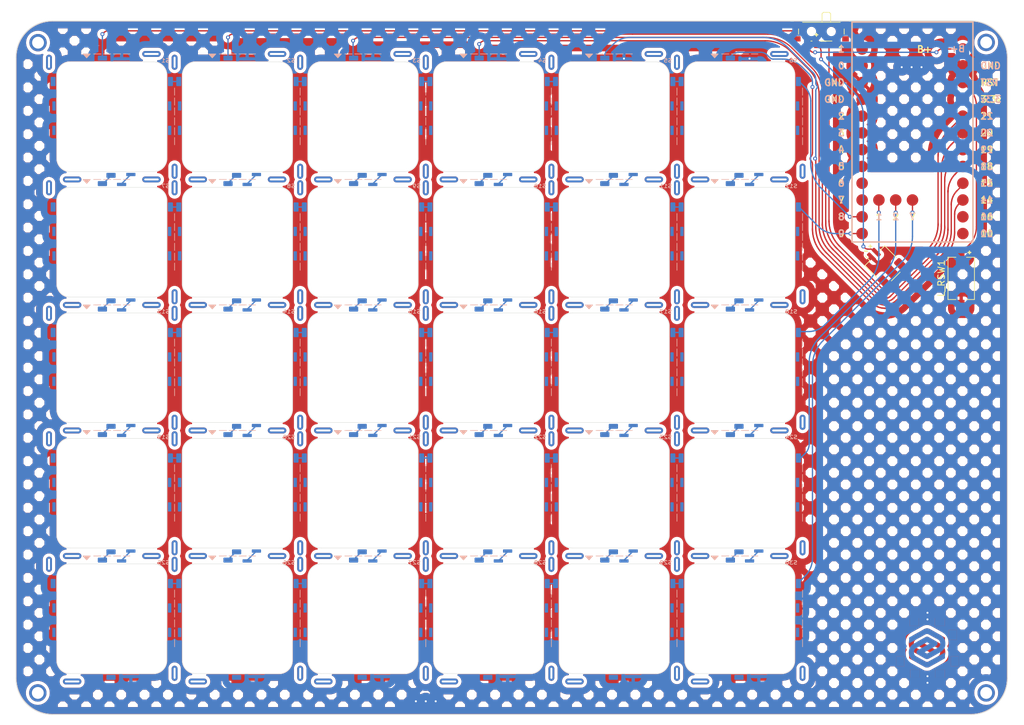
<source format=kicad_pcb>
(kicad_pcb (version 20241229) (generator "pcbnew") (generator_version "9.0")
  (layers (0 "F.Cu" jumper) (2 "B.Cu" jumper) (13 "F.Paste" user) (15 "B.Paste" user) (5 "F.SilkS" user "F.Silkscreen") (7 "B.SilkS" user "B.Silkscreen") (1 "F.Mask" user) (3 "B.Mask" user) (25 "Edge.Cuts" user))
  (net 0 "")
  (net 1 "col_0")
  (net 2 "row_0")
  (net 3 "col_1")
  (net 4 "row_1")
  (net 5 "GND_L")
  (net 6 "RESET_L")
  (net 7 "RAW_L")
  (net 9 "Net-(S1-R-OUT)")
  (net 11 "row_2")
  (net 12 "row_3")
  (net 13 "row_4")
  (net 18 "col_2")
  (net 24 "col_3")
  (net 26 "col_5")
  (net 27 "col_4")
  (net 28 "Net-(S2-R-OUT)")
  (net 29 "Net-(S3-R-OUT)")
  (net 30 "Net-(S4-R-OUT)")
  (net 31 "Net-(S5-R-OUT)")
  (net 33 "Net-(S7-R-OUT)")
  (net 34 "Net-(S8-R-OUT)")
  (net 35 "Net-(S10-R-IN)")
  (net 36 "Net-(S10-R-OUT)")
  (net 37 "Net-(S11-R-OUT)")
  (net 39 "Net-(S13-R-OUT)")
  (net 40 "Net-(S14-R-OUT)")
  (net 41 "Net-(S15-R-OUT)")
  (net 42 "Net-(S16-R-OUT)")
  (net 43 "Net-(S17-R-OUT)")
  (net 45 "Net-(S19-R-OUT)")
  (net 46 "Net-(S20-R-OUT)")
  (net 47 "Net-(S21-R-OUT)")
  (net 48 "Net-(S22-R-OUT)")
  (net 49 "Net-(S23-R-OUT)")
  (net 50 "Net-(S25-R-OUT)")
  (net 54 "Net-(S26-R-OUT)")
  (net 56 "Net-(S27-R-OUT)")
  (net 57 "Net-(S28-R-OUT)")
  (net 60 "Net-(S29-R-OUT)")
  (net 62 "Net-(S1-C-OUT)")
  (net 63 "Net-(S2-C-OUT)")
  (net 64 "Net-(S3-C-OUT)")
  (net 65 "Net-(S10-C-IN)")
  (net 66 "Net-(S11-C-IN)")
  (net 67 "Net-(S12-C-IN)")
  (net 68 "Net-(S13-C-IN)")
  (net 69 "Net-(S14-C-IN)")
  (net 70 "Net-(S15-C-IN)")
  (net 71 "Net-(S10-C-OUT)")
  (net 72 "Net-(S11-C-OUT)")
  (net 73 "Net-(S12-C-OUT)")
  (net 74 "Net-(S13-C-OUT)")
  (net 75 "Net-(S14-C-OUT)")
  (net 76 "Net-(S15-C-OUT)")
  (net 77 "Net-(S16-C-OUT)")
  (net 78 "Net-(S17-C-OUT)")
  (net 79 "Net-(S18-C-OUT)")
  (net 80 "Net-(S19-C-OUT)")
  (net 81 "Net-(S20-C-OUT)")
  (net 82 "Net-(S21-C-OUT)")
  (net 83 "Net-(S22-C-OUT)")
  (net 84 "Net-(S23-C-OUT)")
  (net 85 "Net-(S24-C-OUT)")
  (net 86 "Net-(S1-GND-Pad6)")
  (net 87 "Net-(S2-GND-Pad6)")
  (net 88 "Net-(S3-GND-Pad6)")
  (net 89 "Net-(S10-GND-Pad5)")
  (net 90 "Net-(S11-GND-Pad5)")
  (net 91 "Net-(S12-GND-Pad5)")
  (net 92 "Net-(S13-GND-Pad5)")
  (net 93 "Net-(S14-GND-Pad5)")
  (net 94 "Net-(S15-GND-Pad5)")
  (net 95 "Net-(S10-GND-Pad6)")
  (net 96 "Net-(S11-GND-Pad6)")
  (net 97 "Net-(S12-GND-Pad6)")
  (net 98 "Net-(S13-GND-Pad6)")
  (net 99 "Net-(S14-GND-Pad6)")
  (net 100 "Net-(S15-GND-Pad6)")
  (net 101 "Net-(S16-GND-Pad6)")
  (net 102 "Net-(S17-GND-Pad6)")
  (net 103 "Net-(S18-GND-Pad6)")
  (net 104 "Net-(S19-GND-Pad6)")
  (net 105 "Net-(S20-GND-Pad6)")
  (net 106 "Net-(S21-GND-Pad6)")
  (net 107 "Net-(S22-GND-Pad6)")
  (net 108 "Net-(S23-GND-Pad6)")
  (net 109 "Net-(S24-GND-Pad6)")
  (net 110 "+BATT_L")
  (footprint "Graz_Footprints:One Key Module Graz" (layer "F.Cu") (at 34.5 91.5)
    (property "Reference" "S19")
    (property "Value" "SW_OKM" (hide yes))
    (fp_line (start -8.3 6.3) (end -8.3 -6.3) (stroke (width 0.05)) (layer "Edge.Cuts"))
    (fp_line (start -6.3 -8.3) (end 6.3 -8.3) (stroke (width 0.05)) (layer "Edge.Cuts"))
    (fp_line (start 6.3 8.3) (end -6.3 8.3) (stroke (width 0.05)) (layer "Edge.Cuts"))
    (fp_line (start 8.3 -6.3) (end 8.3 6.3) (stroke (width 0.05)) (layer "Edge.Cuts"))
    (fp_arc (start -8.3 -6.3) (mid -7.714214 -7.714214) (end -6.3 -8.3) (stroke (width 0.05)) (layer "Edge.Cuts"))
    (fp_arc (start -6.3 8.3) (mid -7.714214 7.714214) (end -8.3 6.3) (stroke (width 0.05)) (layer "Edge.Cuts"))
    (fp_arc (start 6.3 -8.3) (mid 7.714208 -7.71422) (end 8.3 -6.300017) (stroke (width 0.05)) (layer "Edge.Cuts"))
    (fp_arc (start 8.3 6.3) (mid 7.714214 7.714214) (end 6.3 8.3) (stroke (width 0.05)) (layer "Edge.Cuts"))
  )
  (footprint "Graz_Footprints:Nice_Nano_V2_Graz" (layer "F.Cu") (at 155.63 37.94)
    (property "Reference" "U1" (hide yes))
    (property "Value" "Nice_Nano_V2_GRAZ" (hide yes))
  )
  (footprint "Graz_Footprints:One Key Module Graz" (layer "F.Cu") (at 129.5 91.5)
    (property "Reference" "S24")
    (property "Value" "SW_OKM" (hide yes))
    (fp_line (start -8.3 6.3) (end -8.3 -6.3) (stroke (width 0.05)) (layer "Edge.Cuts"))
    (fp_line (start -6.3 -8.3) (end 6.3 -8.3) (stroke (width 0.05)) (layer "Edge.Cuts"))
    (fp_line (start 6.3 8.3) (end -6.3 8.3) (stroke (width 0.05)) (layer "Edge.Cuts"))
    (fp_line (start 8.3 -6.3) (end 8.3 6.3) (stroke (width 0.05)) (layer "Edge.Cuts"))
    (fp_arc (start -8.3 -6.3) (mid -7.714214 -7.714214) (end -6.3 -8.3) (stroke (width 0.05)) (layer "Edge.Cuts"))
    (fp_arc (start -6.3 8.3) (mid -7.714214 7.714214) (end -8.3 6.3) (stroke (width 0.05)) (layer "Edge.Cuts"))
    (fp_arc (start 6.3 -8.3) (mid 7.714208 -7.71422) (end 8.3 -6.300017) (stroke (width 0.05)) (layer "Edge.Cuts"))
    (fp_arc (start 8.3 6.3) (mid 7.714214 7.714214) (end 6.3 8.3) (stroke (width 0.05)) (layer "Edge.Cuts"))
  )
  (footprint "Connector_JST:JST_SH_SM02B-SRSS-TB_1x02-1MP_P1.00mm_Horizontal" (layer "F.Cu") (at 151.2 56.8 45)
    (property "Reference" "L_J1" (hide yes))
    (property "Value" "Conn_01x02_Socket")
  )
  (footprint "Graz_Footprints:One Key Module Graz" (layer "F.Cu") (at 53.5 34.5)
    (property "Reference" "S2")
    (property "Value" "SW_OKM" (hide yes))
    (fp_line (start -8.3 6.3) (end -8.3 -6.3) (stroke (width 0.05)) (layer "Edge.Cuts"))
    (fp_line (start -6.3 -8.3) (end 6.3 -8.3) (stroke (width 0.05)) (layer "Edge.Cuts"))
    (fp_line (start 6.3 8.3) (end -6.3 8.3) (stroke (width 0.05)) (layer "Edge.Cuts"))
    (fp_line (start 8.3 -6.3) (end 8.3 6.3) (stroke (width 0.05)) (layer "Edge.Cuts"))
    (fp_arc (start -8.3 -6.3) (mid -7.714214 -7.714214) (end -6.3 -8.3) (stroke (width 0.05)) (layer "Edge.Cuts"))
    (fp_arc (start -6.3 8.3) (mid -7.714214 7.714214) (end -8.3 6.3) (stroke (width 0.05)) (layer "Edge.Cuts"))
    (fp_arc (start 6.3 -8.3) (mid 7.714208 -7.71422) (end 8.3 -6.300017) (stroke (width 0.05)) (layer "Edge.Cuts"))
    (fp_arc (start 8.3 6.3) (mid 7.714214 7.714214) (end 6.3 8.3) (stroke (width 0.05)) (layer "Edge.Cuts"))
  )
  (footprint "Graz_Footprints:One Key Module Graz" (layer "F.Cu") (at 129.5 34.5)
    (property "Reference" "S6")
    (property "Value" "SW_OKM" (hide yes))
    (fp_line (start -8.3 6.3) (end -8.3 -6.3) (stroke (width 0.05)) (layer "Edge.Cuts"))
    (fp_line (start -6.3 -8.3) (end 6.3 -8.3) (stroke (width 0.05)) (layer "Edge.Cuts"))
    (fp_line (start 6.3 8.3) (end -6.3 8.3) (stroke (width 0.05)) (layer "Edge.Cuts"))
    (fp_line (start 8.3 -6.3) (end 8.3 6.3) (stroke (width 0.05)) (layer "Edge.Cuts"))
    (fp_arc (start -8.3 -6.3) (mid -7.714214 -7.714214) (end -6.3 -8.3) (stroke (width 0.05)) (layer "Edge.Cuts"))
    (fp_arc (start -6.3 8.3) (mid -7.714214 7.714214) (end -8.3 6.3) (stroke (width 0.05)) (layer "Edge.Cuts"))
    (fp_arc (start 6.3 -8.3) (mid 7.714208 -7.71422) (end 8.3 -6.300017) (stroke (width 0.05)) (layer "Edge.Cuts"))
    (fp_arc (start 8.3 6.3) (mid 7.714214 7.714214) (end 6.3 8.3) (stroke (width 0.05)) (layer "Edge.Cuts"))
  )
  (footprint "Graz_Footprints:One Key Module Graz" (layer "F.Cu") (at 34.5 34.5)
    (property "Reference" "S1")
    (property "Value" "SW_OKM" (hide yes))
    (fp_line (start -8.3 6.3) (end -8.3 -6.3) (stroke (width 0.05)) (layer "Edge.Cuts"))
    (fp_line (start -6.3 -8.3) (end 6.3 -8.3) (stroke (width 0.05)) (layer "Edge.Cuts"))
    (fp_line (start 6.3 8.3) (end -6.3 8.3) (stroke (width 0.05)) (layer "Edge.Cuts"))
    (fp_line (start 8.3 -6.3) (end 8.3 6.3) (stroke (width 0.05)) (layer "Edge.Cuts"))
    (fp_arc (start -8.3 -6.3) (mid -7.714214 -7.714214) (end -6.3 -8.3) (stroke (width 0.05)) (layer "Edge.Cuts"))
    (fp_arc (start -6.3 8.3) (mid -7.714214 7.714214) (end -8.3 6.3) (stroke (width 0.05)) (layer "Edge.Cuts"))
    (fp_arc (start 6.3 -8.3) (mid 7.714208 -7.71422) (end 8.3 -6.300017) (stroke (width 0.05)) (layer "Edge.Cuts"))
    (fp_arc (start 8.3 6.3) (mid 7.714214 7.714214) (end 6.3 8.3) (stroke (width 0.05)) (layer "Edge.Cuts"))
  )
  (footprint "Graz_Footprints:One Key Module Graz" (layer "F.Cu") (at 91.5 91.5)
    (property "Reference" "S22")
    (property "Value" "SW_OKM" (hide yes))
    (fp_line (start -8.3 6.3) (end -8.3 -6.3) (stroke (width 0.05)) (layer "Edge.Cuts"))
    (fp_line (start -6.3 -8.3) (end 6.3 -8.3) (stroke (width 0.05)) (layer "Edge.Cuts"))
    (fp_line (start 6.3 8.3) (end -6.3 8.3) (stroke (width 0.05)) (layer "Edge.Cuts"))
    (fp_line (start 8.3 -6.3) (end 8.3 6.3) (stroke (width 0.05)) (layer "Edge.Cuts"))
    (fp_arc (start -8.3 -6.3) (mid -7.714214 -7.714214) (end -6.3 -8.3) (stroke (width 0.05)) (layer "Edge.Cuts"))
    (fp_arc (start -6.3 8.3) (mid -7.714214 7.714214) (end -8.3 6.3) (stroke (width 0.05)) (layer "Edge.Cuts"))
    (fp_arc (start 6.3 -8.3) (mid 7.714208 -7.71422) (end 8.3 -6.300017) (stroke (width 0.05)) (layer "Edge.Cuts"))
    (fp_arc (start 8.3 6.3) (mid 7.714214 7.714214) (end 6.3 8.3) (stroke (width 0.05)) (layer "Edge.Cuts"))
  )
  (footprint "Graz_Footprints:One Key Module Graz" (layer "F.Cu") (at 110.5 34.5)
    (property "Reference" "S5")
    (property "Value" "SW_OKM" (hide yes))
    (fp_line (start -8.3 6.3) (end -8.3 -6.3) (stroke (width 0.05)) (layer "Edge.Cuts"))
    (fp_line (start -6.3 -8.3) (end 6.3 -8.3) (stroke (width 0.05)) (layer "Edge.Cuts"))
    (fp_line (start 6.3 8.3) (end -6.3 8.3) (stroke (width 0.05)) (layer "Edge.Cuts"))
    (fp_line (start 8.3 -6.3) (end 8.3 6.3) (stroke (width 0.05)) (layer "Edge.Cuts"))
    (fp_arc (start -8.3 -6.3) (mid -7.714214 -7.714214) (end -6.3 -8.3) (stroke (width 0.05)) (layer "Edge.Cuts"))
    (fp_arc (start -6.3 8.3) (mid -7.714214 7.714214) (end -8.3 6.3) (stroke (width 0.05)) (layer "Edge.Cuts"))
    (fp_arc (start 6.3 -8.3) (mid 7.714208 -7.71422) (end 8.3 -6.300017) (stroke (width 0.05)) (layer "Edge.Cuts"))
    (fp_arc (start 8.3 6.3) (mid 7.714214 7.714214) (end 6.3 8.3) (stroke (width 0.05)) (layer "Edge.Cuts"))
  )
  (footprint "Button_Switch_SMD:SW_Tactile_SPST_NO_Straight_CK_PTS636Sx25SMTRLFS" (layer "F.Cu") (at 163 58.975 90)
    (property "Reference" "L_RSW1")
    (property "Value" "SW_RST")
  )
  (footprint "Graz_Footprints:One Key Module Graz" (layer "F.Cu") (at 53.5 91.5)
    (property "Reference" "S20")
    (property "Value" "SW_OKM" (hide yes))
    (fp_line (start -8.3 6.3) (end -8.3 -6.3) (stroke (width 0.05)) (layer "Edge.Cuts"))
    (fp_line (start -6.3 -8.3) (end 6.3 -8.3) (stroke (width 0.05)) (layer "Edge.Cuts"))
    (fp_line (start 6.3 8.3) (end -6.3 8.3) (stroke (width 0.05)) (layer "Edge.Cuts"))
    (fp_line (start 8.3 -6.3) (end 8.3 6.3) (stroke (width 0.05)) (layer "Edge.Cuts"))
    (fp_arc (start -8.3 -6.3) (mid -7.714214 -7.714214) (end -6.3 -8.3) (stroke (width 0.05)) (layer "Edge.Cuts"))
    (fp_arc (start -6.3 8.3) (mid -7.714214 7.714214) (end -8.3 6.3) (stroke (width 0.05)) (layer "Edge.Cuts"))
    (fp_arc (start 6.3 -8.3) (mid 7.714208 -7.71422) (end 8.3 -6.300017) (stroke (width 0.05)) (layer "Edge.Cuts"))
    (fp_arc (start 8.3 6.3) (mid 7.714214 7.714214) (end 6.3 8.3) (stroke (width 0.05)) (layer "Edge.Cuts"))
  )
  (footprint "Graz_Footprints:m1.6" (layer "F.Cu") (at 166.781218 121.731682)
    (property "Reference" "H4" (hide yes))
    (property "Value" "M1.6_mounting")
  )
  (footprint "Graz_Footprints:One Key Module Graz" (layer "F.Cu") (at 129.5 53.5)
    (property "Reference" "S12")
    (property "Value" "SW_OKM" (hide yes))
    (fp_line (start -8.3 6.3) (end -8.3 -6.3) (stroke (width 0.05)) (layer "Edge.Cuts"))
    (fp_line (start -6.3 -8.3) (end 6.3 -8.3) (stroke (width 0.05)) (layer "Edge.Cuts"))
    (fp_line (start 6.3 8.3) (end -6.3 8.3) (stroke (width 0.05)) (layer "Edge.Cuts"))
    (fp_line (start 8.3 -6.3) (end 8.3 6.3) (stroke (width 0.05)) (layer "Edge.Cuts"))
    (fp_arc (start -8.3 -6.3) (mid -7.714214 -7.714214) (end -6.3 -8.3) (stroke (width 0.05)) (layer "Edge.Cuts"))
    (fp_arc (start -6.3 8.3) (mid -7.714214 7.714214) (end -8.3 6.3) (stroke (width 0.05)) (layer "Edge.Cuts"))
    (fp_arc (start 6.3 -8.3) (mid 7.714208 -7.71422) (end 8.3 -6.300017) (stroke (width 0.05)) (layer "Edge.Cuts"))
    (fp_arc (start 8.3 6.3) (mid 7.714214 7.714214) (end 6.3 8.3) (stroke (width 0.05)) (layer "Edge.Cuts"))
  )
  (footprint "Graz_Footprints:One Key Module Graz" (layer "F.Cu") (at 110.5 91.5)
    (property "Reference" "S23")
    (property "Value" "SW_OKM" (hide yes))
    (fp_line (start -8.3 6.3) (end -8.3 -6.3) (stroke (width 0.05)) (layer "Edge.Cuts"))
    (fp_line (start -6.3 -8.3) (end 6.3 -8.3) (stroke (width 0.05)) (layer "Edge.Cuts"))
    (fp_line (start 6.3 8.3) (end -6.3 8.3) (stroke (width 0.05)) (layer "Edge.Cuts"))
    (fp_line (start 8.3 -6.3) (end 8.3 6.3) (stroke (width 0.05)) (layer "Edge.Cuts"))
    (fp_arc (start -8.3 -6.3) (mid -7.714214 -7.714214) (end -6.3 -8.3) (stroke (width 0.05)) (layer "Edge.Cuts"))
    (fp_arc (start -6.3 8.3) (mid -7.714214 7.714214) (end -8.3 6.3) (stroke (width 0.05)) (layer "Edge.Cuts"))
    (fp_arc (start 6.3 -8.3) (mid 7.714208 -7.71422) (end 8.3 -6.300017) (stroke (width 0.05)) (layer "Edge.Cuts"))
    (fp_arc (start 8.3 6.3) (mid 7.714214 7.714214) (end 6.3 8.3) (stroke (width 0.05)) (layer "Edge.Cuts"))
  )
  (footprint "Graz_Footprints:One Key Module Graz" (layer "F.Cu") (at 72.5 53.5)
    (property "Reference" "S9")
    (property "Value" "SW_OKM" (hide yes))
    (fp_line (start -8.3 6.3) (end -8.3 -6.3) (stroke (width 0.05)) (layer "Edge.Cuts"))
    (fp_line (start -6.3 -8.3) (end 6.3 -8.3) (stroke (width 0.05)) (layer "Edge.Cuts"))
    (fp_line (start 6.3 8.3) (end -6.3 8.3) (stroke (width 0.05)) (layer "Edge.Cuts"))
    (fp_line (start 8.3 -6.3) (end 8.3 6.3) (stroke (width 0.05)) (layer "Edge.Cuts"))
    (fp_arc (start -8.3 -6.3) (mid -7.714214 -7.714214) (end -6.3 -8.3) (stroke (width 0.05)) (layer "Edge.Cuts"))
    (fp_arc (start -6.3 8.3) (mid -7.714214 7.714214) (end -8.3 6.3) (stroke (width 0.05)) (layer "Edge.Cuts"))
    (fp_arc (start 6.3 -8.3) (mid 7.714208 -7.71422) (end 8.3 -6.300017) (stroke (width 0.05)) (layer "Edge.Cuts"))
    (fp_arc (start 8.3 6.3) (mid 7.714214 7.714214) (end 6.3 8.3) (stroke (width 0.05)) (layer "Edge.Cuts"))
  )
  (footprint "Graz_Footprints:One Key Module Graz" (layer "F.Cu") (at 110.5 53.5)
    (property "Reference" "S11")
    (property "Value" "SW_OKM" (hide yes))
    (fp_line (start -8.3 6.3) (end -8.3 -6.3) (stroke (width 0.05)) (layer "Edge.Cuts"))
    (fp_line (start -6.3 -8.3) (end 6.3 -8.3) (stroke (width 0.05)) (layer "Edge.Cuts"))
    (fp_line (start 6.3 8.3) (end -6.3 8.3) (stroke (width 0.05)) (layer "Edge.Cuts"))
    (fp_line (start 8.3 -6.3) (end 8.3 6.3) (stroke (width 0.05)) (layer "Edge.Cuts"))
    (fp_arc (start -8.3 -6.3) (mid -7.714214 -7.714214) (end -6.3 -8.3) (stroke (width 0.05)) (layer "Edge.Cuts"))
    (fp_arc (start -6.3 8.3) (mid -7.714214 7.714214) (end -8.3 6.3) (stroke (width 0.05)) (layer "Edge.Cuts"))
    (fp_arc (start 6.3 -8.3) (mid 7.714208 -7.71422) (end 8.3 -6.300017) (stroke (width 0.05)) (layer "Edge.Cuts"))
    (fp_arc (start 8.3 6.3) (mid 7.714214 7.714214) (end 6.3 8.3) (stroke (width 0.05)) (layer "Edge.Cuts"))
  )
  (footprint "Graz_Footprints:m1.6" (layer "F.Cu") (at 23.306218 121.731682)
    (property "Reference" "H3" (hide yes))
    (property "Value" "M1.6_mounting")
  )
  (footprint "Graz_Footprints:One Key Module Graz" (layer "F.Cu") (at 34.5 72.5)
    (property "Reference" "S13")
    (property "Value" "SW_OKM" (hide yes))
    (fp_line (start -8.3 6.3) (end -8.3 -6.3) (stroke (width 0.05)) (layer "Edge.Cuts"))
    (fp_line (start -6.3 -8.3) (end 6.3 -8.3) (stroke (width 0.05)) (layer "Edge.Cuts"))
    (fp_line (start 6.3 8.3) (end -6.3 8.3) (stroke (width 0.05)) (layer "Edge.Cuts"))
    (fp_line (start 8.3 -6.3) (end 8.3 6.3) (stroke (width 0.05)) (layer "Edge.Cuts"))
    (fp_arc (start -8.3 -6.3) (mid -7.714214 -7.714214) (end -6.3 -8.3) (stroke (width 0.05)) (layer "Edge.Cuts"))
    (fp_arc (start -6.3 8.3) (mid -7.714214 7.714214) (end -8.3 6.3) (stroke (width 0.05)) (layer "Edge.Cuts"))
    (fp_arc (start 6.3 -8.3) (mid 7.714208 -7.71422) (end 8.3 -6.300017) (stroke (width 0.05)) (layer "Edge.Cuts"))
    (fp_arc (start 8.3 6.3) (mid 7.714214 7.714214) (end 6.3 8.3) (stroke (width 0.05)) (layer "Edge.Cuts"))
  )
  (footprint "Graz_Footprints:m1.6" (layer "F.Cu") (at 23.341878 23.292342)
    (property "Reference" "H1" (hide yes))
    (property "Value" "M1.6_mounting")
  )
  (footprint "Graz_Footprints:One Key Module Graz" (layer "F.Cu") (at 72.5 110.5)
    (property "Reference" "S27")
    (property "Value" "SW_OKM" (hide yes))
    (fp_line (start -8.3 6.3) (end -8.3 -6.3) (stroke (width 0.05)) (layer "Edge.Cuts"))
    (fp_line (start -6.3 -8.3) (end 6.3 -8.3) (stroke (width 0.05)) (layer "Edge.Cuts"))
    (fp_line (start 6.3 8.3) (end -6.3 8.3) (stroke (width 0.05)) (layer "Edge.Cuts"))
    (fp_line (start 8.3 -6.3) (end 8.3 6.3) (stroke (width 0.05)) (layer "Edge.Cuts"))
    (fp_arc (start -8.3 -6.3) (mid -7.714214 -7.714214) (end -6.3 -8.3) (stroke (width 0.05)) (layer "Edge.Cuts"))
    (fp_arc (start -6.3 8.3) (mid -7.714214 7.714214) (end -8.3 6.3) (stroke (width 0.05)) (layer "Edge.Cuts"))
    (fp_arc (start 6.3 -8.3) (mid 7.714208 -7.71422) (end 8.3 -6.300017) (stroke (width 0.05)) (layer "Edge.Cuts"))
    (fp_arc (start 8.3 6.3) (mid 7.714214 7.714214) (end 6.3 8.3) (stroke (width 0.05)) (layer "Edge.Cuts"))
  )
  (footprint "Graz_Footprints:One Key Module Graz" (layer "F.Cu") (at 129.5 72.5)
    (property "Reference" "S18")
    (property "Value" "SW_OKM" (hide yes))
    (fp_line (start -8.3 6.3) (end -8.3 -6.3) (stroke (width 0.05)) (layer "Edge.Cuts"))
    (fp_line (start -6.3 -8.3) (end 6.3 -8.3) (stroke (width 0.05)) (layer "Edge.Cuts"))
    (fp_line (start 6.3 8.3) (end -6.3 8.3) (stroke (width 0.05)) (layer "Edge.Cuts"))
    (fp_line (start 8.3 -6.3) (end 8.3 6.3) (stroke (width 0.05)) (layer "Edge.Cuts"))
    (fp_arc (start -8.3 -6.3) (mid -7.714214 -7.714214) (end -6.3 -8.3) (stroke (width 0.05)) (layer "Edge.Cuts"))
    (fp_arc (start -6.3 8.3) (mid -7.714214 7.714214) (end -8.3 6.3) (stroke (width 0.05)) (layer "Edge.Cuts"))
    (fp_arc (start 6.3 -8.3) (mid 7.714208 -7.71422) (end 8.3 -6.300017) (stroke (width 0.05)) (layer "Edge.Cuts"))
    (fp_arc (start 8.3 6.3) (mid 7.714214 7.714214) (end 6.3 8.3) (stroke (width 0.05)) (layer "Edge.Cuts"))
  )
  (footprint "Graz_Footprints:One Key Module Graz" (layer "F.Cu") (at 110.5 110.5)
    (property "Reference" "S29")
    (property "Value" "SW_OKM" (hide yes))
    (fp_line (start -8.3 6.3) (end -8.3 -6.3) (stroke (width 0.05)) (layer "Edge.Cuts"))
    (fp_line (start -6.3 -8.3) (end 6.3 -8.3) (stroke (width 0.05)) (layer "Edge.Cuts"))
    (fp_line (start 6.3 8.3) (end -6.3 8.3) (stroke (width 0.05)) (layer "Edge.Cuts"))
    (fp_line (start 8.3 -6.3) (end 8.3 6.3) (stroke (width 0.05)) (layer "Edge.Cuts"))
    (fp_arc (start -8.3 -6.3) (mid -7.714214 -7.714214) (end -6.3 -8.3) (stroke (width 0.05)) (layer "Edge.Cuts"))
    (fp_arc (start -6.3 8.3) (mid -7.714214 7.714214) (end -8.3 6.3) (stroke (width 0.05)) (layer "Edge.Cuts"))
    (fp_arc (start 6.3 -8.3) (mid 7.714208 -7.71422) (end 8.3 -6.300017) (stroke (width 0.05)) (layer "Edge.Cuts"))
    (fp_arc (start 8.3 6.3) (mid 7.714214 7.714214) (end 6.3 8.3) (stroke (width 0.05)) (layer "Edge.Cuts"))
  )
  (footprint "Graz_Footprints:One Key Module Graz" (layer "F.Cu") (at 72.5 91.5)
    (property "Reference" "S21")
    (property "Value" "SW_OKM" (hide yes))
    (fp_line (start -8.3 6.3) (end -8.3 -6.3) (stroke (width 0.05)) (layer "Edge.Cuts"))
    (fp_line (start -6.3 -8.3) (end 6.3 -8.3) (stroke (width 0.05)) (layer "Edge.Cuts"))
    (fp_line (start 6.3 8.3) (end -6.3 8.3) (stroke (width 0.05)) (layer "Edge.Cuts"))
    (fp_line (start 8.3 -6.3) (end 8.3 6.3) (stroke (width 0.05)) (layer "Edge.Cuts"))
    (fp_arc (start -8.3 -6.3) (mid -7.714214 -7.714214) (end -6.3 -8.3) (stroke (width 0.05)) (layer "Edge.Cuts"))
    (fp_arc (start -6.3 8.3) (mid -7.714214 7.714214) (end -8.3 6.3) (stroke (width 0.05)) (layer "Edge.Cuts"))
    (fp_arc (start 6.3 -8.3) (mid 7.714208 -7.71422) (end 8.3 -6.300017) (stroke (width 0.05)) (layer "Edge.Cuts"))
    (fp_arc (start 8.3 6.3) (mid 7.714214 7.714214) (end 6.3 8.3) (stroke (width 0.05)) (layer "Edge.Cuts"))
  )
  (footprint "Graz_Footprints:One Key Module Graz" (layer "F.Cu") (at 53.5 110.5)
    (property "Reference" "S26")
    (property "Value" "SW_OKM" (hide yes))
    (fp_line (start -8.3 6.3) (end -8.3 -6.3) (stroke (width 0.05)) (layer "Edge.Cuts"))
    (fp_line (start -6.3 -8.3) (end 6.3 -8.3) (stroke (width 0.05)) (layer "Edge.Cuts"))
    (fp_line (start 6.3 8.3) (end -6.3 8.3) (stroke (width 0.05)) (layer "Edge.Cuts"))
    (fp_line (start 8.3 -6.3) (end 8.3 6.3) (stroke (width 0.05)) (layer "Edge.Cuts"))
    (fp_arc (start -8.3 -6.3) (mid -7.714214 -7.714214) (end -6.3 -8.3) (stroke (width 0.05)) (layer "Edge.Cuts"))
    (fp_arc (start -6.3 8.3) (mid -7.714214 7.714214) (end -8.3 6.3) (stroke (width 0.05)) (layer "Edge.Cuts"))
    (fp_arc (start 6.3 -8.3) (mid 7.714208 -7.71422) (end 8.3 -6.300017) (stroke (width 0.05)) (layer "Edge.Cuts"))
    (fp_arc (start 8.3 6.3) (mid 7.714214 7.714214) (end 6.3 8.3) (stroke (width 0.05)) (layer "Edge.Cuts"))
  )
  (footprint "Graz_Footprints:One Key Module Graz" (layer "F.Cu") (at 53.5 72.5)
    (property "Reference" "S14")
    (property "Value" "SW_OKM" (hide yes))
    (fp_line (start -8.3 6.3) (end -8.3 -6.3) (stroke (width 0.05)) (layer "Edge.Cuts"))
    (fp_line (start -6.3 -8.3) (end 6.3 -8.3) (stroke (width 0.05)) (layer "Edge.Cuts"))
    (fp_line (start 6.3 8.3) (end -6.3 8.3) (stroke (width 0.05)) (layer "Edge.Cuts"))
    (fp_line (start 8.3 -6.3) (end 8.3 6.3) (stroke (width 0.05)) (layer "Edge.Cuts"))
    (fp_arc (start -8.3 -6.3) (mid -7.714214 -7.714214) (end -6.3 -8.3) (stroke (width 0.05)) (layer "Edge.Cuts"))
    (fp_arc (start -6.3 8.3) (mid -7.714214 7.714214) (end -8.3 6.3) (stroke (width 0.05)) (layer "Edge.Cuts"))
    (fp_arc (start 6.3 -8.3) (mid 7.714208 -7.71422) (end 8.3 -6.300017) (stroke (width 0.05)) (layer "Edge.Cuts"))
    (fp_arc (start 8.3 6.3) (mid 7.714214 7.714214) (end 6.3 8.3) (stroke (width 0.05)) (layer "Edge.Cuts"))
  )
  (footprint "Graz_Footprints:One Key Module Graz" (layer "F.Cu") (at 91.5 53.5)
    (property "Reference" "S10")
    (property "Value" "SW_OKM" (hide yes))
    (fp_line (start -8.3 6.3) (end -8.3 -6.3) (stroke (width 0.05)) (layer "Edge.Cuts"))
    (fp_line (start -6.3 -8.3) (end 6.3 -8.3) (stroke (width 0.05)) (layer "Edge.Cuts"))
    (fp_line (start 6.3 8.3) (end -6.3 8.3) (stroke (width 0.05)) (layer "Edge.Cuts"))
    (fp_line (start 8.3 -6.3) (end 8.3 6.3) (stroke (width 0.05)) (layer "Edge.Cuts"))
    (fp_arc (start -8.3 -6.3) (mid -7.714214 -7.714214) (end -6.3 -8.3) (stroke (width 0.05)) (layer "Edge.Cuts"))
    (fp_arc (start -6.3 8.3) (mid -7.714214 7.714214) (end -8.3 6.3) (stroke (width 0.05)) (layer "Edge.Cuts"))
    (fp_arc (start 6.3 -8.3) (mid 7.714208 -7.71422) (end 8.3 -6.300017) (stroke (width 0.05)) (layer "Edge.Cuts"))
    (fp_arc (start 8.3 6.3) (mid 7.714214 7.714214) (end 6.3 8.3) (stroke (width 0.05)) (layer "Edge.Cuts"))
  )
  (footprint "Graz_Footprints:One Key Module Graz" (layer "F.Cu") (at 110.5 72.5)
    (property "Reference" "S17")
    (property "Value" "SW_OKM" (hide yes))
    (fp_line (start -8.3 6.3) (end -8.3 -6.3) (stroke (width 0.05)) (layer "Edge.Cuts"))
    (fp_line (start -6.3 -8.3) (end 6.3 -8.3) (stroke (width 0.05)) (layer "Edge.Cuts"))
    (fp_line (start 6.3 8.3) (end -6.3 8.3) (stroke (width 0.05)) (layer "Edge.Cuts"))
    (fp_line (start 8.3 -6.3) (end 8.3 6.3) (stroke (width 0.05)) (layer "Edge.Cuts"))
    (fp_arc (start -8.3 -6.3) (mid -7.714214 -7.714214) (end -6.3 -8.3) (stroke (width 0.05)) (layer "Edge.Cuts"))
    (fp_arc (start -6.3 8.3) (mid -7.714214 7.714214) (end -8.3 6.3) (stroke (width 0.05)) (layer "Edge.Cuts"))
    (fp_arc (start 6.3 -8.3) (mid 7.714208 -7.71422) (end 8.3 -6.300017) (stroke (width 0.05)) (layer "Edge.Cuts"))
    (fp_arc (start 8.3 6.3) (mid 7.714214 7.714214) (end 6.3 8.3) (stroke (width 0.05)) (layer "Edge.Cuts"))
  )
  (footprint "Graz_Footprints:One Key Module Graz" (layer "F.Cu") (at 34.5 110.5)
    (property "Reference" "S25")
    (property "Value" "SW_OKM" (hide yes))
    (fp_line (start -8.3 6.3) (end -8.3 -6.3) (stroke (width 0.05)) (layer "Edge.Cuts"))
    (fp_line (start -6.3 -8.3) (end 6.3 -8.3) (stroke (width 0.05)) (layer "Edge.Cuts"))
    (fp_line (start 6.3 8.3) (end -6.3 8.3) (stroke (width 0.05)) (layer "Edge.Cuts"))
    (fp_line (start 8.3 -6.3) (end 8.3 6.3) (stroke (width 0.05)) (layer "Edge.Cuts"))
    (fp_arc (start -8.3 -6.3) (mid -7.714214 -7.714214) (end -6.3 -8.3) (stroke (width 0.05)) (layer "Edge.Cuts"))
    (fp_arc (start -6.3 8.3) (mid -7.714214 7.714214) (end -8.3 6.3) (stroke (width 0.05)) (layer "Edge.Cuts"))
    (fp_arc (start 6.3 -8.3) (mid 7.714208 -7.71422) (end 8.3 -6.300017) (stroke (width 0.05)) (layer "Edge.Cuts"))
    (fp_arc (start 8.3 6.3) (mid 7.714214 7.714214) (end 6.3 8.3) (stroke (width 0.05)) (layer "Edge.Cuts"))
  )
  (footprint "Graz_Footprints:One Key Module Graz" (layer "F.Cu") (at 72.5 34.5)
    (property "Reference" "S3")
    (property "Value" "SW_OKM" (hide yes))
    (fp_line (start -8.3 6.3) (end -8.3 -6.3) (stroke (width 0.05)) (layer "Edge.Cuts"))
    (fp_line (start -6.3 -8.3) (end 6.3 -8.3) (stroke (width 0.05)) (layer "Edge.Cuts"))
    (fp_line (start 6.3 8.3) (end -6.3 8.3) (stroke (width 0.05)) (layer "Edge.Cuts"))
    (fp_line (start 8.3 -6.3) (end 8.3 6.3) (stroke (width 0.05)) (layer "Edge.Cuts"))
    (fp_arc (start -8.3 -6.3) (mid -7.714214 -7.714214) (end -6.3 -8.3) (stroke (width 0.05)) (layer "Edge.Cuts"))
    (fp_arc (start -6.3 8.3) (mid -7.714214 7.714214) (end -8.3 6.3) (stroke (width 0.05)) (layer "Edge.Cuts"))
    (fp_arc (start 6.3 -8.3) (mid 7.714208 -7.71422) (end 8.3 -6.300017) (stroke (width 0.05)) (layer "Edge.Cuts"))
    (fp_arc (start 8.3 6.3) (mid 7.714214 7.714214) (end 6.3 8.3) (stroke (width 0.05)) (layer "Edge.Cuts"))
  )
  (footprint "Graz_Footprints:One Key Module Graz" (layer "F.Cu") (at 91.5 72.5)
    (property "Reference" "S16")
    (property "Value" "SW_OKM" (hide yes))
    (fp_line (start -8.3 6.3) (end -8.3 -6.3) (stroke (width 0.05)) (layer "Edge.Cuts"))
    (fp_line (start -6.3 -8.3) (end 6.3 -8.3) (stroke (width 0.05)) (layer "Edge.Cuts"))
    (fp_line (start 6.3 8.3) (end -6.3 8.3) (stroke (width 0.05)) (layer "Edge.Cuts"))
    (fp_line (start 8.3 -6.3) (end 8.3 6.3) (stroke (width 0.05)) (layer "Edge.Cuts"))
    (fp_arc (start -8.3 -6.3) (mid -7.714214 -7.714214) (end -6.3 -8.3) (stroke (width 0.05)) (layer "Edge.Cuts"))
    (fp_arc (start -6.3 8.3) (mid -7.714214 7.714214) (end -8.3 6.3) (stroke (width 0.05)) (layer "Edge.Cuts"))
    (fp_arc (start 6.3 -8.3) (mid 7.714208 -7.71422) (end 8.3 -6.300017) (stroke (width 0.05)) (layer "Edge.Cuts"))
    (fp_arc (start 8.3 6.3) (mid 7.714214 7.714214) (end 6.3 8.3) (stroke (width 0.05)) (layer "Edge.Cuts"))
  )
  (footprint "Graz_Footprints:One Key Module Graz" (layer "F.Cu") (at 91.5 110.5)
    (property "Reference" "S28")
    (property "Value" "SW_OKM" (hide yes))
    (fp_line (start -8.3 6.3) (end -8.3 -6.3) (stroke (width 0.05)) (layer "Edge.Cuts"))
    (fp_line (start -6.3 -8.3) (end 6.3 -8.3) (stroke (width 0.05)) (layer "Edge.Cuts"))
    (fp_line (start 6.3 8.3) (end -6.3 8.3) (stroke (width 0.05)) (layer "Edge.Cuts"))
    (fp_line (start 8.3 -6.3) (end 8.3 6.3) (stroke (width 0.05)) (layer "Edge.Cuts"))
    (fp_arc (start -8.3 -6.3) (mid -7.714214 -7.714214) (end -6.3 -8.3) (stroke (width 0.05)) (layer "Edge.Cuts"))
    (fp_arc (start -6.3 8.3) (mid -7.714214 7.714214) (end -8.3 6.3) (stroke (width 0.05)) (layer "Edge.Cuts"))
    (fp_arc (start 6.3 -8.3) (mid 7.714208 -7.71422) (end 8.3 -6.300017) (stroke (width 0.05)) (layer "Edge.Cuts"))
    (fp_arc (start 8.3 6.3) (mid 7.714214 7.714214) (end 6.3 8.3) (stroke (width 0.05)) (layer "Edge.Cuts"))
  )
  (footprint "Graz_Footprints:One Key Module Graz" (layer "F.Cu") (at 53.5 53.5)
    (property "Reference" "S8")
    (property "Value" "SW_OKM" (hide yes))
    (fp_line (start -8.3 6.3) (end -8.3 -6.3) (stroke (width 0.05)) (layer "Edge.Cuts"))
    (fp_line (start -6.3 -8.3) (end 6.3 -8.3) (stroke (width 0.05)) (layer "Edge.Cuts"))
    (fp_line (start 6.3 8.3) (end -6.3 8.3) (stroke (width 0.05)) (layer "Edge.Cuts"))
    (fp_line (start 8.3 -6.3) (end 8.3 6.3) (stroke (width 0.05)) (layer "Edge.Cuts"))
    (fp_arc (start -8.3 -6.3) (mid -7.714214 -7.714214) (end -6.3 -8.3) (stroke (width 0.05)) (layer "Edge.Cuts"))
    (fp_arc (start -6.3 8.3) (mid -7.714214 7.714214) (end -8.3 6.3) (stroke (width 0.05)) (layer "Edge.Cuts"))
    (fp_arc (start 6.3 -8.3) (mid 7.714208 -7.71422) (end 8.3 -6.300017) (stroke (width 0.05)) (layer "Edge.Cuts"))
    (fp_arc (start 8.3 6.3) (mid 7.714214 7.714214) (end 6.3 8.3) (stroke (width 0.05)) (layer "Edge.Cuts"))
  )
  (footprint "Graz_Footprints:One Key Module Graz" (layer "F.Cu") (at 72.5 72.5)
    (property "Reference" "S15")
    (property "Value" "SW_OKM" (hide yes))
    (fp_line (start -8.3 6.3) (end -8.3 -6.3) (stroke (width 0.05)) (layer "Edge.Cuts"))
    (fp_line (start -6.3 -8.3) (end 6.3 -8.3) (stroke (width 0.05)) (layer "Edge.Cuts"))
    (fp_line (start 6.3 8.3) (end -6.3 8.3) (stroke (width 0.05)) (layer "Edge.Cuts"))
    (fp_line (start 8.3 -6.3) (end 8.3 6.3) (stroke (width 0.05)) (layer "Edge.Cuts"))
    (fp_arc (start -8.3 -6.3) (mid -7.714214 -7.714214) (end -6.3 -8.3) (stroke (width 0.05)) (layer "Edge.Cuts"))
    (fp_arc (start -6.3 8.3) (mid -7.714214 7.714214) (end -8.3 6.3) (stroke (width 0.05)) (layer "Edge.Cuts"))
    (fp_arc (start 6.3 -8.3) (mid 7.714208 -7.71422) (end 8.3 -6.300017) (stroke (width 0.05)) (layer "Edge.Cuts"))
    (fp_arc (start 8.3 6.3) (mid 7.714214 7.714214) (end 6.3 8.3) (stroke (width 0.05)) (layer "Edge.Cuts"))
  )
  (footprint "Graz_Footprints:One Key Module Graz" (layer "F.Cu") (at 91.5 34.5)
    (property "Reference" "S4")
    (property "Value" "SW_OKM" (hide yes))
    (fp_line (start -8.3 6.3) (end -8.3 -6.3) (stroke (width 0.05)) (layer "Edge.Cuts"))
    (fp_line (start -6.3 -8.3) (end 6.3 -8.3) (stroke (width 0.05)) (layer "Edge.Cuts"))
    (fp_line (start 6.3 8.3) (end -6.3 8.3) (stroke (width 0.05)) (layer "Edge.Cuts"))
    (fp_line (start 8.3 -6.3) (end 8.3 6.3) (stroke (width 0.05)) (layer "Edge.Cuts"))
    (fp_arc (start -8.3 -6.3) (mid -7.714214 -7.714214) (end -6.3 -8.3) (stroke (width 0.05)) (layer "Edge.Cuts"))
    (fp_arc (start -6.3 8.3) (mid -7.714214 7.714214) (end -8.3 6.3) (stroke (width 0.05)) (layer "Edge.Cuts"))
    (fp_arc (start 6.3 -8.3) (mid 7.714208 -7.71422) (end 8.3 -6.300017) (stroke (width 0.05)) (layer "Edge.Cuts"))
    (fp_arc (start 8.3 6.3) (mid 7.714214 7.714214) (end 6.3 8.3) (stroke (width 0.05)) (layer "Edge.Cuts"))
  )
  (footprint "Graz_Footprints:m1.6" (layer "F.Cu") (at 166.781218 23.256682)
    (property "Reference" "H2" (hide yes))
    (property "Value" "M1.6_mounting")
  )
  (footprint "Graz_Footprints:One Key Module Graz" (layer "F.Cu") (at 129.5 110.5)
    (property "Reference" "S30")
    (property "Value" "SW_OKM" (hide yes))
    (fp_line (start -8.3 6.3) (end -8.3 -6.3) (stroke (width 0.05)) (layer "Edge.Cuts"))
    (fp_line (start -6.3 -8.3) (end 6.3 -8.3) (stroke (width 0.05)) (layer "Edge.Cuts"))
    (fp_line (start 6.3 8.3) (end -6.3 8.3) (stroke (width 0.05)) (layer "Edge.Cuts"))
    (fp_line (start 8.3 -6.3) (end 8.3 6.3) (stroke (width 0.05)) (layer "Edge.Cuts"))
    (fp_arc (start -8.3 -6.3) (mid -7.714214 -7.714214) (end -6.3 -8.3) (stroke (width 0.05)) (layer "Edge.Cuts"))
    (fp_arc (start -6.3 8.3) (mid -7.714214 7.714214) (end -8.3 6.3) (stroke (width 0.05)) (layer "Edge.Cuts"))
    (fp_arc (start 6.3 -8.3) (mid 7.714208 -7.71422) (end 8.3 -6.300017) (stroke (width 0.05)) (layer "Edge.Cuts"))
    (fp_arc (start 8.3 6.3) (mid 7.714214 7.714214) (end 6.3 8.3) (stroke (width 0.05)) (layer "Edge.Cuts"))
  )
  (footprint "Button_Switch_SMD:SW_SPDT_PCM12" (layer "F.Cu") (at 141.85 21.93 180)
    (property "Reference" "L_SW1" (hide yes))
    (property "Value" "SW_SPDT")
  )
  (footprint "Graz_Footprints:One Key Module Graz" (layer "F.Cu") (at 34.5 53.5)
    (property "Reference" "S7")
    (property "Value" "SW_OKM" (hide yes))
    (fp_line (start -8.3 6.3) (end -8.3 -6.3) (stroke (width 0.05)) (layer "Edge.Cuts"))
    (fp_line (start -6.3 -8.3) (end 6.3 -8.3) (stroke (width 0.05)) (layer "Edge.Cuts"))
    (fp_line (start 6.3 8.3) (end -6.3 8.3) (stroke (width 0.05)) (layer "Edge.Cuts"))
    (fp_line (start 8.3 -6.3) (end 8.3 6.3) (stroke (width 0.05)) (layer "Edge.Cuts"))
    (fp_arc (start -8.3 -6.3) (mid -7.714214 -7.714214) (end -6.3 -8.3) (stroke (width 0.05)) (layer "Edge.Cuts"))
    (fp_arc (start -6.3 8.3) (mid -7.714214 7.714214) (end -8.3 6.3) (stroke (width 0.05)) (layer "Edge.Cuts"))
    (fp_arc (start 6.3 -8.3) (mid 7.714208 -7.71422) (end 8.3 -6.300017) (stroke (width 0.05)) (layer "Edge.Cuts"))
    (fp_arc (start 8.3 6.3) (mid 7.714214 7.714214) (end 6.3 8.3) (stroke (width 0.05)) (layer "Edge.Cuts"))
  )
  (gr_poly (pts (xy 157.858424 111.953275) (xy 157.881058 111.954205) (xy 157.903568 111.955755) (xy 157.925954 111.957925) (xy 157.948217 111.960716) (xy 157.970355 111.964127) (xy 157.992369 111.968157) (xy 158.014259 111.972808) (xy 158.036025 111.978079) (xy 158.057667 111.98397) (xy 158.079185 111.990482) (xy 158.100579 111.997613) (xy 158.121849 112.005364) (xy 158.142995 112.013736) (xy 158.164017 112.022728) (xy 158.184915 112.032339) (xy 160.55029 113.349965) (xy 160.55029 114.231027) (xy 158.097603 112.873715) (xy 158.081697 112.865064) (xy 158.065729 112.856971) (xy 158.049699 112.849437) (xy 158.033607 112.842461) (xy 158.017453 112.836042) (xy 158.001237 112.830182) (xy 157.984958 112.82488) (xy 157.968618 112.820136) (xy 157.952216 112.815951) (xy 157.935752 112.812323) (xy 157.919226 112.809253) (xy 157.902638 112.806742) (xy 157.885988 112.804789) (xy 157.869276 112.803393) (xy 157.852501 112.802556) (xy 157.835665 112.802277) (xy 157.817899 112.802556) (xy 157.800319 112.803393) (xy 157.782924 112.804789) (xy 157.765716 112.806742) (xy 157.748694 112.809253) (xy 157.731858 112.812323) (xy 157.715207 112.815951) (xy 157.698743 112.820136) (xy 157.682465 112.82488) (xy 157.666373 112.830182) (xy 157.650467 112.836042) (xy 157.634747 112.842461) (xy 157.619213 112.849437) (xy 157.603865 112.856971) (xy 157.588704 112.865064) (xy 157.573728 112.873715) (xy 156.216417 113.61984) (xy 156.193906 113.632986) (xy 156.172016 113.646629) (xy 156.150746 113.660767) (xy 156.130096 113.675402) (xy 156.110067 113.690533) (xy 156.090657 113.70616) (xy 156.071867 113.722283) (xy 156.053698 113.738902) (xy 156.036149 113.756017) (xy 156.019219 113.773629) (xy 156.00291 113.791736) (xy 155.987221 113.81034) (xy 155.972152 113.829439) (xy 155.957704 113.849035) (xy 155.943875 113.869127) (xy 155.930667 113.889715) (xy 155.919132 113.909775) (xy 155.908342 113.93027) (xy 155.898297 113.951199) (xy 155.888995 113.972562) (xy 155.880437 113.994359) (xy 155.872624 114.016591) (xy 155.865554 114.039256) (xy 155.859229 114.062355) (xy 155.853648 114.085889) (xy 155.848811 114.109856) (xy 155.844718 114.134258) (xy 155.84137 114.159093) (xy 155.838765 114.184363) (xy 155.836905 114.210067) (xy 155.835789 114.236205) (xy 155.835417 114.262777) (xy 155.835789 114.288419) (xy 155.836905 114.313751) (xy 155.838765 114.338772) (xy 155.84137 114.363484) (xy 155.844718 114.387886) (xy 155.848811 114.411977) (xy 155.853648 114.435759) (xy 155.859229 114.45923) (xy 155.865554 114.482391) (xy 155.872624 114.505243) (xy 155.880437 114.527784) (xy 155.888995 114.550015) (xy 155.898297 114.571936) (xy 155.908342 114.593547) (xy 155.919132 114.614848) (xy 155.930667 114.635839) (xy 155.943875 114.656396) (xy 155.957704 114.676395) (xy 155.972152 114.695836) (xy 155.987221 114.714718) (xy 156.00291 114.733043) (xy 156.019219 114.750809) (xy 156.036149 114.768018) (xy 156.053698 114.784668) (xy 156.071867 114.80076) (xy 156.090657 114.816294) (xy 156.110067 114.83127) (xy 156.130096 114.845687) (xy 156.150746 114.859547) (xy 156.172016 114.872848) (xy 156.193906 114.885592) (xy 156.216417 114.897777) (xy 157.81979 115.786777) (xy 157.821775 115.787707) (xy 157.823759 115.788513) (xy 157.825743 115.789195) (xy 157.827728 115.789753) (xy 157.829712 115.790188) (xy 157.831696 115.790498) (xy 157.833681 115.790684) (xy 157.835665 115.790746) (xy 157.83765 115.790684) (xy 157.839634 115.790498) (xy 157.841618 115.790188) (xy 157.843603 115.789753) (xy 157.845587 115.789195) (xy 157.847571 115.788513) (xy 157.849556 115.787707) (xy 157.85154 115.786777) (xy 158.192853 115.588339) (xy 158.20079 115.588339) (xy 158.200821 115.587347) (xy 158.200914 115.586355) (xy 158.201069 115.585363) (xy 158.201286 115.584371) (xy 158.201565 115.583379) (xy 158.201906 115.582386) (xy 158.202309 115.581394) (xy 158.202774 115.580402) (xy 158.203302 115.57941) (xy 158.203891 115.578418) (xy 158.204542 115.577425) (xy 158.205255 115.576433) (xy 158.20603 115.575441) (xy 158.206867 115.574449) (xy 158.207766 115.573457) (xy 158.208728 115.572464) (xy 158.208239 115.572457) (xy 158.207766 115.572433) (xy 158.207309 115.572395) (xy 158.206867 115.57234) (xy 158.206441 115.572271) (xy 158.20603 115.572185) (xy 158.205635 115.572085) (xy 158.205255 115.571968) (xy 158.204891 115.571837) (xy 158.204542 115.571689) (xy 158.204209 115.571527) (xy 158.203891 115.571348) (xy 158.203588 115.571154) (xy 158.203302 115.570945) (xy 158.20303 115.57072) (xy 158.202774 115.57048) (xy 158.202534 115.570224) (xy 158.202309 115.569953) (xy 158.2021 115.569666) (xy 158.201906 115.569364) (xy 158.201728 115.569046) (xy 158.201565 115.568713) (xy 158.201418 115.568364) (xy 158.201286 115.568) (xy 158.20117 115.56762) (xy 158.201069 115.567225) (xy 158.200984 115.566814) (xy 158.200914 115.566387) (xy 158.20086 115.565945) (xy 158.200821 115.565488) (xy 158.200798 115.565015) (xy 158.20079 115.564527) (xy 158.200782 115.564039) (xy 158.200759 115.563566) (xy 158.20072 115.563108) (xy 158.200666 115.562667) (xy 158.200596 115.56224) (xy 158.200511 115.561829) (xy 158.20041 115.561434) (xy 158.200294 115.561054) (xy 158.200162 115.56069) (xy 158.200015 115.560341) (xy 158.199852 115.560008) (xy 158.199674 115.55969) (xy 158.19948 115.559388) (xy 158.199271 115.559101) (xy 158.199046 115.55883) (xy 158.198806 115.558574) (xy 158.19855 115.558334) (xy 158.198279 115.558109) (xy 158.197992 115.5579) (xy 158.19769 115.557706) (xy 158.197372 115.557527) (xy 158.197038 115.557365) (xy 158.19669 115.557217) (xy 158.196325 115.557086) (xy 158.195946 115.556969) (xy 158.19555 115.556869) (xy 158.195139 115.556783) (xy 158.194713 115.556714) (xy 158.194271 115.556659) (xy 158.193814 115.55662) (xy 158.193341 115.556597) (xy 158.192853 115.556589) (xy 156.438665 114.588215) (xy 156.426945 114.581649) (xy 156.415597 114.574851) (xy 156.404621 114.56782) (xy 156.394017 114.560557) (xy 156.383785 114.553062) (xy 156.373926 114.545333) (xy 156.364438 114.537373) (xy 156.355322 114.529179) (xy 156.346579 114.520754) (xy 156.338207 114.512095) (xy 156.330208 114.503204) (xy 156.32258 114.494081) (xy 156.315325 114.484725) (xy 156.308442 114.475136) (xy 156.301931 114.465315) (xy 156.295791 114.455261) (xy 156.290024 114.444975) (xy 156.284629 114.434457) (xy 156.279606 114.423705) (xy 156.274956 114.412721) (xy 156.270677 114.401505) (xy 156.26677 114.390056) (xy 156.263235 114.378375) (xy 156.260073 114.366461) (xy 156.257282 114.354314) (xy 156.254864 114.341935) (xy 156.252818 114.329323) (xy 156.251143 114.316479) (xy 156.249841 114.303402) (xy 156.248911 114.290093) (xy 156.248167 114.262777) (xy 156.247981 114.235461) (xy 156.249407 114.209075) (xy 156.252445 114.183619) (xy 156.257096 114.159094) (xy 156.263359 114.135498) (xy 156.271235 114.112833) (xy 156.280723 114.091098) (xy 156.291823 114.070293) (xy 156.304535 114.050418) (xy 156.31886 114.031473) (xy 156.334797 114.013459) (xy 156.352346 113.996375) (xy 156.371507 113.980221) (xy 156.392281 113.964997) (xy 156.414667 113.950703) (xy 156.438665 113.937339) (xy 157.621353 113.27059) (xy 157.634282 113.264823) (xy 157.647274 113.259427) (xy 157.660327 113.254405) (xy 157.673443 113.249754) (xy 157.68662 113.245475) (xy 157.69986 113.241568) (xy 157.713161 113.238033) (xy 157.726525 113.234871) (xy 157.73995 113.23208) (xy 157.753438 113.229662) (xy 157.766987 113.227616) (xy 157.780599 113.225941) (xy 157.794272 113.224639) (xy 157.808008 113.223709) (xy 157.821806 113.223151) (xy 157.835665 113.222965) (xy 157.848564 113.223151) (xy 157.861462 113.223709) (xy 157.874361 113.224639) (xy 157.887259 113.225941) (xy 157.900157 113.227616) (xy 157.913056 113.229662) (xy 157.925954 113.23208) (xy 157.938853 113.234871) (xy 157.951751 113.238033) (xy 157.96465 113.241568) (xy 157.977548 113.245475) (xy 157.990446 113.249754) (xy 158.003345 113.254405) (xy 158.016243 113.259427) (xy 158.029142 113.264823) (xy 158.04204 113.27059) (xy 159.82004 114.262777) (xy 159.867882 114.290031) (xy 159.914174 114.318215) (xy 159.958915 114.34733) (xy 160.002106 114.377375) (xy 160.043747 114.408349) (xy 160.083838 114.440255) (xy 160.122378 114.47309) (xy 160.159368 114.506855) (xy 160.194808 114.541551) (xy 160.228697 114.577176) (xy 160.261036 114.613732) (xy 160.291825 114.651218) (xy 160.321064 114.689635) (xy 160.348752 114.728981) (xy 160.37489 114.769258) (xy 160.399478 114.810465) (xy 160.423507 114.852539) (xy 160.445987 114.895421) (xy 160.466916 114.939108) (xy 160.486294 114.983601) (xy 160.504123 115.028901) (xy 160.520401 115.075007) (xy 160.535129 115.121918) (xy 160.548306 115.169636) (xy 160.559933 115.218161) (xy 160.57001 115.267491) (xy 160.578537 115.317627) (xy 160.585513 115.36857) (xy 160.590939 115.420319) (xy 160.594815 115.472874) (xy 160.59714 115.526235) (xy 160.597915 115.580402) (xy 160.59714 115.634569) (xy 160.594815 115.68793) (xy 160.590939 115.740485) (xy 160.585513 115.792234) (xy 160.578537 115.843177) (xy 160.57001 115.893313) (xy 160.559933 115.942643) (xy 160.548306 115.991168) (xy 160.535129 116.038886) (xy 160.520401 116.085797) (xy 160.504123 116.131903) (xy 160.486294 116.177203) (xy 160.466916 116.221696) (xy 160.445987 116.265383) (xy 160.423507 116.308264) (xy 160.399478 116.350339) (xy 160.37489 116.390585) (xy 160.348752 116.429962) (xy 160.321064 116.468472) (xy 160.291825 116.506113) (xy 160.261036 116.542886) (xy 160.228697 116.578791) (xy 160.194808 116.613827) (xy 160.159368 116.647996) (xy 160.122378 116.681296) (xy 160.083838 116.713728) (xy 160.043747 116.745292) (xy 160.002106 116.775988) (xy 159.958915 116.805816) (xy 159.914174 116.834775) (xy 159.867882 116.862866) (xy 159.82004 116.890089) (xy 158.184915 117.802902) (xy 158.164017 117.813444) (xy 158.142995 117.823242) (xy 158.121849 117.832295) (xy 158.100579 117.840605) (xy 158.079185 117.84817) (xy 158.057667 117.854992) (xy 158.036025 117.861069) (xy 158.014259 117.866402) (xy 157.992369 117.870991) (xy 157.970355 117.874835) (xy 157.948217 117.877936) (xy 157.925954 117.880292) (xy 157.903568 117.881904) (xy 157.881058 117.882773) (xy 157.858424 117.882897) (xy 157.835665 117.882276) (xy 157.811946 117.881966) (xy 157.788412 117.881036) (xy 157.765065 117.879486) (xy 157.741904 117.877316) (xy 157.718928 117.874525) (xy 157.696139 117.871114) (xy 157.673536 117.867084) (xy 157.651118 117.862433) (xy 157.628887 117.857162) (xy 157.606842 117.851271) (xy 157.584983 117.84476) (xy 157.56331 117.837628) (xy 157.541823 117.829877) (xy 157.520522 117.821505) (xy 157.499407 117.812513) (xy 157.478478 117.802902) (xy 155.121042 116.493214) (xy 155.121042 115.612152) (xy 157.573728 116.961527) (xy 157.588704 116.971139) (xy 157.603865 116.98013) (xy 157.619213 116.988502) (xy 157.634747 116.996253) (xy 157.650467 117.003385) (xy 157.666373 117.009896) (xy 157.682465 117.015787) (xy 157.698743 117.021058) (xy 157.715207 117.025709) (xy 157.731858 117.02974) (xy 157.748694 117.033151) (xy 157.765716 117.035941) (xy 157.782924 117.038111) (xy 157.800319 117.039662) (xy 157.817899 117.040592) (xy 157.835665 117.040902) (xy 157.852501 117.040592) (xy 157.869276 117.039662) (xy 157.885988 117.038111) (xy 157.902638 117.035941) (xy 157.919226 117.033151) (xy 157.935752 117.02974) (xy 157.952216 117.025709) (xy 157.968618 117.021058) (xy 157.984958 117.015787) (xy 158.001237 117.009896) (xy 158.017453 117.003385) (xy 158.033607 116.996253) (xy 158.049699 116.988502) (xy 158.065729 116.98013) (xy 158.081697 116.971139) (xy 158.097603 116.961527) (xy 159.446978 116.215402) (xy 159.469457 116.202286) (xy 159.491254 116.188737) (xy 159.512369 116.174753) (xy 159.532802 116.160336) (xy 159.552553 116.145484) (xy 159.571621 116.130198) (xy 159.590008 116.114478) (xy 159.607712 116.098324) (xy 159.624734 116.081736) (xy 159.641074 116.064713) (xy 159.656732 116.047257) (xy 159.671708 116.029367) (xy 159.686002 116.011042) (xy 159.699613 115.992284) (xy 159.712543 115.973091) (xy 159.72479 115.953464) (xy 159.736324 115.932473) (xy 159.747114 115.911172) (xy 159.75716 115.889561) (xy 159.766462 115.86764) (xy 159.775019 115.845409) (xy 159.782833 115.822868) (xy 159.789902 115.800016) (xy 159.796227 115.776855) (xy 159.801809 115.753384) (xy 159.806645 115.729602) (xy 159.810738 115.705511) (xy 159.814087 115.681109) (xy 159.816691 115.656397) (xy 159.818552 115.631376) (xy 159.819668 115.606044) (xy 159.82004 115.580402) (xy 159.819668 115.55383) (xy 159.818552 115.527692) (xy 159.816691 115.501988) (xy 159.814087 115.476718) (xy 159.810738 115.451883) (xy 159.806645 115.427481) (xy 159.801809 115.403514) (xy 159.796227 115.37998) (xy 159.789902 115.356881) (xy 159.782833 115.334216) (xy 159.775019 115.311984) (xy 159.766462 115.290187) (xy 159.75716 115.268824) (xy 159.747114 115.247895) (xy 159.736324 115.2274) (xy 159.72479 115.207339) (xy 159.712543 115.186752) (xy 159.699613 115.16666) (xy 159.686002 115.147064) (xy 159.671708 115.127965) (xy 159.656732 115.109361) (xy 159.641074 115.091254) (xy 159.624734 115.073642) (xy 159.607712 115.056527) (xy 159.590008 115.039908) (xy 159.571621 115.023785) (xy 159.552553 115.008158) (xy 159.532802 114.993027) (xy 159.512369 114.978392) (xy 159.491254 114.964254) (xy 159.469457 114.950611) (xy 159.446978 114.937465) (xy 157.85154 114.048465) (xy 157.81979 114.048465) (xy 157.47054 114.246902) (xy 157.470052 114.24691) (xy 157.469579 114.246933) (xy 157.469122 114.246972) (xy 157.46868 114.247026) (xy 157.468254 114.247096) (xy 157.467843 114.247181) (xy 157.467447 114.247282) (xy 157.467068 114.247398) (xy 157.466703 114.24753) (xy 157.466354 114.247677) (xy 157.466021 114.24784) (xy 157.465703 114.248018) (xy 157.465401 114.248212) (xy 157.465114 114.248421) (xy 157.464843 114.248646) (xy 157.464587 114.248886) (xy 157.464347 114.249142) (xy 157.464122 114.249414) (xy 157.463913 114.2497) (xy 157.463719 114.250003) (xy 157.463541 114.25032) (xy 157.463378 114.250654) (xy 157.463231 114.251003) (xy 157.463099 114.251367) (xy 157.462983 114.251747) (xy 157.462882 114.252142) (xy 157.462796 114.252553) (xy 157.462727 114.252979) (xy 157.462672 114.253421) (xy 157.462634 114.253878) (xy 157.46261 114.254351) (xy 157.462603 114.25484) (xy 157.462603 114.278652) (xy 157.478478 114.278652) (xy 159.208853 115.23909) (xy 159.233843 115.254375) (xy 159.257222 115.270467) (xy 159.278988 115.287366) (xy 159.289266 115.296117) (xy 159.299142 115.30507) (xy 159.308614 115.314224) (xy 159.317683 115.32358) (xy 159.326349 115.333138) (xy 159.334612 115.342897) (xy 159.342472 115.352858) (xy 159.349929 115.36302) (xy 159.356983 115.373384) (xy 159.363634 115.383949) (xy 159.369882 115.394716) (xy 159.375726 115.405684) (xy 159.381168 115.416854) (xy 159.386206 115.428225) (xy 159.390842 115.439798) (xy 159.395074 115.451573) (xy 159.398903 115.463549) (xy 159.402329 115.475726) (xy 159.405352 115.488105) (xy 159.407972 115.500686) (xy 159.410189 115.513468) (xy 159.412003 115.526452) (xy 159.413414 115.539637) (xy 159.414422 115.553024) (xy 159.415228 115.580402) (xy 159.414422 115.607749) (xy 159.412003 115.634228) (xy 159.407972 115.659839) (xy 159.402329 115.684582) (xy 159.395074 115.708456) (xy 159.386206 115.731463) (xy 159.375726 115.753601) (xy 159.363634 115.774871) (xy 159.349929 115.795273) (xy 159.334612 115.814806) (xy 159.317683 115.833472) (xy 159.299142 115.851269) (xy 159.278988 115.868198) (xy 159.257222 115.884259) (xy 159.233843 115.899452) (xy 159.208853 115.913777) (xy 158.04204 116.564652) (xy 158.029142 116.570419) (xy 158.016243 116.575814) (xy 158.003345 116.580837) (xy 157.990446 116.585488) (xy 157.977548 116.589767) (xy 157.96465 116.593673) (xy 157.951751 116.597208) (xy 157.938853 116.600371) (xy 157.925954 116.603161) (xy 157.913056 116.60558) (xy 157.900157 116.607626) (xy 157.887259 116.6093) (xy 157.874361 116.610603) (xy 157.861462 116.611533) (xy 157.848564 116.612091) (xy 157.835665 116.612277) (xy 157.821806 116.612091) (xy 157.808008 116.611533) (xy 157.794272 116.610603) (xy 157.780599 116.6093) (xy 157.766987 116.607626) (xy 157.753438 116.60558) (xy 157.73995 116.603161) (xy 157.726525 116.600371) (xy 157.713161 116.597208) (xy 157.69986 116.593673) (xy 157.68662 116.589767) (xy 157.673443 116.585488) (xy 157.660327 116.580837) (xy 157.647274 116.575814) (xy 157.634282 116.570419) (xy 157.621353 116.564652) (xy 155.843354 115.572464) (xy 155.795481 115.545241) (xy 155.749096 115.51715) (xy 155.7042 115.48819) (xy 155.660792 115.458363) (xy 155.618872 115.427667) (xy 155.57844 115.396103) (xy 155.539497 115.363671) (xy 155.502042 115.330371) (xy 155.466075 115.296202) (xy 155.431596 115.261166) (xy 155.398606 115.225261) (xy 155.367104 115.188488) (xy 155.33709 115.150847) (xy 155.308565 115.112338) (xy 155.281528 115.07296) (xy 155.255979 115.032714) (xy 155.232911 114.99064) (xy 155.211331 114.947758) (xy 155.191239 114.904071) (xy 155.172635 114.859578) (xy 155.15552 114.814278) (xy 155.139893 114.768173) (xy 155.125755 114.721261) (xy 155.113104 114.673543) (xy 155.101942 114.625019) (xy 155.092268 114.575688) (xy 155.084083 114.525552) (xy 155.077385 114.474609) (xy 155.072176 114.42286) (xy 155.068456 114.370305) (xy 155.066223 114.316944) (xy 155.065479 114.262777) (xy 155.066223 114.20861) (xy 155.068456 114.155249) (xy 155.072176 114.102694) (xy 155.077385 114.050945) (xy 155.084083 114.000002) (xy 155.092268 113.949866) (xy 155.101942 113.900536) (xy 155.113104 113.852011) (xy 155.125755 113.804293) (xy 155.139893 113.757382) (xy 155.15552 113.711276) (xy 155.172635 113.665976) (xy 155.191239 113.621483) (xy 155.211331 113.577796) (xy 155.232911 113.534915) (xy 155.255979 113.49284) (xy 155.281528 113.451633) (xy 155.308565 113.411356) (xy 155.33709 113.37201) (xy 155.367104 113.333593) (xy 155.398606 113.296107) (xy 155.431596 113.259551) (xy 155.466075 113.223926) (xy 155.502042 113.18923) (xy 155.539497 113.155465) (xy 155.57844 113.12263) (xy 155.618872 113.090725) (xy 155.660792 113.05975) (xy 155.7042 113.029705) (xy 155.749096 113.000591) (xy 155.795481 112.972406) (xy 155.843354 112.945152) (xy 157.478478 112.032339) (xy 157.499407 112.022728) (xy 157.520522 112.013736) (xy 157.541823 112.005364) (xy 157.56331 111.997613) (xy 157.584983 111.990482) (xy 157.606842 111.98397) (xy 157.628887 111.978079) (xy 157.651118 111.972808) (xy 157.673536 111.968157) (xy 157.696139 111.964127) (xy 157.718928 111.960716) (xy 157.741904 111.957925) (xy 157.765065 111.955755) (xy 157.788412 111.954205) (xy 157.811946 111.953275) (xy 157.835665 111.952965)) (stroke (width -0.000001)) (fill yes) (layers "F.Cu" "F.Mask"))
  (gr_poly (pts (xy 157.80993 111.953275) (xy 157.787296 111.954205) (xy 157.764786 111.955755) (xy 157.7424 111.957925) (xy 157.720137 111.960716) (xy 157.697999 111.964127) (xy 157.675985 111.968157) (xy 157.654095 111.972808) (xy 157.632329 111.978079) (xy 157.610687 111.98397) (xy 157.589169 111.990482) (xy 157.567775 111.997613) (xy 157.546505 112.005364) (xy 157.525359 112.013736) (xy 157.504337 112.022728) (xy 157.483439 112.032339) (xy 155.118064 113.349965) (xy 155.118064 114.231027) (xy 157.570751 112.873715) (xy 157.586657 112.865064) (xy 157.602625 112.856971) (xy 157.618655 112.849437) (xy 157.634747 112.842461) (xy 157.650901 112.836042) (xy 157.667117 112.830182) (xy 157.683396 112.82488) (xy 157.699736 112.820136) (xy 157.716138 112.815951) (xy 157.732602 112.812323) (xy 157.749128 112.809253) (xy 157.765716 112.806742) (xy 157.782366 112.804789) (xy 157.799078 112.803393) (xy 157.815853 112.802556) (xy 157.832689 112.802277) (xy 157.850455 112.802556) (xy 157.868035 112.803393) (xy 157.88543 112.804789) (xy 157.902638 112.806742) (xy 157.91966 112.809253) (xy 157.936496 112.812323) (xy 157.953147 112.815951) (xy 157.969611 112.820136) (xy 157.985889 112.82488) (xy 158.001981 112.830182) (xy 158.017887 112.836042) (xy 158.033607 112.842461) (xy 158.049141 112.849437) (xy 158.064489 112.856971) (xy 158.07965 112.865064) (xy 158.094626 112.873715) (xy 159.451937 113.61984) (xy 159.474448 113.632986) (xy 159.496338 113.646629) (xy 159.517608 113.660767) (xy 159.538258 113.675402) (xy 159.558287 113.690533) (xy 159.577697 113.70616) (xy 159.596487 113.722283) (xy 159.614656 113.738902) (xy 159.632205 113.756017) (xy 159.649135 113.773629) (xy 159.665444 113.791736) (xy 159.681133 113.81034) (xy 159.696202 113.829439) (xy 159.71065 113.849035) (xy 159.724479 113.869127) (xy 159.737687 113.889715) (xy 159.749222 113.909775) (xy 159.760012 113.93027) (xy 159.770057 113.951199) (xy 159.779359 113.972562) (xy 159.787917 113.994359) (xy 159.79573 114.016591) (xy 159.8028 114.039256) (xy 159.809125 114.062355) (xy 159.814706 114.085889) (xy 159.819543 114.109856) (xy 159.823636 114.134258) (xy 159.826984 114.159093) (xy 159.829589 114.184363) (xy 159.831449 114.210067) (xy 159.832565 114.236205) (xy 159.832937 114.262777) (xy 159.832565 114.288419) (xy 159.831449 114.313751) (xy 159.829589 114.338772) (xy 159.826984 114.363484) (xy 159.823636 114.387886) (xy 159.819543 114.411977) (xy 159.814706 114.435759) (xy 159.809125 114.45923) (xy 159.8028 114.482391) (xy 159.79573 114.505243) (xy 159.787917 114.527784) (xy 159.779359 114.550015) (xy 159.770057 114.571936) (xy 159.760012 114.593547) (xy 159.749222 114.614848) (xy 159.737687 114.635839) (xy 159.724479 114.656396) (xy 159.71065 114.676395) (xy 159.696202 114.695836) (xy 159.681133 114.714718) (xy 159.665444 114.733043) (xy 159.649135 114.750809) (xy 159.632205 114.768018) (xy 159.614656 114.784668) (xy 159.596487 114.80076) (xy 159.577697 114.816294) (xy 159.558287 114.83127) (xy 159.538258 114.845687) (xy 159.517608 114.859547) (xy 159.496338 114.872848) (xy 159.474448 114.885592) (xy 159.451937 114.897777) (xy 157.848564 115.786777) (xy 157.846579 115.787707) (xy 157.844595 115.788513) (xy 157.842611 115.789195) (xy 157.840626 115.789753) (xy 157.838642 115.790188) (xy 157.836658 115.790498) (xy 157.834673 115.790684) (xy 157.832689 115.790746) (xy 157.830704 115.790684) (xy 157.82872 115.790498) (xy 157.826736 115.790188) (xy 157.824751 115.789753) (xy 157.822767 115.789195) (xy 157.820783 115.788513) (xy 157.818798 115.787707) (xy 157.816814 115.786777) (xy 157.475501 115.588339) (xy 157.467564 115.588339) (xy 157.467533 115.587347) (xy 157.46744 115.586355) (xy 157.467285 115.585363) (xy 157.467068 115.584371) (xy 157.466789 115.583379) (xy 157.466448 115.582386) (xy 157.466045 115.581394) (xy 157.46558 115.580402) (xy 157.465052 115.57941) (xy 157.464463 115.578418) (xy 157.463812 115.577425) (xy 157.463099 115.576433) (xy 157.462324 115.575441) (xy 157.461487 115.574449) (xy 157.460588 115.573457) (xy 157.459626 115.572464) (xy 157.460115 115.572457) (xy 157.460588 115.572433) (xy 157.461045 115.572395) (xy 157.461487 115.57234) (xy 157.461913 115.572271) (xy 157.462324 115.572185) (xy 157.462719 115.572085) (xy 157.463099 115.571968) (xy 157.463463 115.571837) (xy 157.463812 115.571689) (xy 157.464145 115.571527) (xy 157.464463 115.571348) (xy 157.464766 115.571154) (xy 157.465052 115.570945) (xy 157.465324 115.57072) (xy 157.46558 115.57048) (xy 157.46582 115.570224) (xy 157.466045 115.569953) (xy 157.466254 115.569666) (xy 157.466448 115.569364) (xy 157.466626 115.569046) (xy 157.466789 115.568713) (xy 157.466936 115.568364) (xy 157.467068 115.568) (xy 157.467184 115.56762) (xy 157.467285 115.567225) (xy 157.46737 115.566814) (xy 157.46744 115.566387) (xy 157.467494 115.565945) (xy 157.467533 115.565488) (xy 157.467556 115.565015) (xy 157.467564 115.564527) (xy 157.467572 115.564039) (xy 157.467595 115.563566) (xy 157.467634 115.563108) (xy 157.467688 115.562667) (xy 157.467758 115.56224) (xy 157.467843 115.561829) (xy 157.467944 115.561434) (xy 157.46806 115.561054) (xy 157.468192 115.56069) (xy 157.468339 115.560341) (xy 157.468502 115.560008) (xy 157.46868 115.55969) (xy 157.468874 115.559388) (xy 157.469083 115.559101) (xy 157.469308 115.55883) (xy 157.469548 115.558574) (xy 157.469804 115.558334) (xy 157.470075 115.558109) (xy 157.470362 115.5579) (xy 157.470664 115.557706) (xy 157.470982 115.557527) (xy 157.471316 115.557365) (xy 157.471664 115.557217) (xy 157.472029 115.557086) (xy 157.472408 115.556969) (xy 157.472804 115.556869) (xy 157.473215 115.556783) (xy 157.473641 115.556714) (xy 157.474083 115.556659) (xy 157.47454 115.55662) (xy 157.475013 115.556597) (xy 157.475501 115.556589) (xy 159.229689 114.588215) (xy 159.241409 114.581649) (xy 159.252757 114.574851) (xy 159.263733 114.56782) (xy 159.274337 114.560557) (xy 159.284569 114.553062) (xy 159.294428 114.545333) (xy 159.303916 114.537373) (xy 159.313032 114.529179) (xy 159.321775 114.520754) (xy 159.330147 114.512095) (xy 159.338146 114.503204) (xy 159.345774 114.494081) (xy 159.353029 114.484725) (xy 159.359912 114.475136) (xy 159.366423 114.465315) (xy 159.372563 114.455261) (xy 159.37833 114.444975) (xy 159.383725 114.434457) (xy 159.388748 114.423705) (xy 159.393398 114.412721) (xy 159.397677 114.401505) (xy 159.401584 114.390056) (xy 159.405119 114.378375) (xy 159.408281 114.366461) (xy 159.411072 114.354314) (xy 159.41349 114.341935) (xy 159.415536 114.329323) (xy 159.417211 114.316479) (xy 159.418513 114.303402) (xy 159.419443 114.290093) (xy 159.420187 114.262777) (xy 159.420373 114.235461) (xy 159.418947 114.209075) (xy 159.415909 114.183619) (xy 159.411258 114.159094) (xy 159.404995 114.135498) (xy 159.397119 114.112833) (xy 159.387631 114.091098) (xy 159.376531 114.070293) (xy 159.363819 114.050418) (xy 159.349494 114.031473) (xy 159.333557 114.013459) (xy 159.316008 113.996375) (xy 159.296847 113.980221) (xy 159.276073 113.964997) (xy 159.253687 113.950703) (xy 159.229689 113.937339) (xy 158.047001 113.27059) (xy 158.034072 113.264823) (xy 158.02108 113.259427) (xy 158.008027 113.254405) (xy 157.994911 113.249754) (xy 157.981734 113.245475) (xy 157.968494 113.241568) (xy 157.955193 113.238033) (xy 157.941829 113.234871) (xy 157.928404 113.23208) (xy 157.914916 113.229662) (xy 157.901367 113.227616) (xy 157.887755 113.225941) (xy 157.874082 113.224639) (xy 157.860346 113.223709) (xy 157.846548 113.223151) (xy 157.832689 113.222965) (xy 157.81979 113.223151) (xy 157.806892 113.223709) (xy 157.793993 113.224639) (xy 157.781095 113.225941) (xy 157.768197 113.227616) (xy 157.755298 113.229662) (xy 157.7424 113.23208) (xy 157.729501 113.234871) (xy 157.716603 113.238033) (xy 157.703704 113.241568) (xy 157.690806 113.245475) (xy 157.677908 113.249754) (xy 157.665009 113.254405) (xy 157.652111 113.259427) (xy 157.639212 113.264823) (xy 157.626314 113.27059) (xy 155.848314 114.262777) (xy 155.800472 114.290031) (xy 155.75418 114.318215) (xy 155.709439 114.34733) (xy 155.666248 114.377375) (xy 155.624607 114.408349) (xy 155.584516 114.440255) (xy 155.545976 114.47309) (xy 155.508986 114.506855) (xy 155.473546 114.541551) (xy 155.439657 114.577176) (xy 155.407318 114.613732) (xy 155.376529 114.651218) (xy 155.34729 114.689635) (xy 155.319602 114.728981) (xy 155.293464 114.769258) (xy 155.268876 114.810465) (xy 155.244847 114.852539) (xy 155.222367 114.895421) (xy 155.201438 114.939108) (xy 155.18206 114.983601) (xy 155.164231 115.028901) (xy 155.147953 115.075007) (xy 155.133225 115.121918) (xy 155.120048 115.169636) (xy 155.108421 115.218161) (xy 155.098344 115.267491) (xy 155.089817 115.317627) (xy 155.082841 115.36857) (xy 155.077415 115.420319) (xy 155.073539 115.472874) (xy 155.071214 115.526235) (xy 155.070439 115.580402) (xy 155.071214 115.634569) (xy 155.073539 115.68793) (xy 155.077415 115.740485) (xy 155.082841 115.792234) (xy 155.089817 115.843177) (xy 155.098344 115.893313) (xy 155.108421 115.942643) (xy 155.120048 115.991168) (xy 155.133225 116.038886) (xy 155.147953 116.085797) (xy 155.164231 116.131903) (xy 155.18206 116.177203) (xy 155.201438 116.221696) (xy 155.222367 116.265383) (xy 155.244847 116.308264) (xy 155.268876 116.350339) (xy 155.293464 116.390585) (xy 155.319602 116.429962) (xy 155.34729 116.468472) (xy 155.376529 116.506113) (xy 155.407318 116.542886) (xy 155.439657 116.578791) (xy 155.473546 116.613827) (xy 155.508986 116.647996) (xy 155.545976 116.681296) (xy 155.584516 116.713728) (xy 155.624607 116.745292) (xy 155.666248 116.775988) (xy 155.709439 116.805816) (xy 155.75418 116.834775) (xy 155.800472 116.862866) (xy 155.848314 116.890089) (xy 157.483439 117.802902) (xy 157.504337 117.813444) (xy 157.525359 117.823242) (xy 157.546505 117.832295) (xy 157.567775 117.840605) (xy 157.589169 117.84817) (xy 157.610687 117.854992) (xy 157.632329 117.861069) (xy 157.654095 117.866402) (xy 157.675985 117.870991) (xy 157.697999 117.874835) (xy 157.720137 117.877936) (xy 157.7424 117.880292) (xy 157.764786 117.881904) (xy 157.787296 117.882773) (xy 157.80993 117.882897) (xy 157.832689 117.882276) (xy 157.856408 117.881966) (xy 157.879942 117.881036) (xy 157.903289 117.879486) (xy 157.92645 117.877316) (xy 157.949426 117.874525) (xy 157.972215 117.871114) (xy 157.994818 117.867084) (xy 158.017236 117.862433) (xy 158.039467 117.857162) (xy 158.061512 117.851271) (xy 158.083371 117.84476) (xy 158.105044 117.837628) (xy 158.126531 117.829877) (xy 158.147832 117.821505) (xy 158.168947 117.812513) (xy 158.189876 117.802902) (xy 160.547312 116.493214) (xy 160.547312 115.612152) (xy 158.094626 116.961527) (xy 158.07965 116.971139) (xy 158.064489 116.98013) (xy 158.049141 116.988502) (xy 158.033607 116.996253) (xy 158.017887 117.003385) (xy 158.001981 117.009896) (xy 157.985889 117.015787) (xy 157.969611 117.021058) (xy 157.953147 117.025709) (xy 157.936496 117.02974) (xy 157.91966 117.033151) (xy 157.902638 117.035941) (xy 157.88543 117.038111) (xy 157.868035 117.039662) (xy 157.850455 117.040592) (xy 157.832689 117.040902) (xy 157.815853 117.040592) (xy 157.799078 117.039662) (xy 157.782366 117.038111) (xy 157.765716 117.035941) (xy 157.749128 117.033151) (xy 157.732602 117.02974) (xy 157.716138 117.025709) (xy 157.699736 117.021058) (xy 157.683396 117.015787) (xy 157.667117 117.009896) (xy 157.650901 117.003385) (xy 157.634747 116.996253) (xy 157.618655 116.988502) (xy 157.602625 116.98013) (xy 157.586657 116.971139) (xy 157.570751 116.961527) (xy 156.221376 116.215402) (xy 156.198897 116.202286) (xy 156.1771 116.188737) (xy 156.155985 116.174753) (xy 156.135552 116.160336) (xy 156.115801 116.145484) (xy 156.096733 116.130198) (xy 156.078346 116.114478) (xy 156.060642 116.098324) (xy 156.04362 116.081736) (xy 156.02728 116.064713) (xy 156.011622 116.047257) (xy 155.996646 116.029367) (xy 155.982352 116.011042) (xy 155.968741 115.992284) (xy 155.955811 115.973091) (xy 155.943564 115.953464) (xy 155.93203 115.932473) (xy 155.92124 115.911172) (xy 155.911194 115.889561) (xy 155.901892 115.86764) (xy 155.893335 115.845409) (xy 155.885521 115.822868) (xy 155.878452 115.800016) (xy 155.872127 115.776855) (xy 155.866545 115.753384) (xy 155.861709 115.729602) (xy 155.857616 115.705511) (xy 155.854267 115.681109) (xy 155.851663 115.656397) (xy 155.849802 115.631376) (xy 155.848686 115.606044) (xy 155.848314 115.580402) (xy 155.848686 115.55383) (xy 155.849802 115.527692) (xy 155.851663 115.501988) (xy 155.854267 115.476718) (xy 155.857616 115.451883) (xy 155.861709 115.427481) (xy 155.866545 115.403514) (xy 155.872127 115.37998) (xy 155.878452 115.356881) (xy 155.885521 115.334216) (xy 155.893335 115.311984) (xy 155.901892 115.290187) (xy 155.911194 115.268824) (xy 155.92124 115.247895) (xy 155.93203 115.2274) (xy 155.943564 115.207339) (xy 155.955811 115.186752) (xy 155.968741 115.16666) (xy 155.982352 115.147064) (xy 155.996646 115.127965) (xy 156.011622 115.109361) (xy 156.02728 115.091254) (xy 156.04362 115.073642) (xy 156.060642 115.056527) (xy 156.078346 115.039908) (xy 156.096733 115.023785) (xy 156.115801 115.008158) (xy 156.135552 114.993027) (xy 156.155985 114.978392) (xy 156.1771 114.964254) (xy 156.198897 114.950611) (xy 156.221376 114.937465) (xy 157.816814 114.048465) (xy 157.848564 114.048465) (xy 158.197814 114.246902) (xy 158.198302 114.24691) (xy 158.198775 114.246933) (xy 158.199232 114.246972) (xy 158.199674 114.247026) (xy 158.2001 114.247096) (xy 158.200511 114.247181) (xy 158.200907 114.247282) (xy 158.201286 114.247398) (xy 158.201651 114.24753) (xy 158.202 114.247677) (xy 158.202333 114.24784) (xy 158.202651 114.248018) (xy 158.202953 114.248212) (xy 158.20324 114.248421) (xy 158.203511 114.248646) (xy 158.203767 114.248886) (xy 158.204007 114.249142) (xy 158.204232 114.249414) (xy 158.204441 114.2497) (xy 158.204635 114.250003) (xy 158.204813 114.25032) (xy 158.204976 114.250654) (xy 158.205123 114.251003) (xy 158.205255 114.251367) (xy 158.205371 114.251747) (xy 158.205472 114.252142) (xy 158.205558 114.252553) (xy 158.205627 114.252979) (xy 158.205682 114.253421) (xy 158.20572 114.253878) (xy 158.205744 114.254351) (xy 158.205751 114.25484) (xy 158.205751 114.278652) (xy 158.189876 114.278652) (xy 156.459501 115.23909) (xy 156.434511 115.254375) (xy 156.411132 115.270467) (xy 156.389366 115.287366) (xy 156.379088 115.296117) (xy 156.369212 115.30507) (xy 156.35974 115.314224) (xy 156.350671 115.32358) (xy 156.342005 115.333138) (xy 156.333742 115.342897) (xy 156.325882 115.352858) (xy 156.318425 115.36302) (xy 156.311371 115.373384) (xy 156.30472 115.383949) (xy 156.298472 115.394716) (xy 156.292628 115.405684) (xy 156.287186 115.416854) (xy 156.282148 115.428225) (xy 156.277512 115.439798) (xy 156.27328 115.451573) (xy 156.269451 115.463549) (xy 156.266025 115.475726) (xy 156.263002 115.488105) (xy 156.260382 115.500686) (xy 156.258165 115.513468) (xy 156.256351 115.526452) (xy 156.25494 115.539637) (xy 156.253932 115.553024) (xy 156.253126 115.580402) (xy 156.253932 115.607749) (xy 156.256351 115.634228) (xy 156.260382 115.659839) (xy 156.266025 115.684582) (xy 156.27328 115.708456) (xy 156.282148 115.731463) (xy 156.292628 115.753601) (xy 156.30472 115.774871) (xy 156.318425 115.795273) (xy 156.333742 115.814806) (xy 156.350671 115.833472) (xy 156.369212 115.851269) (xy 156.389366 115.868198) (xy 156.411132 115.884259) (xy 156.434511 115.899452) (xy 156.459501 115.913777) (xy 157.626314 116.564652) (xy 157.639212 116.570419) (xy 157.652111 116.575814) (xy 157.665009 116.580837) (xy 157.677908 116.585488) (xy 157.690806 116.589767) (xy 157.703704 116.593673) (xy 157.716603 116.597208) (xy 157.729501 116.600371) (xy 157.7424 116.603161) (xy 157.755298 116.60558) (xy 157.768197 116.607626) (xy 157.781095 116.6093) (xy 157.793993 116.610603) (xy 157.806892 116.611533) (xy 157.81979 116.612091) (xy 157.832689 116.612277) (xy 157.846548 116.612091) (xy 157.860346 116.611533) (xy 157.874082 116.610603) (xy 157.887755 116.6093) (xy 157.901367 116.607626) (xy 157.914916 116.60558) (xy 157.928404 116.603161) (xy 157.941829 116.600371) (xy 157.955193 116.597208) (xy 157.968494 116.593673) (xy 157.981734 116.589767) (xy 157.994911 116.585488) (xy 158.008027 116.580837) (xy 158.02108 116.575814) (xy 158.034072 116.570419) (xy 158.047001 116.564652) (xy 159.825 115.572464) (xy 159.872873 115.545241) (xy 159.919258 115.51715) (xy 159.964154 115.48819) (xy 160.007562 115.458363) (xy 160.049482 115.427667) (xy 160.089914 115.396103) (xy 160.128857 115.363671) (xy 160.166312 115.330371) (xy 160.202279 115.296202) (xy 160.236758 115.261166) (xy 160.269748 115.225261) (xy 160.30125 115.188488) (xy 160.331264 115.150847) (xy 160.359789 115.112338) (xy 160.386826 115.07296) (xy 160.412375 115.032714) (xy 160.435443 114.99064) (xy 160.457023 114.947758) (xy 160.477115 114.904071) (xy 160.495719 114.859578) (xy 160.512834 114.814278) (xy 160.528461 114.768173) (xy 160.542599 114.721261) (xy 160.55525 114.673543) (xy 160.566412 114.625019) (xy 160.576086 114.575688) (xy 160.584271 114.525552) (xy 160.590969 114.474609) (xy 160.596178 114.42286) (xy 160.599898 114.370305) (xy 160.602131 114.316944) (xy 160.602875 114.262777) (xy 160.602131 114.20861) (xy 160.599898 114.155249) (xy 160.596178 114.102694) (xy 160.590969 114.050945) (xy 160.584271 114.000002) (xy 160.576086 113.949866) (xy 160.566412 113.900536) (xy 160.55525 113.852011) (xy 160.542599 113.804293) (xy 160.528461 113.757382) (xy 160.512834 113.711276) (xy 160.495719 113.665976) (xy 160.477115 113.621483) (xy 160.457023 113.577796) (xy 160.435443 113.534915) (xy 160.412375 113.49284) (xy 160.386826 113.451633) (xy 160.359789 113.411356) (xy 160.331264 113.37201) (xy 160.30125 113.333593) (xy 160.269748 113.296107) (xy 160.236758 113.259551) (xy 160.202279 113.223926) (xy 160.166312 113.18923) (xy 160.128857 113.155465) (xy 160.089914 113.12263) (xy 160.049482 113.090725) (xy 160.007562 113.05975) (xy 159.964154 113.029705) (xy 159.919258 113.000591) (xy 159.872873 112.972406) (xy 159.825 112.945152) (xy 158.189876 112.032339) (xy 158.168947 112.022728) (xy 158.147832 112.013736) (xy 158.126531 112.005364) (xy 158.105044 111.997613) (xy 158.083371 111.990482) (xy 158.061512 111.98397) (xy 158.039467 111.978079) (xy 158.017236 111.972808) (xy 157.994818 111.968157) (xy 157.972215 111.964127) (xy 157.949426 111.960716) (xy 157.92645 111.957925) (xy 157.903289 111.955755) (xy 157.879942 111.954205) (xy 157.856408 111.953275) (xy 157.832689 111.952965)) (stroke (width -0.000001)) (fill yes) (layer "B.Cu"))
  (gr_line (start 164.05 55.05) (end 164.45 55.05) (stroke (width 0.2)) (layer "F.SilkS"))
  (gr_line (start 148.4 54.85) (end 148.8 54.85) (stroke (width 0.2)) (layer "F.SilkS"))
  (gr_line (start 149.05 54.132843) (end 149.45 54.132843) (stroke (width 0.2)) (layer "F.SilkS"))
  (gr_line (start 141.1 22.3) (end 141.1 21.9) (stroke (width 0.2)) (layer "F.SilkS"))
  (gr_line (start 164.25 55.25) (end 164.25 54.85) (stroke (width 0.2)) (layer "F.SilkS"))
  (gr_line (start 149.25 54.332843) (end 149.25 53.932843) (stroke (width 0.2)) (layer "F.SilkS"))
  (gr_line (start 140.9 22.1) (end 141.3 22.1) (stroke (width 0.2)) (layer "F.SilkS"))
  (gr_line (start 164.5 125) (end 25.5 125) (stroke (width 0.1)) (layer "Edge.Cuts"))
  (gr_line (start 20 119.5) (end 20 25.5) (stroke (width 0.1)) (layer "Edge.Cuts"))
  (gr_line (start 25.5 20) (end 164.5 20) (stroke (width 0.1)) (layer "Edge.Cuts"))
  (gr_arc (start 164.5 20) (mid 168.389087 21.610913) (end 170 25.5) (stroke (width 0.1)) (layer "Edge.Cuts"))
  (gr_arc (start 20 25.5) (mid 21.610913 21.610913) (end 25.5 20) (stroke (width 0.1)) (layer "Edge.Cuts"))
  (gr_arc (start 25.5 125) (mid 21.610913 123.389087) (end 20 119.5) (stroke (width 0.1)) (layer "Edge.Cuts"))
  (gr_arc (start 170 119.5) (mid 168.389087 123.389087) (end 164.5 125) (stroke (width 0.1)) (layer "Edge.Cuts"))
  (gr_line (start 170 25.5) (end 170 119.5) (stroke (width 0.1)) (layer "Edge.Cuts"))
  (segment (start 143.004273 50.449484) (end 143.003321 50.424062) (width 0.2) (layer "F.Cu") (net 1))
  (segment (start 151.641788 60.853736) (end 151.645628 60.850946) (width 0.2) (layer "F.Cu") (net 1))
  (segment (start 144.470263 53.965551) (end 144.45296 53.946903) (width 0.2) (layer "F.Cu") (net 1))
  (segment (start 151.523631 60.89872) (end 151.518926 60.899114) (width 0.2) (layer "F.Cu") (net 1))
  (segment (start 138.292893 21.5) (end 137.271446 21.5) (width 0.2) (layer "F.Cu") (net 1))
  (segment (start 151.670674 60.829253) (end 151.670657 60.829271) (width 0.2) (layer "F.Cu") (net 1))
  (segment (start 163.249654 34.410344) (end 163.129791 34.530208) (width 0.2) (layer "F.Cu") (net 1))
  (segment (start 144.522774 54.020922) (end 144.505172 54.002563) (width 0.2) (layer "F.Cu") (net 1))
  (segment (start 159.496688 50.924062) (end 159.495737 50.949484) (width 0.2) (layer "F.Cu") (net 1))
  (segment (start 151.315863 60.815863) (end 144.665746 54.165746) (width 0.2) (layer "F.Cu") (net 1))
  (segment (start 142 21.5) (end 141.353553 20.853553) (width 0.2) (layer "F.Cu") (net 1))
  (segment (start 159.501297 40.31222) (end 159.50183 40.286791) (width 0.2) (layer "F.Cu") (net 1))
  (segment (start 158.029742 54.465559) (end 158.047045 54.446911) (width 0.2) (layer "F.Cu") (net 1))
  (segment (start 163.249948 34.410478) (end 163.249875 34.410654) (width 0.2) (layer "F.Cu") (net 1))
  (segment (start 143 50.144274) (end 143 23.914213) (width 0.2) (layer "F.Cu") (net 1))
  (segment (start 163.249519 34.411186) (end 161.094146 36.56656) (width 0.2) (layer "F.Cu") (net 1))
  (segment (start 159.5 50.644274) (end 159.5 40.515723) (width 0.2) (layer "F.Cu") (net 1))
  (segment (start 143.001301 50.347778) (end 143.001835 50.373205) (width 0.2) (layer "F.Cu") (net 1))
  (segment (start 151.481072 60.899118) (end 151.476366 60.898725) (width 0.2) (layer "F.Cu") (net 1))
  (segment (start 151.329322 60.829254) (end 151.32934 60.829272) (width 0.2) (layer "F.Cu") (net 1))
  (segment (start 159.498172 50.873205) (end 159.498705 50.847778) (width 0.2) (layer "F.Cu") (net 1))
  (segment (start 135.228553 21.5) (end 33.933553 21.5) (width 0.2) (layer "F.Cu") (net 1))
  (segment (start 139.5 21) (end 139.646446 20.853553) (width 0.2) (layer "F.Cu") (net 1))
  (segment (start 157.977228 54.520928) (end 157.994832 54.50257) (width 0.2) (layer "F.Cu") (net 1))
  (segment (start 137.271446 21.5) (end 135.228553 21.5) (width 0.2) (layer "F.Cu") (net 1))
  (segment (start 151.533048 60.897581) (end 151.537736 60.896838) (width 0.2) (layer "F.Cu") (net 1))
  (segment (start 151.466949 60.897587) (end 151.462262 60.896845) (width 0.2) (layer "F.Cu") (net 1))
  (segment (start 33.33 21.75) (end 33.08 22) (width 0.2) (layer "F.Cu") (net 1))
  (segment (start 157.834251 54.665746) (end 151.684134 60.815863) (width 0.2) (layer "F.Cu") (net 1))
  (segment (start 151.653092 60.845091) (end 151.656698 60.842044) (width 0.2) (layer "F.Cu") (net 1))
  (segment (start 151.354366 60.85095) (end 151.358206 60.85374) (width 0.2) (layer "F.Cu") (net 1))
  (segment (start 151.499974 60.899906) (end 151.500024 60.899906) (width 0.2) (layer "F.Cu") (net 1))
  (segment (start 159.503315 40.235936) (end 159.504267 40.210515) (width 0.2) (layer "F.Cu") (net 1))
  (segment (start 151.343297 60.842047) (end 151.346902 60.845095) (width 0.2) (layer "F.Cu") (net 1))
  (via (at 33.08 22) (size 0.6) (drill 0.3) (layers "F.Cu" "B.Cu") (net 1))
  (arc (start 143.004273 50.449484) (mid 143.009028 50.551119) (end 143.015684 50.652648) (width 0.2) (layer "F.Cu") (net 1))
  (arc (start 143.376596 52.233881) (mid 143.340311 52.138824) (end 143.30581 52.043106) (width 0.2) (layer "F.Cu") (net 1))
  (arc (start 159.123412 52.733885) (mid 159.159697 52.638828) (end 159.194199 52.54311) (width 0.2) (layer "F.Cu") (net 1))
  (arc (start 151.574543 60.888002) (mid 151.592313 60.881445) (end 151.609514 60.873515) (width 0.2) (layer "F.Cu") (net 1))
  (arc (start 159.504267 40.210515) (mid 159.509022 40.10888) (end 159.515677 40.007352) (width 0.2) (layer "F.Cu") (net 1))
  (arc (start 163.249875 34.410301) (mid 163.249948 34.410374) (end 163.249948 34.410478) (width 0.2) (layer "F.Cu") (net 1))
  (arc (start 158.312459 54.138493) (mid 158.24828 54.217445) (end 158.182636 54.295184) (width 0.2) (layer "F.Cu") (net 1))
  (arc (start 159.498172 50.873205) (mid 159.497534 50.898636) (end 159.496688 50.924062) (width 0.2) (layer "F.Cu") (net 1))
  (arc (start 151.684134 60.815863) (mid 151.677412 60.822566) (end 151.670674 60.829253) (width 0.2) (layer "F.Cu") (net 1))
  (arc (start 159.561239 39.603013) (mid 159.547015 39.703761) (end 159.534677 39.804757) (width 0.2) (layer "F.Cu") (net 1))
  (arc (start 160.817384 36.864835) (mid 160.751739 36.942571) (end 160.68756 37.021522) (width 0.2) (layer "F.Cu") (net 1))
  (arc (start 144.522774 54.020922) (mid 144.558152 54.057478) (end 144.593871 54.093702) (width 0.2) (layer "F.Cu") (net 1))
  (arc (start 160.229448 37.693434) (mid 160.1794 37.78202) (end 160.131018 37.871527) (width 0.2) (layer "F.Cu") (net 1))
  (arc (start 151.518926 60.899114) (mid 151.509483 60.899707) (end 151.500024 60.899906) (width 0.2) (layer "F.Cu") (net 1))
  (arc (start 151.670657 60.829271) (mid 151.663803 60.835794) (end 151.656698 60.842044) (width 0.2) (layer "F.Cu") (net 1))
  (arc (start 159.495737 50.949484) (mid 159.49098 51.051119) (end 159.484325 51.152648) (width 0.2) (layer "F.Cu") (net 1))
  (arc (start 159.314135 52.154291) (mid 159.339549 52.055769) (end 159.363117 51.95679) (width 0.2) (layer "F.Cu") (net 1))
  (arc (start 158.182636 54.295184) (mid 158.11555 54.371681) (end 158.047045 54.446911) (width 0.2) (layer "F.Cu") (net 1))
  (arc (start 158.312459 54.138493) (mid 158.37515 54.058355) (end 158.436333 53.977059) (width 0.2) (layer "F.Cu") (net 1))
  (arc (start 143.945925 53.311099) (mid 144.004023 53.394626) (end 144.063674 53.477052) (width 0.2) (layer "F.Cu") (net 1))
  (arc (start 143 50.144274) (mid 143.000029 50.195156) (end 143.000117 50.246042) (width 0.2) (layer "F.Cu") (net 1))
  (arc (start 159.954468 38.238127) (mid 159.996026 38.145254) (end 160.039315 38.053176) (width 0.2) (layer "F.Cu") (net 1))
  (arc (start 143.242206 51.849819) (mid 143.273104 51.94676) (end 143.30581 52.043106) (width 0.2) (layer "F.Cu") (net 1))
  (arc (start 143.539312 52.606827) (mid 143.584313 52.69808) (end 143.631013 52.788476) (width 0.2) (layer "F.Cu") (net 1))
  (arc (start 151.346902 60.845095) (mid 151.35058 60.848091) (end 151.354366 60.85095) (width 0.2) (layer "F.Cu") (net 1))
  (arc (start 159.438766 51.556987) (mid 159.42266 51.65745) (end 159.40468 51.757595) (width 0.2) (layer "F.Cu") (net 1))
  (arc (start 143.034683 50.855242) (mid 143.04702 50.956237) (end 143.061244 51.056986) (width 0.2) (layer "F.Cu") (net 1))
  (arc (start 144.187548 53.638487) (mid 144.251726 53.717438) (end 144.31737 53.795177) (width 0.2) (layer "F.Cu") (net 1))
  (arc (start 158.554083 53.811105) (mid 158.495983 53.894632) (end 158.436333 53.977059) (width 0.2) (layer "F.Cu") (net 1))
  (arc (start 143.095329 51.257594) (mid 143.077348 51.157449) (end 143.061244 51.056986) (width 0.2) (layer "F.Cu") (net 1))
  (arc (start 160.445933 37.348908) (mid 160.504033 37.265381) (end 160.563685 37.182956) (width 0.2) (layer "F.Cu") (net 1))
  (arc (start 140.5 20.5) (mid 140.03806 20.591885) (end 139.646446 20.853553) (width 0.2) (layer "F.Cu") (net 1))
  (arc (start 160.445933 37.348908) (mid 160.389405 37.433506) (end 160.334469 37.519147) (width 0.2) (layer "F.Cu") (net 1))
  (arc (start 144.593871 54.093702) (mid 144.629788 54.129746) (end 144.665746 54.165746) (width 0.2) (layer "F.Cu") (net 1))
  (arc (start 160.563685 37.182956) (mid 160.624867 37.10166) (end 160.68756 37.021522) (width 0.2) (layer "F.Cu") (net 1))
  (arc (start 144.187548 53.638487) (mid 144.124856 53.558348) (end 144.063674 53.477052) (width 0.2) (layer "F.Cu") (net 1))
  (arc (start 159.595325 39.402406) (mid 159.615175 39.302615) (end 159.636888 39.203212) (width 0.2) (layer "F.Cu") (net 1))
  (arc (start 33.933553 21.5) (mid 33.606912 21.564972) (end 33.33 21.75) (width 0.2) (layer "F.Cu") (net 1))
  (arc (start 143.729443 52.96657) (mid 143.781137 53.054205) (end 143.834462 53.140859) (width 0.2) (layer "F.Cu") (net 1))
  (arc (start 151.481072 60.899118) (mid 151.490515 60.899709) (end 151.499974 60.899906) (width 0.2) (layer "F.Cu") (net 1))
  (arc (start 158.665546 53.640865) (mid 158.71887 53.554211) (end 158.770565 53.466576) (width 0.2) (layer "F.Cu") (net 1))
  (arc (start 151.641788 60.853736) (mid 151.626039 60.864259) (end 151.609514 60.873515) (width 0.2) (layer "F.Cu") (net 1))
  (arc (start 151.653092 60.845091) (mid 151.649413 60.848087) (end 151.645628 60.850946) (width 0.2) (layer "F.Cu") (net 1))
  (arc (start 158.868995 53.28848) (mid 158.915695 53.198084) (end 158.960697 53.106832) (width 0.2) (layer "F.Cu") (net 1))
  (arc (start 138.292893 21.5) (mid 138.946174 21.370054) (end 139.5 21) (width 0.2) (layer "F.Cu") (net 1))
  (arc (start 151.533048 60.897581) (mid 151.52835 60.898237) (end 151.523631 60.89872) (width 0.2) (layer "F.Cu") (net 1))
  (arc (start 143.034683 50.855242) (mid 143.024236 50.754033) (end 143.015684 50.652648) (width 0.2) (layer "F.Cu") (net 1))
  (arc (start 158.554083 53.811105) (mid 158.61061 53.726506) (end 158.665546 53.640865) (width 0.2) (layer "F.Cu") (net 1))
  (arc (start 158.029742 54.465559) (mid 158.012362 54.484136) (end 157.994832 54.50257) (width 0.2) (layer "F.Cu") (net 1))
  (arc (start 143.376596 52.233881) (mid 143.414652 52.328242) (end 143.454467 52.421876) (width 0.2) (layer "F.Cu") (net 1))
  (arc (start 159.515677 40.007352) (mid 159.52423 39.905965) (end 159.534677 39.804757) (width 0.2) (layer "F.Cu") (net 1))
  (arc (start 163.249875 34.410301) (mid 163.249757 34.410289) (end 163.249654 34.410344) (width 0.2) (layer "F.Cu") (net 1))
  (arc (start 151.466949 60.897587) (mid 151.471647 60.898242) (end 151.476366 60.898725) (width 0.2) (layer "F.Cu") (net 1))
  (arc (start 151.462262 60.896845) (mid 151.443684 60.893149) (end 151.425454 60.888008) (width 0.2) (layer "F.Cu") (net 1))
  (arc (start 143.185874 51.654288) (mid 143.16046 51.555766) (end 143.136892 51.456788) (width 0.2) (layer "F.Cu") (net 1))
  (arc (start 159.499885 50.746042) (mid 159.499532 50.796912) (end 159.498705 50.847778) (width 0.2) (layer "F.Cu") (net 1))
  (arc (start 157.906124 54.593709) (mid 157.870208 54.629748) (end 157.834251 54.665746) (width 0.2) (layer "F.Cu") (net 1))
  (arc (start 159.465327 51.355244) (mid 159.452989 51.456239) (end 159.438766 51.556987) (width 0.2) (layer "F.Cu") (net 1))
  (arc (start 159.465327 51.355244) (mid 159.475773 51.254034) (end 159.484325 51.152648) (width 0.2) (layer "F.Cu") (net 1))
  (arc (start 159.257803 52.349822) (mid 159.286883 52.25232) (end 159.314135 52.154291) (width 0.2) (layer "F.Cu") (net 1))
  (arc (start 151.574543 60.888002) (mid 151.556313 60.893143) (end 151.537736 60.896838) (width 0.2) (layer "F.Cu") (net 1))
  (arc (start 159.636888 39.203212) (mid 159.660456 39.104232) (end 159.685871 39.005711) (width 0.2) (layer "F.Cu") (net 1))
  (arc (start 151.32934 60.829272) (mid 151.336193 60.835796) (end 151.343297 60.842047) (width 0.2) (layer "F.Cu") (net 1))
  (arc (start 143.539312 52.606827) (mid 143.496024 52.514748) (end 143.454467 52.421876) (width 0.2) (layer "F.Cu") (net 1))
  (arc (start 143.001835 50.373205) (mid 143.002474 50.398636) (end 143.003321 50.424062) (width 0.2) (layer "F.Cu") (net 1))
  (arc (start 163.249875 34.410654) (mid 163.249723 34.410937) (end 163.249519 34.411186) (width 0.2) (layer "F.Cu") (net 1))
  (arc (start 159.595325 39.402406) (mid 159.577344 39.50255) (end 159.561239 39.603013) (width 0.2) (layer "F.Cu") (net 1))
  (arc (start 151.390482 60.873521) (mid 151.407683 60.881451) (end 151.425454 60.888008) (width 0.2) (layer "F.Cu") (net 1))
  (arc (start 159.045541 52.921881) (mid 159.085355 52.828246) (end 159.123412 52.733885) (width 0.2) (layer "F.Cu") (net 1))
  (arc (start 142 21.5) (mid 142.740108 22.60765) (end 143 23.914213) (width 0.2) (layer "F.Cu") (net 1))
  (arc (start 159.805809 38.616894) (mid 159.773103 38.71324) (end 159.742205 38.810181) (width 0.2) (layer "F.Cu") (net 1))
  (arc (start 159.257803 52.349822) (mid 159.226904 52.446763) (end 159.194199 52.54311) (width 0.2) (layer "F.Cu") (net 1))
  (arc (start 151.390482 60.873521) (mid 151.373955 60.864264) (end 151.358206 60.85374) (width 0.2) (layer "F.Cu") (net 1))
  (arc (start 158.960697 53.106832) (mid 159.003983 53.014753) (end 159.045541 52.921881) (width 0.2) (layer "F.Cu") (net 1))
  (arc (start 159.5 50.644274) (mid 159.499971 50.695156) (end 159.499885 50.746042) (width 0.2) (layer "F.Cu") (net 1))
  (arc (start 159.503315 40.235936) (mid 159.502468 40.26136) (end 159.50183 40.286791) (width 0.2) (layer "F.Cu") (net 1))
  (arc (start 144.470263 53.965551) (mid 144.487642 53.984128) (end 144.505172 54.002563) (width 0.2) (layer "F.Cu") (net 1))
  (arc (start 159.805809 38.616894) (mid 159.84031 38.521176) (end 159.876596 38.426121) (width 0.2) (layer "F.Cu") (net 1))
  (arc (start 160.131018 37.871527) (mid 160.084317 37.961923) (end 160.039315 38.053176) (width 0.2) (layer "F.Cu") (net 1))
  (arc (start 159.742205 38.810181) (mid 159.713124 38.907683) (end 159.685871 39.005711) (width 0.2) (layer "F.Cu") (net 1))
  (arc (start 143.185874 51.654288) (mid 143.213126 51.752317) (end 143.242206 51.849819) (width 0.2) (layer "F.Cu") (net 1))
  (arc (start 143.834462 53.140859) (mid 143.889397 53.2265) (end 143.945925 53.311099) (width 0.2) (layer "F.Cu") (net 1))
  (arc (start 157.977228 54.520928) (mid 157.941847 54.557483) (end 157.906124 54.593709) (width 0.2) (layer "F.Cu") (net 1))
  (arc (start 161.094146 36.56656) (mid 161.022875 36.639175) (end 160.952975 36.71311) (width 0.2) (layer "F.Cu") (net 1))
  (arc (start 159.363117 51.95679) (mid 159.38483 51.857387) (end 159.40468 51.757595) (width 0.2) (layer "F.Cu") (net 1))
  (arc (start 159.876596 38.426121) (mid 159.914653 38.33176) (end 159.954468 38.238127) (width 0.2) (layer "F.Cu") (net 1))
  (arc (start 159.500115 40.413963) (mid 159.500028 40.464843) (end 159.5 40.515723) (width 0.2) (layer "F.Cu") (net 1))
  (arc (start 144.31737 53.795177) (mid 144.384456 53.871673) (end 144.45296 53.946903) (width 0.2) (layer "F.Cu") (net 1))
  (arc (start 159.501297 40.31222) (mid 159.500468 40.363087) (end 159.500115 40.413963) (width 0.2) (layer "F.Cu") (net 1))
  (arc (start 143.729443 52.96657) (mid 143.679395 52.877983) (end 143.631013 52.788476) (width 0.2) (layer "F.Cu") (net 1))
  (arc (start 158.868995 53.28848) (mid 158.820612 53.377988) (end 158.770565 53.466576) (width 0.2) (layer "F.Cu") (net 1))
  (arc (start 140.5 20.5) (mid 140.961939 20.591885) (end 141.353553 20.853553) (width 0.2) (layer "F.Cu") (net 1))
  (arc (start 160.229448 37.693434) (mid 160.281143 37.605799) (end 160.334469 37.519147) (width 0.2) (layer "F.Cu") (net 1))
  (arc (start 151.315863 60.815863) (mid 151.322584 60.822567) (end 151.329322 60.829254) (width 0.2) (layer "F.Cu") (net 1))
  (arc (start 143.000117 50.246042) (mid 143.000471 50.296912) (end 143.001301 50.347778) (width 0.2) (layer "F.Cu") (net 1))
  (arc (start 160.817384 36.864835) (mid 160.88447 36.788338) (end 160.952975 36.71311) (width 0.2) (layer "F.Cu") (net 1))
  (arc (start 143.095329 51.257594) (mid 143.115179 51.357385) (end 143.136892 51.456788) (width 0.2) (layer "F.Cu") (net 1))
  (segment (start 33.08 22) (end 33.08 25.75) (width 0.2) (layer "B.Cu") (net 1))
  (segment (start 146.15 49.65) (end 148.01 49.65) (width 0.2) (layer "F.Cu") (net 2))
  (via (at 146.15 49.65) (size 0.6) (drill 0.3) (layers "F.Cu" "B.Cu") (net 2))
  (segment (start 140.225985 32.116468) (end 140.225985 41.472021) (width 0.2) (layer "B.Cu") (net 2))
  (segment (start 139.36299 30.033006) (end 138.588382 29.258394) (width 0.2) (layer "B.Cu") (net 2))
  (segment (start 138.374998 29.170003) (end 138.25 29.17) (width 0.2) (layer "B.Cu") (net 2))
  (segment (start 141.819777 45.319777) (end 146.15 49.65) (width 0.2) (layer "B.Cu") (net 2))
  (arc (start 139.36299 30.033006) (mid 140.001699 30.988907) (end 140.225985 32.116468) (width 0.2) (layer "B.Cu") (net 2))
  (arc (start 141.819777 45.319777) (mid 140.640198 43.554411) (end 140.225985 41.472021) (width 0.2) (layer "B.Cu") (net 2))
  (arc (start 138.588382 29.258394) (mid 138.49048 29.192976) (end 138.374998 29.170003) (width 0.2) (layer "B.Cu") (net 2))
  (segment (start 158.38714 54.862507) (end 158.429353 54.819721) (width 0.2) (layer "F.Cu") (net 3))
  (segment (start 151.514795 61.499292) (end 151.525369 61.498959) (width 0.2) (layer "F.Cu") (net 3))
  (segment (start 161.459722 38.74592) (end 161.464276 38.741036) (width 0.2) (layer "F.Cu") (net 3))
  (segment (start 151.974703 61.275292) (end 151.950691 61.299262) (width 0.2) (layer "F.Cu") (net 3))
  (segment (start 151.918882 61.330288) (end 151.926494 61.322962) (width 0.2) (layer "F.Cu") (net 3))
  (segment (start 144.07065 54.319723) (end 144.112849 54.362498) (width 0.2) (layer "F.Cu") (net 3))
  (segment (start 159.998889 51.076159) (end 159.998971 51.069481) (width 0.2) (layer "F.Cu") (net 3))
  (segment (start 159.999974 50.862462) (end 159.99995 50.915907) (width 0.2) (layer "F.Cu") (net 3))
  (segment (start 151.950691 61.299262) (end 151.95065 61.299304) (width 0.2) (layer "F.Cu") (net 3))
  (segment (start 160.003954 42.260367) (end 160.003721 42.267041) (width 0.2) (layer "F.Cu") (net 3))
  (segment (start 160.004713 42.240349) (end 160.00445 42.247021) (width 0.2) (layer "F.Cu") (net 3))
  (segment (start 160.000015 42.614234) (end 160.000023 42.587523) (width 0.2) (layer "F.Cu") (net 3))
  (segment (start 151.485203 61.499287) (end 151.474629 61.498952) (width 0.2) (layer "F.Cu") (net 3))
  (segment (start 159.99935 51.029421) (end 159.999754 50.96935) (width 0.2) (layer "F.Cu") (net 3))
  (segment (start 151.550662 61.497421) (end 151.550676 61.49742) (width 0.2) (layer "F.Cu") (net 3))
  (segment (start 151.877674 61.366639) (end 151.87602 61.367959) (width 0.2) (layer "F.Cu") (net 3))
  (segment (start 52.108288 22.391699) (end 52.289994 22.209994) (width 0.2) (layer "F.Cu") (net 3))
  (segment (start 142.500649 50.529416) (end 142.500245 50.46933) (width 0.2) (layer "F.Cu") (net 3))
  (segment (start 144.150487 54.400417) (end 144.188248 54.438213) (width 0.2) (layer "F.Cu") (net 3))
  (segment (start 160 50.728899) (end 160 42.721083) (width 0.2) (layer "F.Cu") (net 3))
  (segment (start 142.501113 50.576159) (end 142.501031 50.56948) (width 0.2) (layer "F.Cu") (net 3))
  (segment (start 143.959708 54.20409) (end 143.964262 54.208974) (width 0.2) (layer "F.Cu") (net 3))
  (segment (start 151.119039 61.363969) (end 151.1174 61.362629) (width 0.2) (layer "F.Cu") (net 3))
  (segment (start 144.188248 54.438213) (end 144.207131 54.457108) (width 0.2) (layer "F.Cu") (net 3))
  (segment (start 140.906207 26.906207) (end 137.593792 23.593792) (width 0.2) (layer "F.Cu") (net 3))
  (segment (start 158.549384 54.694309) (end 158.553917 54.689406) (width 0.2) (layer "F.Cu") (net 3))
  (segment (start 151.909674 61.33901) (end 151.908126 61.340454) (width 0.2) (layer "F.Cu") (net 3))
  (segment (start 151.090323 61.339) (end 151.091875 61.340448) (width 0.2) (layer "F.Cu") (net 3))
  (segment (start 158.29286 54.95711) (end 158.311747 54.938213) (width 0.2) (layer "F.Cu") (net 3))
  (segment (start 52.08 22.5) (end 52.08 22.459994) (width 0.2) (layer "F.Cu") (net 3))
  (segment (start 151.025319 61.275319) (end 144.282676 54.532676) (width 0.2) (layer "F.Cu") (net 3))
  (segment (start 151.889135 61.357232) (end 151.889125 61.357241) (width 0.2) (layer "F.Cu") (net 3))
  (segment (start 142.50472 50.709649) (end 142.504457 50.702976) (width 0.2) (layer "F.Cu") (net 3))
  (segment (start 161.782678 38.417316) (end 161.707133 38.492886) (width 0.2) (layer "F.Cu") (net 3))
  (segment (start 160.000048 42.534099) (end 160.000023 42.587523) (width 0.2) (layer "F.Cu") (net 3))
  (segment (start 161.782678 38.417316) (end 163.25 36.95) (width 0.2) (layer "F.Cu") (net 3))
  (segment (start 144.207131 54.457108) (end 144.282676 54.532676) (width 0.2) (layer "F.Cu") (net 3))
  (segment (start 151.880966 61.36398) (end 151.882605 61.36264) (width 0.2) (layer "F.Cu") (net 3))
  (segment (start 161.612841 38.587511) (end 161.570653 38.630283) (width 0.2) (layer "F.Cu") (net 3))
  (segment (start 142.500016 50.33576) (end 142.500024 50.362474) (width 0.2) (layer "F.Cu") (net 3))
  (segment (start 159.995551 51.202976) (end 159.995289 51.209649) (width 0.2) (layer "F.Cu") (net 3))
  (segment (start 151.081107 61.330272) (end 151.073484 61.322938) (width 0.2) (layer "F.Cu") (net 3))
  (segment (start 142.5 50.228903) (end 142.500016 50.33576) (width 0.2) (layer "F.Cu") (net 3))
  (segment (start 151.974703 61.275292) (end 158.217313 55.032681) (width 0.2) (layer "F.Cu") (net 3))
  (segment (start 158.462073 54.786345) (end 158.45741 54.791125) (width 0.2) (layer "F.Cu") (net 3))
  (segment (start 151.110869 61.357223) (end 151.110878 61.35723) (width 0.2) (layer "F.Cu") (net 3))
  (segment (start 159.999982 50.835756) (end 159.999974 50.862462) (width 0.2) (layer "F.Cu") (net 3))
  (segment (start 161.446103 38.760613) (end 161.450636 38.755709) (width 0.2) (layer "F.Cu") (net 3))
  (segment (start 151.43458 61.495956) (end 151.432477 61.495719) (width 0.2) (layer "F.Cu") (net 3))
  (segment (start 160 50.728899) (end 159.999982 50.835756) (width 0.2) (layer "F.Cu") (net 3))
  (segment (start 161.537936 38.663664) (end 161.5426 38.658884) (width 0.2) (layer "F.Cu") (net 3))
  (segment (start 159.996279 51.182955) (end 159.996046 51.189628) (width 0.2) (layer "F.Cu") (net 3))
  (segment (start 52.796964 22) (end 113.301955 22) (width 0.2) (layer "F.Cu") (net 3))
  (segment (start 143.946089 54.189399) (end 143.950622 54.194302) (width 0.2) (layer "F.Cu") (net 3))
  (segment (start 161.688254 38.511777) (end 161.707133 38.492886) (width 0.2) (layer "F.Cu") (net 3))
  (segment (start 144.037927 54.286341) (end 144.042592 54.291123) (width 0.2) (layer "F.Cu") (net 3))
  (segment (start 161.688254 38.511777) (end 161.650486 38.549583) (width 0.2) (layer "F.Cu") (net 3))
  (segment (start 160.001109 42.373837) (end 160.001027 42.380517) (width 0.2) (layer "F.Cu") (net 3))
  (segment (start 151.438788 61.496404) (end 151.440894 61.496615) (width 0.2) (layer "F.Cu") (net 3))
  (segment (start 151.049291 61.299249) (end 151.049299 61.299257) (width 0.2) (layer "F.Cu") (net 3))
  (segment (start 160.000243 42.480675) (end 160.000647 42.42058) (width 0.2) (layer "F.Cu") (net 3))
  (segment (start 160.000015 42.614234) (end 160 42.721083) (width 0.2) (layer "F.Cu") (net 3))
  (segment (start 158.349505 54.900421) (end 158.311747 54.938213) (width 0.2) (layer "F.Cu") (net 3))
  (segment (start 151.123988 61.367949) (end 151.122333 61.366629) (width 0.2) (layer "F.Cu") (net 3))
  (segment (start 151.025319 61.275319) (end 151.049291 61.299249) (width 0.2) (layer "F.Cu") (net 3))
  (segment (start 142.500024 50.362474) (end 142.500048 50.415903) (width 0.2) (layer "F.Cu") (net 3))
  (segment (start 151.567523 61.495733) (end 151.565419 61.495969) (width 0.2) (layer "F.Cu") (net 3))
  (segment (start 151.559104 61.496627) (end 151.561209 61.496417) (width 0.2) (layer "F.Cu") (net 3))
  (segment (start 133.746036 22) (end 113.25 22) (width 0.2) (layer "F.Cu") (net 3))
  (segment (start 158.540296 54.704096) (end 158.535742 54.708981) (width 0.2) (layer "F.Cu") (net 3))
  (segment (start 158.29286 54.95711) (end 158.217313 55.032681) (width 0.2) (layer "F.Cu") (net 3))
  (segment (start 142.503727 50.682955) (end 142.503961 50.689628) (width 0.2) (layer "F.Cu") (net 3))
  (segment (start 142.5 30.753963) (end 142.5 50.228903) (width 0.2) (layer "F.Cu") (net 3))
  (via (at 52.08 22.5) (size 0.6) (drill 0.3) (layers "F.Cu" "B.Cu") (net 3))
  (arc (start 160.917519 39.431107) (mid 160.85904 39.520512) (end 160.802327 39.61105) (width 0.2) (layer "F.Cu") (net 3))
  (arc (start 143.668628 53.864533) (mid 143.735587 53.947777) (end 143.804168 54.02969) (width 0.2) (layer "F.Cu") (net 3))
  (arc (start 143.946089 54.189399) (mid 143.874344 54.110241) (end 143.804168 54.02969) (width 0.2) (layer "F.Cu") (net 3))
  (arc (start 160.105073 41.392475) (mid 160.08526 41.497454) (end 160.067512 41.602802) (width 0.2) (layer "F.Cu") (net 3))
  (arc (start 161.650486 38.549583) (mid 161.631634 38.568518) (end 161.612841 38.587511) (width 0.2) (layer "F.Cu") (net 3))
  (arc (start 158.480677 54.767186) (mid 158.471386 54.776777) (end 158.462073 54.786345) (width 0.2) (layer "F.Cu") (net 3))
  (arc (start 160.802327 39.61105) (mid 160.747403 39.702682) (end 160.694289 39.795375) (width 0.2) (layer "F.Cu") (net 3))
  (arc (start 159.998497 51.102862) (mid 159.998237 51.116211) (end 159.997917 51.129559) (width 0.2) (layer "F.Cu") (net 3))
  (arc (start 143.194286 53.154629) (mid 143.247399 53.247323) (end 143.302322 53.338956) (width 0.2) (layer "F.Cu") (net 3))
  (arc (start 160.001502 42.347135) (mid 160.001289 42.360486) (end 160.001109 42.373837) (width 0.2) (layer "F.Cu") (net 3))
  (arc (start 158.695838 54.529698) (mid 158.625661 54.610248) (end 158.553917 54.689406) (width 0.2) (layer "F.Cu") (net 3))
  (arc (start 151.918882 61.330288) (mid 151.914295 61.334667) (end 151.909674 61.33901) (width 0.2) (layer "F.Cu") (net 3))
  (arc (start 161.039685 39.255826) (mid 161.103326 39.170018) (end 161.168639 39.085476) (width 0.2) (layer "F.Cu") (net 3))
  (arc (start 151.880966 61.36398) (mid 151.879324 61.365314) (end 151.877674 61.366639) (width 0.2) (layer "F.Cu") (net 3))
  (arc (start 142.567517 51.347198) (mid 142.585265 51.452545) (end 142.605078 51.557525) (width 0.2) (layer "F.Cu") (net 3))
  (arc (start 142.914706 52.57822) (mid 142.956556 52.676514) (end 143.000329 52.773968) (width 0.2) (layer "F.Cu") (net 3))
  (arc (start 151.110878 61.35723) (mid 151.114131 61.359939) (end 151.1174 61.362629) (width 0.2) (layer "F.Cu") (net 3))
  (arc (start 160.038237 41.81444) (mid 160.051835 41.708477) (end 160.067512 41.602802) (width 0.2) (layer "F.Cu") (net 3))
  (arc (start 159.305722 53.654635) (mid 159.357005 53.560916) (end 159.406439 53.466208) (width 0.2) (layer "F.Cu") (net 3))
  (arc (start 151.95065 61.299304) (mid 151.938623 61.311185) (end 151.926494 61.322962) (width 0.2) (layer "F.Cu") (net 3))
  (arc (start 161.459722 38.74592) (mid 161.455174 38.750809) (end 161.450636 38.755709) (width 0.2) (layer "F.Cu") (net 3))
  (arc (start 160.017293 42.027067) (mid 160.009956 42.133646) (end 160.004713 42.240349) (width 0.2) (layer "F.Cu") (net 3))
  (arc (start 143.194286 53.154629) (mid 143.143002 53.06091) (end 143.093569 52.966202) (width 0.2) (layer "F.Cu") (net 3))
  (arc (start 142.650866 51.766215) (mid 142.676824 51.869845) (end 142.704813 51.972947) (width 0.2) (layer "F.Cu") (net 3))
  (arc (start 144.019325 54.267181) (mid 144.028614 54.276772) (end 144.037927 54.286341) (width 0.2) (layer "F.Cu") (net 3))
  (arc (start 143.093569 52.966202) (mid 143.046005 52.870542) (end 143.000329 52.773968) (width 0.2) (layer "F.Cu") (net 3))
  (arc (start 151.542243 61.49811) (mid 151.538028 61.498398) (end 151.533811 61.498627) (width 0.2) (layer "F.Cu") (net 3))
  (arc (start 160.266833 40.772599) (mid 160.300842 40.671325) (end 160.336834 40.570739) (width 0.2) (layer "F.Cu") (net 3))
  (arc (start 158.499144 54.747896) (mid 158.489932 54.757562) (end 158.480677 54.767186) (width 0.2) (layer "F.Cu") (net 3))
  (arc (start 159.849143 52.266217) (mid 159.823184 52.369847) (end 159.795196 52.472949) (width 0.2) (layer "F.Cu") (net 3))
  (arc (start 158.38714 54.862507) (mid 158.368351 54.881492) (end 158.349505 54.900421) (width 0.2) (layer "F.Cu") (net 3))
  (arc (start 142.500048 50.415903) (mid 142.500105 50.442616) (end 142.500245 50.46933) (width 0.2) (layer "F.Cu") (net 3))
  (arc (start 143.417511 53.518899) (mid 143.359033 53.429493) (end 143.302322 53.338956) (width 0.2) (layer "F.Cu") (net 3))
  (arc (start 137.593792 23.593792) (mid 135.828426 22.414213) (end 133.746036 22) (width 0.2) (layer "F.Cu") (net 3))
  (arc (start 159.733175 52.677404) (mid 159.699165 52.778678) (end 159.663174 52.879266) (width 0.2) (layer "F.Cu") (net 3))
  (arc (start 142.5 30.753963) (mid 142.085786 28.671572) (end 140.906207 26.906207) (width 0.2) (layer "F.Cu") (net 3))
  (arc (start 160.414706 40.371782) (mid 160.374793 40.470878) (end 160.336834 40.570739) (width 0.2) (layer "F.Cu") (net 3))
  (arc (start 142.500649 50.529416) (mid 142.500812 50.549448) (end 142.501031 50.56948) (width 0.2) (layer "F.Cu") (net 3))
  (arc (start 159.998889 51.076159) (mid 159.998709 51.08951) (end 159.998497 51.102862) (width 0.2) (layer "F.Cu") (net 3))
  (arc (start 151.300818 61.465672) (mid 151.269214 61.453609) (end 151.238337 61.439793) (width 0.2) (layer "F.Cu") (net 3))
  (arc (start 142.567517 51.347198) (mid 142.55184 51.241521) (end 142.538242 51.135557) (width 0.2) (layer "F.Cu") (net 3))
  (arc (start 160.00445 42.247021) (mid 160.004195 42.253694) (end 160.003954 42.260367) (width 0.2) (layer "F.Cu") (net 3))
  (arc (start 161.304181 38.920321) (mid 161.235599 39.002233) (end 161.168639 39.085476) (width 0.2) (layer "F.Cu") (net 3))
  (arc (start 159.961767 51.63556) (mid 159.948168 51.741523) (end 159.932493 51.847199) (width 0.2) (layer "F.Cu") (net 3))
  (arc (start 159.082496 54.018906) (mid 159.022274 54.107147) (end 158.960331 54.194189) (width 0.2) (layer "F.Cu") (net 3))
  (arc (start 160.150862 41.183785) (mid 160.126943 41.287905) (end 160.105073 41.392475) (width 0.2) (layer "F.Cu") (net 3))
  (arc (start 142.914706 52.57822) (mid 142.874793 52.479123) (end 142.836835 52.379262) (width 0.2) (layer "F.Cu") (net 3))
  (arc (start 151.87602 61.367959) (mid 151.84899 61.388299) (end 151.820862 61.407093) (width 0.2) (layer "F.Cu") (net 3))
  (arc (start 161.500872 38.702119) (mid 161.491694 38.711816) (end 161.482537 38.721533) (width 0.2) (layer "F.Cu") (net 3))
  (arc (start 159.49968 53.273973) (mid 159.454003 53.370548) (end 159.406439 53.466208) (width 0.2) (layer "F.Cu") (net 3))
  (arc (start 151.119039 61.363969) (mid 151.120682 61.365303) (end 151.122333 61.366629) (width 0.2) (layer "F.Cu") (net 3))
  (arc (start 144.000859 54.24789) (mid 144.01007 54.257556) (end 144.019325 54.267181) (width 0.2) (layer "F.Cu") (net 3))
  (arc (start 52.796964 22) (mid 52.522593 22.054575) (end 52.289994 22.209994) (width 0.2) (layer "F.Cu") (net 3))
  (arc (start 143.417511 53.518899) (mid 143.477733 53.60714) (end 143.539676 53.694182) (width 0.2) (layer "F.Cu") (net 3))
  (arc (start 160.20481 40.977054) (mid 160.176821 41.080154) (end 160.150862 41.183785) (width 0.2) (layer "F.Cu") (net 3))
  (arc (start 160.266833 40.772599) (mid 160.234817 40.874522) (end 160.20481 40.977054) (width 0.2) (layer "F.Cu") (net 3))
  (arc (start 161.537936 38.663664) (mid 161.528624 38.673234) (end 161.519336 38.682827) (width 0.2) (layer "F.Cu") (net 3))
  (arc (start 158.549384 54.694309) (mid 158.544845 54.699207) (end 158.540296 54.704096) (width 0.2) (layer "F.Cu") (net 3))
  (arc (start 151.440894 61.496615) (mid 151.445108 61.497024) (end 151.44933 61.497408) (width 0.2) (layer "F.Cu") (net 3))
  (arc (start 160.414706 40.371782) (mid 160.456557 40.273487) (end 160.50033 40.176034) (width 0.2) (layer "F.Cu") (net 3))
  (arc (start 160.002844 42.293738) (mid 160.002449 42.307088) (end 160.002083 42.320437) (width 0.2) (layer "F.Cu") (net 3))
  (arc (start 151.567523 61.495733) (mid 151.601019 61.491005) (end 151.634198 61.484406) (width 0.2) (layer "F.Cu") (net 3))
  (arc (start 151.634198 61.484406) (mid 151.666954 61.475956) (end 151.699186 61.465684) (width 0.2) (layer "F.Cu") (net 3))
  (arc (start 159.98271 51.422933) (mid 159.990046 51.316352) (end 159.995289 51.209649) (width 0.2) (layer "F.Cu") (net 3))
  (arc (start 151.908126 61.340454) (mid 151.905026 61.343324) (end 151.901907 61.346173) (width 0.2) (layer "F.Cu") (net 3))
  (arc (start 160.001027 42.380517) (mid 160.000809 42.400548) (end 160.000647 42.42058) (width 0.2) (layer "F.Cu") (net 3))
  (arc (start 158.517483 54.728479) (mid 158.508323 54.738198) (end 158.499144 54.747896) (width 0.2) (layer "F.Cu") (net 3))
  (arc (start 143.950622 54.194302) (mid 143.95516 54.1992) (end 143.959708 54.20409) (width 0.2) (layer "F.Cu") (net 3))
  (arc (start 151.466187 61.498618) (mid 151.470407 61.498801) (end 151.474629 61.498952) (width 0.2) (layer "F.Cu") (net 3))
  (arc (start 151.091875 61.340448) (mid 151.094975 61.343317) (end 151.098095 61.346165) (width 0.2) (layer "F.Cu") (net 3))
  (arc (start 151.098095 61.346165) (mid 151.101244 61.34898) (end 151.104429 61.351755) (width 0.2) (layer "F.Cu") (net 3))
  (arc (start 142.501506 50.602861) (mid 142.501766 50.61621) (end 142.502088 50.629559) (width 0.2) (layer "F.Cu") (net 3))
  (arc (start 151.761669 61.439804) (mid 151.791724 61.424279) (end 151.820862 61.407093) (width 0.2) (layer "F.Cu") (net 3))
  (arc (start 151.104429 61.351755) (mid 151.107641 61.354498) (end 151.110869 61.357223) (width 0.2) (layer "F.Cu") (net 3))
  (arc (start 142.5173 50.922933) (mid 142.509963 50.816352) (end 142.50472 50.709649) (width 0.2) (layer "F.Cu") (net 3))
  (arc (start 161.570653 38.630283) (mid 161.556606 38.644564) (end 161.5426 38.658884) (width 0.2) (layer "F.Cu") (net 3))
  (arc (start 142.704813 51.972947) (mid 142.73482 52.075478) (end 142.766835 52.177401) (width 0.2) (layer "F.Cu") (net 3))
  (arc (start 142.502849 50.656251) (mid 142.503274 50.669605) (end 142.503727 50.682955) (width 0.2) (layer "F.Cu") (net 3))
  (arc (start 159.99935 51.029421) (mid 159.999188 51.049451) (end 159.998971 51.069481) (width 0.2) (layer "F.Cu") (net 3))
  (arc (start 142.5173 50.922933) (mid 142.526727 51.029347) (end 142.538242 51.135557) (width 0.2) (layer "F.Cu") (net 3))
  (arc (start 159.197686 53.838961) (mid 159.252608 53.747328) (end 159.305722 53.654635) (width 0.2) (layer "F.Cu") (net 3))
  (arc (start 151.565419 61.495969) (mid 151.563314 61.496199) (end 151.561209 61.496417) (width 0.2) (layer "F.Cu") (net 3))
  (arc (start 158.45741 54.791125) (mid 158.443401 54.805442) (end 158.429353 54.819721) (width 0.2) (layer "F.Cu") (net 3))
  (arc (start 160.003721 42.267041) (mid 160.003268 42.280389) (end 160.002844 42.293738) (width 0.2) (layer "F.Cu") (net 3))
  (arc (start 158.831379 54.36454) (mid 158.896691 54.279997) (end 158.960331 54.194189) (width 0.2) (layer "F.Cu") (net 3))
  (arc (start 144.042592 54.291123) (mid 144.056601 54.305442) (end 144.07065 54.319723) (width 0.2) (layer "F.Cu") (net 3))
  (arc (start 151.44933 61.497408) (mid 151.45354 61.497765) (end 151.457753 61.498098) (width 0.2) (layer "F.Cu") (net 3))
  (arc (start 151.485203 61.499287) (mid 151.499999 61.499523) (end 151.514795 61.499292) (width 0.2) (layer "F.Cu") (net 3))
  (arc (start 160.002083 42.320437) (mid 160.001761 42.333785) (end 160.001502 42.347135) (width 0.2) (layer "F.Cu") (net 3))
  (arc (start 159.733175 52.677404) (mid 159.765189 52.575481) (end 159.795196 52.472949) (width 0.2) (layer "F.Cu") (net 3))
  (arc (start 159.585303 53.078224) (mid 159.625215 52.979127) (end 159.663174 52.879266) (width 0.2) (layer "F.Cu") (net 3))
  (arc (start 159.98271 51.422933) (mid 159.973282 51.529349) (end 159.961767 51.63556) (width 0.2) (layer "F.Cu") (net 3))
  (arc (start 159.585303 53.078224) (mid 159.543452 53.176519) (end 159.49968 53.273973) (width 0.2) (layer "F.Cu") (net 3))
  (arc (start 159.894932 52.057527) (mid 159.873062 52.162096) (end 159.849143 52.266217) (width 0.2) (layer "F.Cu") (net 3))
  (arc (start 151.365803 61.484392) (mid 151.398981 61.490991) (end 151.432477 61.495719) (width 0.2) (layer "F.Cu") (net 3))
  (arc (start 161.482537 38.721533) (mid 161.473395 38.731276) (end 161.464276 38.741036) (width 0.2) (layer "F.Cu") (net 3))
  (arc (start 151.550662 61.497421) (mid 151.546453 61.497778) (end 151.542243 61.49811) (width 0.2) (layer "F.Cu") (net 3))
  (arc (start 159.197686 53.838961) (mid 159.140974 53.929499) (end 159.082496 54.018906) (width 0.2) (layer "F.Cu") (net 3))
  (arc (start 142.502088 50.629559) (mid 142.502454 50.642905) (end 142.502849 50.656251) (width 0.2) (layer "F.Cu") (net 3))
  (arc (start 151.889125 61.357241) (mid 151.885873 61.35995) (end 151.882605 61.36264) (width 0.2) (layer "F.Cu") (net 3))
  (arc (start 160.038237 41.81444) (mid 160.026721 41.92065) (end 160.017293 42.027067) (width 0.2) (layer "F.Cu") (net 3))
  (arc (start 144.112849 54.362498) (mid 144.131639 54.381486) (end 144.150487 54.400417) (width 0.2) (layer "F.Cu") (net 3))
  (arc (start 160.593572 39.9838) (mid 160.546007 40.079459) (end 160.50033 40.176034) (width 0.2) (layer "F.Cu") (net 3))
  (arc (start 159.894932 52.057527) (mid 159.914745 51.952547) (end 159.932493 51.847199) (width 0.2) (layer "F.Cu") (net 3))
  (arc (start 151.43458 61.495956) (mid 151.436683 61.496186) (end 151.438788 61.496404) (width 0.2) (layer "F.Cu") (net 3))
  (arc (start 151.300818 61.465672) (mid 151.333047 61.475943) (end 151.365803 61.484392) (width 0.2) (layer "F.Cu") (net 3))
  (arc (start 151.533811 61.498627) (mid 151.52959 61.498809) (end 151.525369 61.498959) (width 0.2) (layer "F.Cu") (net 3))
  (arc (start 143.539676 53.694182) (mid 143.603316 53.77999) (end 143.668628 53.864533) (width 0.2) (layer "F.Cu") (net 3))
  (arc (start 151.559104 61.496627) (mid 151.554891 61.497036) (end 151.550676 61.49742) (width 0.2) (layer "F.Cu") (net 3))
  (arc (start 151.123988 61.367949) (mid 151.151017 61.388288) (end 151.179145 61.407081) (width 0.2) (layer "F.Cu") (net 3))
  (arc (start 159.997155 51.156258) (mid 159.996731 51.169607) (end 159.996279 51.182955) (width 0.2) (layer "F.Cu") (net 3))
  (arc (start 159.99995 50.915907) (mid 159.999892 50.942628) (end 159.999754 50.96935) (width 0.2) (layer "F.Cu") (net 3))
  (arc (start 151.049299 61.299257) (mid 151.061339 61.31115) (end 151.073484 61.322938) (width 0.2) (layer "F.Cu") (net 3))
  (arc (start 151.761669 61.439804) (mid 151.73079 61.45362) (end 151.699186 61.465684) (width 0.2) (layer "F.Cu") (net 3))
  (arc (start 159.997917 51.129559) (mid 159.99755 51.142907) (end 159.997155 51.156258) (width 0.2) (layer "F.Cu") (net 3))
  (arc (start 151.901907 61.346173) (mid 151.898759 61.348989) (end 151.895575 61.351764) (width 0.2) (layer "F.Cu") (net 3))
  (arc (start 159.996046 51.189628) (mid 159.995805 51.196302) (end 159.995551 51.202976) (width 0.2) (layer "F.Cu") (net 3))
  (arc (start 151.457753 61.498098) (mid 151.461968 61.498387) (end 151.466187 61.498618) (width 0.2) (layer "F.Cu") (net 3))
  (arc (start 142.650866 51.766215) (mid 142.626947 51.662094) (end 142.605078 51.557525) (width 0.2) (layer "F.Cu") (net 3))
  (arc (start 161.519336 38.682827) (mid 161.510082 38.692452) (end 161.500872 38.702119) (width 0.2) (layer "F.Cu") (net 3))
  (arc (start 151.179145 61.407081) (mid 151.208281 61.424267) (end 151.238337 61.439793) (width 0.2) (layer "F.Cu") (net 3))
  (arc (start 143.982519 54.228472) (mid 143.991679 54.238191) (end 144.000859 54.24789) (width 0.2) (layer "F.Cu") (net 3))
  (arc (start 158.831379 54.36454) (mid 158.764419 54.447784) (end 158.695838 54.529698) (width 0.2) (layer "F.Cu") (net 3))
  (arc (start 142.503961 50.689628) (mid 142.504202 50.696302) (end 142.504457 50.702976) (width 0.2) (layer "F.Cu") (net 3))
  (arc (start 151.895575 61.351764) (mid 151.892363 61.354507) (end 151.889135 61.357232) (width 0.2) (layer "F.Cu") (net 3))
  (arc (start 158.535742 54.708981) (mid 158.526623 54.718739) (end 158.517483 54.728479) (width 0.2) (layer "F.Cu") (net 3))
  (arc (start 160.000243 42.480675) (mid 160.000104 42.507387) (end 160.000048 42.534099) (width 0.2) (layer "F.Cu") (net 3))
  (arc (start 160.593572 39.9838) (mid 160.643005 39.889093) (end 160.694289 39.795375) (width 0.2) (layer "F.Cu") (net 3))
  (arc (start 161.304181 38.920321) (mid 161.374358 38.83977) (end 161.446103 38.760613) (width 0.2) (layer "F.Cu") (net 3))
  (arc (start 161.039685 39.255826) (mid 160.977741 39.342866) (end 160.917519 39.431107) (width 0.2) (layer "F.Cu") (net 3))
  (arc (start 143.964262 54.208974) (mid 143.97338 54.218732) (end 143.982519 54.228472) (width 0.2) (layer "F.Cu") (net 3))
  (arc (start 142.501113 50.576159) (mid 142.501293 50.58951) (end 142.501506 50.602861) (width 0.2) (layer "F.Cu") (net 3))
  (arc (start 52.108288 22.391699) (mid 52.087351 22.423033) (end 52.08 22.459994) (width 0.2) (layer "F.Cu") (net 3))
  (arc (start 151.081107 61.330272) (mid 151.085698 61.334654) (end 151.090323 61.339) (width 0.2) (layer "F.Cu") (net 3))
  (arc (start 142.836835 52.379262) (mid 142.800844 52.278675) (end 142.766835 52.177401) (width 0.2) (layer "F.Cu") (net 3))
  (segment (start 52.08 22.5) (end 52.08 25.75) (width 0.2) (layer "B.Cu") (net 3))
  (segment (start 146.25 52.19) (end 148.01 52.19) (width 0.2) (layer "F.Cu") (net 4))
  (via (at 146.25 52.19) (size 0.6) (drill 0.3) (layers "F.Cu" "B.Cu") (net 4))
  (segment (start 138.520713 48.240705) (end 141.398745 51.118726) (width 0.2) (layer "B.Cu") (net 4))
  (segment (start 145.500011 52.19) (end 146.25 52.19) (width 0.2) (layer "B.Cu") (net 4))
  (segment (start 143.984995 52.189984) (end 145.499972 52.189984) (width 0.2) (layer "B.Cu") (net 4))
  (segment (start 138.350001 48.169997) (end 138.25 48.17) (width 0.2) (layer "B.Cu") (net 4))
  (arc (start 138.350001 48.169997) (mid 138.442389 48.188372) (end 138.520713 48.240705) (width 0.2) (layer "B.Cu") (net 4))
  (arc (start 145.499972 52.189984) (mid 145.499982 52.189986) (end 145.499992 52.189992) (width 0.2) (layer "B.Cu") (net 4))
  (arc (start 145.500011 52.19) (mid 145.500003 52.19) (end 145.5 52.19) (width 0.2) (layer "B.Cu") (net 4))
  (arc (start 141.398745 51.118726) (mid 142.585327 51.911573) (end 143.984995 52.189984) (width 0.2) (layer "B.Cu") (net 4))
  (via (at 111.98 25.7) (size 0.6) (drill 0.3) (layers "F.Cu" "B.Cu") (net 5))
  (via (at 82 123) (size 0.6) (drill 0.3) (layers "F.Cu" "B.Cu") (net 5))
  (via (at 130.98 25.7) (size 0.6) (drill 0.3) (layers "F.Cu" "B.Cu") (net 5))
  (via (at 154 27) (size 0.6) (drill 0.3) (layers "F.Cu" "B.Cu") (net 5))
  (via (at 157.9 119.2) (size 0.6) (drill 0.3) (layers "F.Cu" "B.Cu") (net 5))
  (via (at 157.9 120.2) (size 0.6) (drill 0.3) (layers "F.Cu" "B.Cu") (net 5))
  (via (at 157 27) (size 0.6) (drill 0.3) (layers "F.Cu" "B.Cu") (net 5))
  (via (at 80.5 123) (size 0.6) (drill 0.3) (layers "F.Cu" "B.Cu") (net 5))
  (via (at 83.5 123) (size 0.6) (drill 0.3) (layers "F.Cu" "B.Cu") (net 5))
  (via (at 157.9 109.6) (size 0.6) (drill 0.3) (layers "F.Cu" "B.Cu") (net 5))
  (via (at 157.9 110.6) (size 0.6) (drill 0.3) (layers "F.Cu" "B.Cu") (net 5))
  (via (at 155.5 27) (size 0.6) (drill 0.3) (layers "F.Cu" "B.Cu") (net 5))
  (segment (start 94.380019 122.1) (end 94.38 122.099981) (width 0.2) (layer "B.Cu") (net 5))
  (segment (start 132.380019 121.9) (end 132.38 121.899981) (width 0.2) (layer "B.Cu") (net 5))
  (segment (start 165.3 51.173654) (end 165.3 32.829568) (width 0.2) (layer "F.Cu") (net 6))
  (segment (start 164.15 53.95) (end 163 55.1) (width 0.2) (layer "F.Cu") (net 6))
  (segment (start 164.275 30.355) (end 163.25 29.33) (width 0.2) (layer "F.Cu") (net 6))
  (arc (start 164.15 53.95) (mid 165.001124 52.676201) (end 165.3 51.173654) (width 0.2) (layer "F.Cu") (net 6))
  (arc (start 164.275 30.355) (mid 165.033611 31.490341) (end 165.3 32.829568) (width 0.2) (layer "F.Cu") (net 6))
  (segment (start 159.5 24.5) (end 159.25 24.75) (width 0.2) (layer "F.Cu") (net 7))
  (segment (start 160.103553 24.25) (end 163.25 24.25) (width 0.2) (layer "F.Cu") (net 7))
  (segment (start 139.6 23.6925) (end 139.6 23.46) (width 0.2) (layer "F.Cu") (net 7))
  (segment (start 139.764402 24.089402) (end 140.257062 24.582062) (width 0.2) (layer "F.Cu") (net 7))
  (segment (start 140.6625 24.75) (end 140.9 24.75) (width 0.2) (layer "F.Cu") (net 7))
  (via (at 140.9 24.75) (size 0.6) (drill 0.3) (layers "F.Cu" "B.Cu") (net 7))
  (via (at 159.25 24.75) (size 0.6) (drill 0.3) (layers "F.Cu" "B.Cu") (net 7))
  (arc (start 139.6 23.6925) (mid 139.642726 23.907301) (end 139.764402 24.089402) (width 0.2) (layer "F.Cu") (net 7))
  (arc (start 140.6625 24.75) (mid 140.443078 24.706354) (end 140.257062 24.582062) (width 0.2) (layer "F.Cu") (net 7))
  (arc (start 159.5 24.5) (mid 159.776912 24.314972) (end 160.103553 24.25) (width 0.2) (layer "F.Cu") (net 7))
  (segment (start 159.25 24.75) (end 140.9 24.75) (width 0.2) (layer "B.Cu") (net 7))
  (segment (start 43.25 29.17) (end 44.75 29.17) (width 0.2) (layer "B.Cu") (net 9))
  (segment (start 150.541278 47.118721) (end 150.55 47.11) (width 0.2) (layer "F.Cu") (net 11))
  (segment (start 150.532557 49) (end 150.532557 47.139777) (width 0.2) (layer "F.Cu") (net 11))
  (via (at 150.532557 49) (size 0.6) (drill 0.3) (layers "F.Cu" "B.Cu") (net 11))
  (arc (start 150.541278 47.118721) (mid 150.534823 47.128381) (end 150.532557 47.139777) (width 0.2) (layer "F.Cu") (net 11))
  (segment (start 150.549999 55.571037) (end 150.549999 49.163524) (width 0.2) (layer "B.Cu") (net 11))
  (segment (start 138.320718 67.099281) (end 138.25 67.17) (width 0.2) (layer "B.Cu") (net 11))
  (segment (start 150.532557 49.121412) (end 150.532557 49) (width 0.2) (layer "B.Cu") (net 11))
  (segment (start 148.956206 59.418793) (end 142.391187 65.983812) (width 0.2) (layer "B.Cu") (net 11))
  (segment (start 139.868937 67.028563) (end 138.491448 67.028563) (width 0.2) (layer "B.Cu") (net 11))
  (arc (start 150.532557 49.121412) (mid 150.534823 49.132807) (end 150.541278 49.142468) (width 0.2) (layer "B.Cu") (net 11))
  (arc (start 138.320718 67.099281) (mid 138.399049 67.046942) (end 138.491448 67.028563) (width 0.2) (layer "B.Cu") (net 11))
  (arc (start 139.868937 67.028563) (mid 141.233968 66.757041) (end 142.391187 65.983812) (width 0.2) (layer "B.Cu") (net 11))
  (arc (start 150.541278 49.142468) (mid 150.547732 49.152128) (end 150.549999 49.163524) (width 0.2) (layer "B.Cu") (net 11))
  (arc (start 148.956206 59.418793) (mid 150.135785 57.653427) (end 150.549999 55.571037) (width 0.2) (layer "B.Cu") (net 11))
  (segment (start 153.09 49) (end 153.09 47.11) (width 0.2) (layer "F.Cu") (net 12))
  (via (at 153.09 49) (size 0.6) (drill 0.3) (layers "F.Cu" "B.Cu") (net 12))
  (segment (start 141.593792 67.906207) (end 151.496192 58.003807) (width 0.2) (layer "B.Cu") (net 12))
  (segment (start 153.09 49) (end 153.089992 49.000007) (width 0.2) (layer "B.Cu") (net 12))
  (segment (start 138.520633 86.16794) (end 138.535779 86.166234) (width 0.2) (layer "B.Cu") (net 12))
  (segment (start 138.459754 86.169999) (end 138.25 86.17) (width 0.2) (layer "B.Cu") (net 12))
  (segment (start 153.089985 49.000034) (end 153.089985 54.156051) (width 0.2) (layer "B.Cu") (net 12))
  (segment (start 138.85885 86.010652) (end 139.418647 85.450856) (width 0.2) (layer "B.Cu") (net 12))
  (segment (start 140 84.047345) (end 140 71.753963) (width 0.2) (layer "B.Cu") (net 12))
  (arc (start 138.813458 86.051216) (mid 138.836723 86.03157) (end 138.85885 86.010652) (width 0.2) (layer "B.Cu") (net 12))
  (arc (start 153.089985 49.000034) (mid 153.089986 49.000022) (end 153.089992 49.000007) (width 0.2) (layer "B.Cu") (net 12))
  (arc (start 139.418647 85.450856) (mid 139.848911 84.806919) (end 140 84.047345) (width 0.2) (layer "B.Cu") (net 12))
  (arc (start 138.490242 86.169823) (mid 138.474998 86.169954) (end 138.459754 86.169999) (width 0.2) (layer "B.Cu") (net 12))
  (arc (start 138.710531 86.115889) (mid 138.737584 86.101913) (end 138.763811 86.086443) (width 0.2) (layer "B.Cu") (net 12))
  (arc (start 138.595794 86.156037) (mid 138.625278 86.148431) (end 138.65429 86.139185) (width 0.2) (layer "B.Cu") (net 12))
  (arc (start 138.490242 86.169823) (mid 138.505461 86.169264) (end 138.520633 86.16794) (width 0.2) (layer "B.Cu") (net 12))
  (arc (start 138.710531 86.115889) (mid 138.682737 86.128326) (end 138.65429 86.139185) (width 0.2) (layer "B.Cu") (net 12))
  (arc (start 141.593792 67.906207) (mid 140.414213 69.671572) (end 140 71.753963) (width 0.2) (layer "B.Cu") (net 12))
  (arc (start 138.813458 86.051216) (mid 138.789128 86.069526) (end 138.763811 86.086443) (width 0.2) (layer "B.Cu") (net 12))
  (arc (start 138.595794 86.156037) (mid 138.565929 86.161977) (end 138.535779 86.166234) (width 0.2) (layer "B.Cu") (net 12))
  (arc (start 153.089985 54.156051) (mid 152.675771 56.238441) (end 151.496192 58.003807) (width 0.2) (layer "B.Cu") (net 12))
  (segment (start 155.63 49) (end 155.63 47.11) (width 0.2) (layer "F.Cu") (net 13))
  (via (at 155.63 49) (size 0.6) (drill 0.3) (layers "F.Cu" "B.Cu") (net 13))
  (segment (start 155.629992 49.000007) (end 155.629988 49.00002) (width 0.2) (layer "B.Cu") (net 13))
  (segment (start 142.093792 68.406207) (end 154.036192 56.463807) (width 0.2) (layer "B.Cu") (net 13))
  (segment (start 139.375 104.045) (end 138.25 105.17) (width 0.2) (layer "B.Cu") (net 13))
  (segment (start 140.5 72.253963) (end 140.5 101.329009) (width 0.2) (layer "B.Cu") (net 13))
  (segment (start 155.63 49) (end 155.629992 49.000007) (width 0.2) (layer "B.Cu") (net 13))
  (segment (start 155.629985 49.000047) (end 155.629985 52.616051) (width 0.2) (layer "B.Cu") (net 13))
  (arc (start 139.375 104.045) (mid 140.207622 102.798892) (end 140.5 101.329009) (width 0.2) (layer "B.Cu") (net 13))
  (arc (start 142.093792 68.406207) (mid 140.914213 70.171572) (end 140.5 72.253963) (width 0.2) (layer "B.Cu") (net 13))
  (arc (start 155.629985 49.000047) (mid 155.629985 49.000033) (end 155.629988 49.00002) (width 0.2) (layer "B.Cu") (net 13))
  (arc (start 155.629985 52.616051) (mid 155.215771 54.698441) (end 154.036192 56.463807) (width 0.2) (layer "B.Cu") (net 13))
  (segment (start 151.523288 61.998916) (end 151.506123 61.999292) (width 0.2) (layer "F.Cu") (net 18))
  (segment (start 150.725832 61.720182) (end 150.721476 61.716462) (width 0.2) (layer "F.Cu") (net 18))
  (segment (start 143.531661 54.530018) (end 143.558323 54.557312) (width 0.2) (layer "F.Cu") (net 18))
  (segment (start 142 50.593393) (end 142 30.953963) (width 0.2) (layer "F.Cu") (net 18))
  (segment (start 160.502315 44.051166) (end 160.503097 44.026919) (width 0.2) (layer "F.Cu") (net 18))
  (segment (start 151.569013 61.996441) (end 151.574723 61.995992) (width 0.2) (layer "F.Cu") (net 18))
  (segment (start 160.496178 51.403222) (end 160.495703 51.415933) (width 0.2) (layer "F.Cu") (net 18))
  (segment (start 151.443159 61.998915) (end 151.460352 61.999291) (width 0.2) (layer "F.Cu") (net 18))
  (segment (start 142.000708 50.796906) (end 142.001153 50.835062) (width 0.2) (layer "F.Cu") (net 18))
  (segment (start 160.501207 44.099653) (end 160.500741 44.136036) (width 0.2) (layer "F.Cu") (net 18))
  (segment (start 142.002206 50.885915) (end 142.002949 50.911347) (width 0.2) (layer "F.Cu") (net 18))
  (segment (start 161.841219 40.899817) (end 161.815821 40.92587) (width 0.2) (layer "F.Cu") (net 18))
  (segment (start 71.853555 22.5) (end 133.546036 22.5) (width 0.2) (layer "F.Cu") (net 18))
  (segment (start 160.5 44.330094) (end 160.5 51.059843) (width 0.2) (layer "F.Cu") (net 18))
  (segment (start 160.499277 51.263356) (end 160.498828 51.301511) (width 0.2) (layer "F.Cu") (net 18))
  (segment (start 159.047044 54.91336) (end 159.038392 54.922684) (width 0.2) (layer "F.Cu") (net 18))
  (segment (start 152.324294 61.642076) (end 152.324303 61.642068) (width 0.2) (layer "F.Cu") (net 18))
  (segment (start 150.674959 61.67404) (end 150.687389 61.685888) (width 0.2) (layer "F.Cu") (net 18))
  (segment (start 152.253595 61.708926) (end 152.262177 61.701335) (width 0.2) (layer "F.Cu") (net 18))
  (segment (start 150.712831 61.708947) (end 150.704249 61.701355) (width 0.2) (layer "F.Cu") (net 18))
  (segment (start 151.557587 61.997239) (end 151.546151 61.99794) (width 0.2) (layer "F.Cu") (net 18))
  (segment (start 143.45296 54.446903) (end 143.461611 54.456227) (width 0.2) (layer "F.Cu") (net 18))
  (segment (start 151.391726 61.995992) (end 151.397435 61.996441) (width 0.2) (layer "F.Cu") (net 18))
  (segment (start 137.393792 24.093792) (end 140.406207 27.106207) (width 0.2) (layer "F.Cu") (net 18))
  (segment (start 150.6097 61.6097) (end 143.701725 54.701725) (width 0.2) (layer "F.Cu") (net 18))
  (segment (start 160.5 51.059843) (end 160.499938 51.161604) (width 0.2) (layer "F.Cu") (net 18))
  (segment (start 161.749212 40.996406) (end 161.740998 41.00533) (width 0.2) (layer "F.Cu") (net 18))
  (segment (start 160.50006 44.233053) (end 160.5 44.330094) (width 0.2) (layer "F.Cu") (net 18))
  (segment (start 159.003555 54.959767) (end 159.021012 54.941261) (width 0.2) (layer "F.Cu") (net 18))
  (segment (start 161.977918 40.762079) (end 163.25 39.49) (width 0.2) (layer "F.Cu") (net 18))
  (segment (start 143.629799 54.629715) (end 143.629808 54.629724) (width 0.2) (layer "F.Cu") (net 18))
  (segment (start 71.000002 23) (end 71.250002 22.75) (width 0.2) (layer "F.Cu") (net 18))
  (segment (start 152.291483 61.674024) (end 152.279044 61.685872) (width 0.2) (layer "F.Cu") (net 18))
  (segment (start 158.941675 55.023767) (end 158.96834 54.996473) (width 0.2) (layer "F.Cu") (net 18))
  (segment (start 161.782315 40.960937) (end 161.765722 40.978634) (width 0.2) (layer "F.Cu") (net 18))
  (segment (start 151.420296 61.99794) (end 151.408861 61.99724) (width 0.2) (layer "F.Cu") (net 18))
  (segment (start 142.003797 50.936773) (end 142.004273 50.949484) (width 0.2) (layer "F.Cu") (net 18))
  (segment (start 152.356741 61.609705) (end 158.798273 55.168173) (width 0.2) (layer "F.Cu") (net 18))
  (segment (start 143.629808 54.629724) (end 143.701725 54.701725) (width 0.2) (layer "F.Cu") (net 18))
  (segment (start 160.504491 43.99056) (end 160.50399 44.002678) (width 0.2) (layer "F.Cu") (net 18))
  (segment (start 152.244951 61.716441) (end 152.240596 61.720161) (width 0.2) (layer "F.Cu") (net 18))
  (segment (start 158.870187 55.096177) (end 158.798273 55.168173) (width 0.2) (layer "F.Cu") (net 18))
  (segment (start 150.642146 61.642076) (end 150.642165 61.642094) (width 0.2) (layer "F.Cu") (net 18))
  (segment (start 160.49777 51.352368) (end 160.497026 51.377798) (width 0.2) (layer "F.Cu") (net 18))
  (segment (start 143.47899 54.474805) (end 143.496447 54.493313) (width 0.2) (layer "F.Cu") (net 18))
  (segment (start 142 50.593393) (end 142.000058 50.695154) (width 0.2) (layer "F.Cu") (net 18))
  (segment (start 161.977918 40.762079) (end 161.909347 40.830734) (width 0.2) (layer "F.Cu") (net 18))
  (via (at 71.000002 23) (size 0.6) (drill 0.3) (layers "F.Cu" "B.Cu") (net 18))
  (arc (start 151.534725 61.99854) (mid 151.529007 61.998759) (end 151.523288 61.998916) (width 0.2) (layer "F.Cu") (net 18))
  (arc (start 160.465297 51.821692) (mid 160.45296 51.922687) (end 160.438738 52.023434) (width 0.2) (layer "F.Cu") (net 18))
  (arc (start 161.815821 40.92587) (mid 161.807379 40.934574) (end 161.798983 40.943322) (width 0.2) (layer "F.Cu") (net 18))
  (arc (start 142.631013 53.288475) (mid 142.584313 53.198079) (end 142.539312 53.106827) (width 0.2) (layer "F.Cu") (net 18))
  (arc (start 152.270682 61.693681) (mid 152.266446 61.697526) (end 152.262177 61.701335) (width 0.2) (layer "F.Cu") (net 18))
  (arc (start 160.821588 42.478208) (mid 160.857786 42.388197) (end 160.895837 42.298954) (width 0.2) (layer "F.Cu") (net 18))
  (arc (start 142.631013 53.288475) (mid 142.679395 53.377983) (end 142.729443 53.46657) (width 0.2) (layer "F.Cu") (net 18))
  (arc (start 160.500741 44.136036) (mid 160.50026 44.184543) (end 160.50006 44.233053) (width 0.2) (layer "F.Cu") (net 18))
  (arc (start 151.30079 61.985231) (mid 151.346152 61.991504) (end 151.391726 61.995992) (width 0.2) (layer "F.Cu") (net 18))
  (arc (start 150.712831 61.708947) (mid 150.717137 61.712723) (end 150.721476 61.716462) (width 0.2) (layer "F.Cu") (net 18))
  (arc (start 159.436326 54.443508) (mid 159.375145 54.524804) (end 159.312455 54.604943) (width 0.2) (layer "F.Cu") (net 18))
  (arc (start 159.960683 53.573279) (mid 160.003969 53.481199) (end 160.045526 53.388327) (width 0.2) (layer "F.Cu") (net 18))
  (arc (start 158.941675 55.023767) (mid 158.906027 55.060065) (end 158.870187 55.096177) (width 0.2) (layer "F.Cu") (net 18))
  (arc (start 143.513974 54.511743) (mid 143.522796 54.520901) (end 143.531661 54.530018) (width 0.2) (layer "F.Cu") (net 18))
  (arc (start 142.454467 52.921876) (mid 142.496024 53.014748) (end 142.539312 53.106827) (width 0.2) (layer "F.Cu") (net 18))
  (arc (start 152.253595 61.708926) (mid 152.249289 61.712702) (end 152.244951 61.716441) (width 0.2) (layer "F.Cu") (net 18))
  (arc (start 159.038392 54.922684) (mid 159.02972 54.93199) (end 159.021012 54.941261) (width 0.2) (layer "F.Cu") (net 18))
  (arc (start 150.725832 61.720182) (mid 150.761231 61.749233) (end 150.797744 61.776872) (width 0.2) (layer "F.Cu") (net 18))
  (arc (start 152.324294 61.642076) (mid 152.307976 61.65814) (end 152.291483 61.674024) (width 0.2) (layer "F.Cu") (net 18))
  (arc (start 159.665537 54.107312) (mid 159.610602 54.192953) (end 159.554076 54.277552) (width 0.2) (layer "F.Cu") (net 18))
  (arc (start 160.564498 43.411923) (mid 160.54952 43.507777) (end 160.536526 43.60392) (width 0.2) (layer "F.Cu") (net 18))
  (arc (start 151.546151 61.99794) (mid 151.540439 61.998264) (end 151.534725 61.99854) (width 0.2) (layer "F.Cu") (net 18))
  (arc (start 160.49841 51.326942) (mid 160.498115 51.339655) (end 160.49777 51.352368) (width 0.2) (layer "F.Cu") (net 18))
  (arc (start 151.460352 61.999291) (mid 151.483237 61.999542) (end 151.506123 61.999292) (width 0.2) (layer "F.Cu") (net 18))
  (arc (start 143.461611 54.456227) (mid 143.470281 54.465533) (end 143.47899 54.474805) (width 0.2) (layer "F.Cu") (net 18))
  (arc (start 152.240596 61.720161) (mid 152.205198 61.749212) (end 152.168687 61.776852) (width 0.2) (layer "F.Cu") (net 18))
  (arc (start 142.945925 53.811099) (mid 142.889397 53.7265) (end 142.834462 53.640859) (width 0.2) (layer "F.Cu") (net 18))
  (arc (start 142.30581 52.543106) (mid 142.340311 52.638824) (end 142.376596 52.733881) (width 0.2) (layer "F.Cu") (net 18))
  (arc (start 161.490257 41.30138) (mid 161.550634 41.22544) (end 161.612568 41.150764) (width 0.2) (layer "F.Cu") (net 18))
  (arc (start 151.569013 61.996441) (mid 151.563301 61.996864) (end 151.557587 61.997239) (width 0.2) (layer "F.Cu") (net 18))
  (arc (start 160.123395 53.200332) (mid 160.159679 53.105275) (end 160.19418 53.009558) (width 0.2) (layer "F.Cu") (net 18))
  (arc (start 160.564498 43.411923) (mid 160.581454 43.316399) (end 160.600381 43.221246) (width 0.2) (layer "F.Cu") (net 18))
  (arc (start 142.001568 50.860491) (mid 142.001861 50.873203) (end 142.002206 50.885915) (width 0.2) (layer "F.Cu") (net 18))
  (arc (start 161.066228 41.950408) (mid 161.020937 42.036205) (end 160.977429 42.12292) (width 0.2) (layer "F.Cu") (net 18))
  (arc (start 160.895837 42.298954) (mid 160.935723 42.210515) (end 160.977429 42.12292) (width 0.2) (layer "F.Cu") (net 18))
  (arc (start 160.50399 44.002678) (mid 160.503516 44.014797) (end 160.503097 44.026919) (width 0.2) (layer "F.Cu") (net 18))
  (arc (start 150.6097 61.6097) (mid 150.625914 61.625896) (end 150.642146 61.642076) (width 0.2) (layer "F.Cu") (net 18))
  (arc (start 151.30079 61.985231) (mid 151.255709 61.977182) (end 151.210979 61.967369) (width 0.2) (layer "F.Cu") (net 18))
  (arc (start 151.431723 61.99854) (mid 151.43744 61.998758) (end 151.443159 61.998915) (width 0.2) (layer "F.Cu") (net 18))
  (arc (start 143.496447 54.493313) (mid 143.505191 54.502545) (end 143.513974 54.511743) (width 0.2) (layer "F.Cu") (net 18))
  (arc (start 160.516512 43.796909) (mid 160.525522 43.700311) (end 160.536526 43.60392) (width 0.2) (layer "F.Cu") (net 18))
  (arc (start 142.001153 50.835062) (mid 142.001331 50.847777) (end 142.001568 50.860491) (width 0.2) (layer "F.Cu") (net 18))
  (arc (start 142.185874 52.154288) (mid 142.213126 52.252317) (end 142.242206 52.349819) (width 0.2) (layer "F.Cu") (net 18))
  (arc (start 160.363093 52.423238) (mid 160.339526 52.522216) (end 160.314112 52.620738) (width 0.2) (layer "F.Cu") (net 18))
  (arc (start 160.695618 42.845152) (mid 160.724259 42.752459) (end 160.75481 42.660379) (width 0.2) (layer "F.Cu") (net 18))
  (arc (start 160.465297 51.821692) (mid 160.475743 51.720483) (end 160.484295 51.619096) (width 0.2) (layer "F.Cu") (net 18))
  (arc (start 142.061244 51.556986) (mid 142.077348 51.657449) (end 142.095329 51.757594) (width 0.2) (layer "F.Cu") (net 18))
  (arc (start 151.843595 61.942504) (mid 151.88686 61.927499) (end 151.929503 61.910808) (width 0.2) (layer "F.Cu") (net 18))
  (arc (start 160.644112 43.032215) (mid 160.668898 42.938417) (end 160.695618 42.845152) (width 0.2) (layer "F.Cu") (net 18))
  (arc (start 137.393792 24.093792) (mid 135.628426 22.914213) (end 133.546036 22.5) (width 0.2) (layer "F.Cu") (net 18))
  (arc (start 151.843595 61.942504) (mid 151.799774 61.955797) (end 151.755465 61.967361) (width 0.2) (layer "F.Cu") (net 18))
  (arc (start 152.356741 61.609705) (mid 152.340531 61.625896) (end 152.324303 61.642068) (width 0.2) (layer "F.Cu") (net 18))
  (arc (start 71.853555 22.5) (mid 71.526914 22.564972) (end 71.250002 22.75) (width 0.2) (layer "F.Cu") (net 18))
  (arc (start 142.015684 51.152648) (mid 142.009028 51.051119) (end 142.004273 50.949484) (width 0.2) (layer "F.Cu") (net 18))
  (arc (start 160.501644 44.075407) (mid 160.501394 44.087529) (end 160.501207 44.099653) (width 0.2) (layer "F.Cu") (net 18))
  (arc (start 142.002949 50.911347) (mid 142.003347 50.92406) (end 142.003797 50.936773) (width 0.2) (layer "F.Cu") (net 18))
  (arc (start 143.31737 54.295177) (mid 143.251726 54.217438) (end 143.187548 54.138487) (width 0.2) (layer "F.Cu") (net 18))
  (arc (start 160.497026 51.377798) (mid 160.496627 51.39051) (end 160.496178 51.403222) (width 0.2) (layer "F.Cu") (net 18))
  (arc (start 152.01266 61.87247) (mid 151.971458 61.892455) (end 151.929503 61.910808) (width 0.2) (layer "F.Cu") (net 18))
  (arc (start 161.740998 41.00533) (mid 161.676031 41.077383) (end 161.612568 41.150764) (width 0.2) (layer "F.Cu") (net 18))
  (arc (start 142.945925 53.811099) (mid 143.004023 53.894626) (end 143.063674 53.977052) (width 0.2) (layer "F.Cu") (net 18))
  (arc (start 150.953777 61.872487) (mid 150.99498 61.89247) (end 151.036936 61.910822) (width 0.2) (layer "F.Cu") (net 18))
  (arc (start 160.484295 51.619096) (mid 160.490948 51.517568) (end 160.495703 51.415933) (width 0.2) (layer "F.Cu") (net 18))
  (arc (start 161.374275 41.456923) (mid 161.318719 41.536458) (end 161.26482 41.617125) (width 0.2) (layer "F.Cu") (net 18))
  (arc (start 150.695747 61.6937) (mid 150.699981 61.697546) (end 150.704249 61.701355) (width 0.2) (layer "F.Cu") (net 18))
  (arc (start 142.015684 51.152648) (mid 142.024236 51.254033) (end 142.034683 51.355242) (width 0.2) (layer "F.Cu") (net 18))
  (arc (start 160.257782 52.81627) (mid 160.226884 52.913211) (end 160.19418 53.009558) (width 0.2) (layer "F.Cu") (net 18))
  (arc (start 160.502315 44.051166) (mid 160.501952 44.063285) (end 160.501644 44.075407) (width 0.2) (layer "F.Cu") (net 18))
  (arc (start 160.821588 42.478208) (mid 160.787257 42.568948) (end 160.75481 42.660379) (width 0.2) (layer "F.Cu") (net 18))
  (arc (start 160.499938 51.161604) (mid 160.499742 51.212482) (end 160.499277 51.263356) (width 0.2) (layer "F.Cu") (net 18))
  (arc (start 161.16208 41.781715) (mid 161.212599 41.698889) (end 161.26482 41.617125) (width 0.2) (layer "F.Cu") (net 18))
  (arc (start 142.136892 51.956788) (mid 142.115179 51.857385) (end 142.095329 51.757594) (width 0.2) (layer "F.Cu") (net 18))
  (arc (start 160.498828 51.301511) (mid 160.498648 51.314227) (end 160.49841 51.326942) (width 0.2) (layer "F.Cu") (net 18))
  (arc (start 152.279044 61.685872) (mid 152.274882 61.689797) (end 152.270682 61.693681) (width 0.2) (layer "F.Cu") (net 18))
  (arc (start 143.31737 54.295177) (mid 143.384456 54.371673) (end 143.45296 54.446903) (width 0.2) (layer "F.Cu") (net 18))
  (arc (start 161.490257 41.30138) (mid 161.431462 41.378552) (end 161.374275 41.456923) (width 0.2) (layer "F.Cu") (net 18))
  (arc (start 159.436326 54.443508) (mid 159.495976 54.36108) (end 159.554076 54.277552) (width 0.2) (layer "F.Cu") (net 18))
  (arc (start 161.909347 40.830734) (mid 161.875182 40.865178) (end 161.841219 40.899817) (width 0.2) (layer "F.Cu") (net 18))
  (arc (start 151.036936 61.910822) (mid 151.07958 61.927511) (end 151.122846 61.942514) (width 0.2) (layer "F.Cu") (net 18))
  (arc (start 143.063674 53.977052) (mid 143.124856 54.058348) (end 143.187548 54.138487) (width 0.2) (layer "F.Cu") (net 18))
  (arc (start 160.363093 52.423238) (mid 160.384804 52.323835) (end 160.404653 52.224044) (width 0.2) (layer "F.Cu") (net 18))
  (arc (start 158.986028 54.978198) (mid 158.977205 54.987356) (end 158.96834 54.996473) (width 0.2) (layer "F.Cu") (net 18))
  (arc (start 142.185874 52.154288) (mid 142.16046 52.055766) (end 142.136892 51.956788) (width 0.2) (layer "F.Cu") (net 18))
  (arc (start 152.01266 61.87247) (mid 152.053045 61.850882) (end 152.092551 61.827726) (width 0.2) (layer "F.Cu") (net 18))
  (arc (start 159.960683 53.573279) (mid 159.915682 53.664532) (end 159.868983 53.754929) (width 0.2) (layer "F.Cu") (net 18))
  (arc (start 150.687389 61.685888) (mid 150.691549 61.689814) (end 150.695747 61.6937) (width 0.2) (layer "F.Cu") (net 18))
  (arc (start 159.770555 53.933023) (mid 159.71886 54.020658) (end 159.665537 54.107312) (width 0.2) (layer "F.Cu") (net 18))
  (arc (start 150.642165 61.642094) (mid 150.658475 61.658156) (end 150.674959 61.67404) (width 0.2) (layer "F.Cu") (net 18))
  (arc (start 142.729443 53.46657) (mid 142.781137 53.554205) (end 142.834462 53.640859) (width 0.2) (layer "F.Cu") (net 18))
  (arc (start 151.665656 61.985226) (mid 151.710736 61.977175) (end 151.755465 61.967361) (width 0.2) (layer "F.Cu") (net 18))
  (arc (start 159.770555 53.933023) (mid 159.820601 53.844436) (end 159.868983 53.754929) (width 0.2) (layer "F.Cu") (net 18))
  (arc (start 160.600381 43.221246) (mid 160.621269 43.126504) (end 160.644112 43.032215) (width 0.2) (layer "F.Cu") (net 18))
  (arc (start 152.092551 61.827726) (mid 152.131118 61.803036) (end 152.168687 61.776852) (width 0.2) (layer "F.Cu") (net 18))
  (arc (start 151.420296 61.99794) (mid 151.426008 61.998264) (end 151.431723 61.99854) (width 0.2) (layer "F.Cu") (net 18))
  (arc (start 140.406207 27.106207) (mid 141.585786 28.871572) (end 142 30.953963) (width 0.2) (layer "F.Cu") (net 18))
  (arc (start 151.574723 61.995992) (mid 151.620295 61.991502) (end 151.665656 61.985226) (width 0.2) (layer "F.Cu") (net 18))
  (arc (start 159.003555 54.959767) (mid 158.99481 54.969) (end 158.986028 54.978198) (width 0.2) (layer "F.Cu") (net 18))
  (arc (start 142.000058 50.695154) (mid 142.00025 50.746032) (end 142.000708 50.796906) (width 0.2) (layer "F.Cu") (net 18))
  (arc (start 150.873882 61.827745) (mid 150.835313 61.803056) (end 150.797744 61.776872) (width 0.2) (layer "F.Cu") (net 18))
  (arc (start 160.438738 52.023434) (mid 160.422633 52.123898) (end 160.404653 52.224044) (width 0.2) (layer "F.Cu") (net 18))
  (arc (start 160.257782 52.81627) (mid 160.286861 52.718767) (end 160.314112 52.620738) (width 0.2) (layer "F.Cu") (net 18))
  (arc (start 161.066228 41.950408) (mid 161.113282 41.865566) (end 161.16208 41.781715) (width 0.2) (layer "F.Cu") (net 18))
  (arc (start 151.397435 61.996441) (mid 151.403146 61.996865) (end 151.408861 61.99724) (width 0.2) (layer "F.Cu") (net 18))
  (arc (start 151.210979 61.967369) (mid 151.166668 61.955806) (end 151.122846 61.942514) (width 0.2) (layer "F.Cu") (net 18))
  (arc (start 160.504491 43.99056) (mid 160.509501 43.893672) (end 160.516512 43.796909) (width 0.2) (layer "F.Cu") (net 18))
  (arc (start 143.558323 54.557312) (mid 143.593966 54.593607) (end 143.629799 54.629715) (width 0.2) (layer "F.Cu") (net 18))
  (arc (start 150.953777 61.872487) (mid 150.91339 61.8509) (end 150.873882 61.827745) (width 0.2) (layer "F.Cu") (net 18))
  (arc (start 159.182633 54.761633) (mid 159.248276 54.683894) (end 159.312455 54.604943) (width 0.2) (layer "F.Cu") (net 18))
  (arc (start 160.123395 53.200332) (mid 160.085339 53.294693) (end 160.045526 53.388327) (width 0.2) (layer "F.Cu") (net 18))
  (arc (start 159.182633 54.761633) (mid 159.115548 54.83813) (end 159.047044 54.91336) (width 0.2) (layer "F.Cu") (net 18))
  (arc (start 142.034683 51.355242) (mid 142.04702 51.456237) (end 142.061244 51.556986) (width 0.2) (layer "F.Cu") (net 18))
  (arc (start 161.798983 40.943322) (mid 161.790629 40.95211) (end 161.782315 40.960937) (width 0.2) (layer "F.Cu") (net 18))
  (arc (start 161.765722 40.978634) (mid 161.757447 40.987501) (end 161.749212 40.996406) (width 0.2) (layer "F.Cu") (net 18))
  (arc (start 142.376596 52.733881) (mid 142.414652 52.828242) (end 142.454467 52.921876) (width 0.2) (layer "F.Cu") (net 18))
  (arc (start 142.30581 52.543106) (mid 142.273104 52.44676) (end 142.242206 52.349819) (width 0.2) (layer "F.Cu") (net 18))
  (segment (start 71.040006 25.709997) (end 71.08 25.75) (width 0.2) (layer "B.Cu") (net 18))
  (segment (start 71.000012 23.000017) (end 71.000012 25.613427) (width 0.2) (layer "B.Cu") (net 18))
  (arc (start 71.040006 25.709997) (mid 71.010406 25.665689) (end 71.000012 25.613427) (width 0.2) (layer "B.Cu") (net 18))
  (segment (start 151.448171 62.498794) (end 151.470401 62.499206) (width 0.2) (layer "F.Cu") (net 24))
  (segment (start 162.070997 43.21077) (end 162.094178 43.186909) (width 0.2) (layer "F.Cu") (net 24))
  (segment (start 152.843183 61.906813) (end 159.292873 55.457123) (width 0.2) (layer "F.Cu") (net 24))
  (segment (start 160.995813 51.696303) (end 160.995289 51.709649) (width 0.2) (layer "F.Cu") (net 24))
  (segment (start 161.004098 45.704702) (end 161.00461 45.693623) (width 0.2) (layer "F.Cu") (net 24))
  (segment (start 152.742851 62.005485) (end 152.780227 61.969601) (width 0.2) (layer "F.Cu") (net 24))
  (segment (start 162.219116 43.060881) (end 163.25 42.03) (width 0.2) (layer "F.Cu") (net 24))
  (segment (start 161.000767 45.826635) (end 161.001248 45.793367) (width 0.2) (layer "F.Cu") (net 24))
  (segment (start 150.198764 61.948677) (end 150.198779 61.948692) (width 0.2) (layer "F.Cu") (net 24))
  (segment (start 159.544851 55.199213) (end 159.553917 55.189406) (width 0.2) (layer "F.Cu") (net 24))
  (segment (start 143.13161 54.881516) (end 143.20712 54.95712) (width 0.2) (layer "F.Cu") (net 24))
  (segment (start 141.504195 51.196303) (end 141.50472 51.209649) (width 0.2) (layer "F.Cu") (net 24))
  (segment (start 151.581413 62.497743) (end 151.59621 62.496986) (width 0.2) (layer "F.Cu") (net 24))
  (segment (start 141.500785 51.049449) (end 141.501277 51.089511) (width 0.2) (layer "F.Cu") (net 24))
  (segment (start 159.368386 55.381518) (end 159.292873 55.457123) (width 0.2) (layer "F.Cu") (net 24))
  (segment (start 142.946089 54.689399) (end 142.955155 54.699206) (width 0.2) (layer "F.Cu") (net 24))
  (segment (start 90.933553 23) (end 133.346036 23) (width 0.2) (layer "F.Cu") (net 24))
  (segment (start 150.289831 62.035567) (end 150.278832 62.02564) (width 0.2) (layer "F.Cu") (net 24))
  (segment (start 160.998727 51.589511) (end 160.999217 51.549449) (width 0.2) (layer "F.Cu") (net 24))
  (segment (start 162.010317 43.275482) (end 162.002845 43.283679) (width 0.2) (layer "F.Cu") (net 24))
  (segment (start 151.403787 62.496974) (end 151.418584 62.497732) (width 0.2) (layer "F.Cu") (net 24))
  (segment (start 151.551826 62.498801) (end 151.529618 62.49921) (width 0.2) (layer "F.Cu") (net 24))
  (segment (start 143.028603 54.776784) (end 143.056582 54.805462) (width 0.2) (layer "F.Cu") (net 24))
  (segment (start 151.388999 62.496111) (end 151.381608 62.495627) (width 0.2) (layer "F.Cu") (net 24))
  (segment (start 141.50326 51.169608) (end 141.50244 51.142906) (width 0.2) (layer "F.Cu") (net 24))
  (segment (start 141.5 50.835761) (end 141.500065 50.94261) (width 0.2) (layer "F.Cu") (net 24))
  (segment (start 159.368395 55.381508) (end 159.368386 55.381518) (width 0.2) (layer "F.Cu") (net 24))
  (segment (start 161.003185 45.726864) (end 161.002385 45.749033) (width 0.2) (layer "F.Cu") (net 24))
  (segment (start 152.710174 62.035576) (end 152.721173 62.025648) (width 0.2) (layer "F.Cu") (net 24))
  (segment (start 159.4714 55.276789) (end 159.443422 55.305463) (width 0.2) (layer "F.Cu") (net 24))
  (segment (start 141.5 31.153963) (end 141.5 50.835761) (width 0.2) (layer "F.Cu") (net 24))
  (segment (start 161 51.335761) (end 160.999935 51.44261) (width 0.2) (layer "F.Cu") (net 24))
  (segment (start 161.000064 45.915356) (end 161 46.004088) (width 0.2) (layer "F.Cu") (net 24))
  (segment (start 161 46.004088) (end 161 51.335761) (width 0.2) (layer "F.Cu") (net 24))
  (segment (start 152.801238 61.948674) (end 152.780249 61.969579) (width 0.2) (layer "F.Cu") (net 24))
  (segment (start 162.040453 43.242922) (end 162.025343 43.259165) (width 0.2) (layer "F.Cu") (net 24))
  (segment (start 143.20712 54.95712) (end 150.156809 61.906809) (width 0.2) (layer "F.Cu") (net 24))
  (segment (start 160.996746 51.669608) (end 160.997565 51.642906) (width 0.2) (layer "F.Cu") (net 24))
  (segment (start 152.699107 62.045424) (end 152.693538 62.050308) (width 0.2) (layer "F.Cu") (net 24))
  (segment (start 162.156401 43.123687) (end 162.156413 43.123676) (width 0.2) (layer "F.Cu") (net 24))
  (segment (start 90.33 23.25) (end 90.08 23.5) (width 0.2) (layer "F.Cu") (net 24))
  (segment (start 142.99167 54.738202) (end 142.97337 54.718743) (width 0.2) (layer "F.Cu") (net 24))
  (segment (start 159.526634 55.21875) (end 159.508333 55.23821) (width 0.2) (layer "F.Cu") (net 24))
  (segment (start 150.300899 62.045415) (end 150.306468 62.050299) (width 0.2) (layer "F.Cu") (net 24))
  (segment (start 150.241127 61.990097) (end 150.257152 62.00548) (width 0.2) (layer "F.Cu") (net 24))
  (segment (start 162.219116 43.060881) (end 162.156413 43.123676) (width 0.2) (layer "F.Cu") (net 24))
  (segment (start 139.906207 27.306207) (end 137.193792 24.593792) (width 0.2) (layer "F.Cu") (net 24))
  (segment (start 151.618391 62.495639) (end 151.610999 62.496123) (width 0.2) (layer "F.Cu") (net 24))
  (via (at 90.08 23.5) (size 0.6) (drill 0.3) (layers "F.Cu" "B.Cu") (net 24))
  (arc (start 142.194285 53.654629) (mid 142.247398 53.747323) (end 142.302322 53.838956) (width 0.2) (layer "F.Cu") (net 24))
  (arc (start 160.998727 51.589511) (mid 160.99853 51.602862) (end 160.998269 51.616212) (width 0.2) (layer "F.Cu") (net 24))
  (arc (start 141.5173 51.422933) (mid 141.509963 51.316352) (end 141.50472 51.209649) (width 0.2) (layer "F.Cu") (net 24))
  (arc (start 151.853148 62.464733) (mid 151.794869 62.475337) (end 151.736276 62.484029) (width 0.2) (layer "F.Cu") (net 24))
  (arc (start 159.960331 54.694189) (mid 160.022274 54.607147) (end 160.082496 54.518906) (width 0.2) (layer "F.Cu") (net 24))
  (arc (start 150.306468 62.050299) (mid 150.351636 62.088621) (end 150.398035 62.125444) (width 0.2) (layer "F.Cu") (net 24))
  (arc (start 161.037342 45.340403) (mid 161.026101 45.428401) (end 161.016896 45.516636) (width 0.2) (layer "F.Cu") (net 24))
  (arc (start 141.5173 51.422933) (mid 141.526727 51.529348) (end 141.538243 51.635559) (width 0.2) (layer "F.Cu") (net 24))
  (arc (start 161.672608 43.700598) (mid 161.623322 43.77436) (end 161.575753 43.849241) (width 0.2) (layer "F.Cu") (net 24))
  (arc (start 152.081863 62.403451) (mid 152.137636 62.383495) (end 152.192726 62.361726) (width 0.2) (layer "F.Cu") (net 24))
  (arc (start 142.000329 53.273968) (mid 141.956556 53.176514) (end 141.914706 53.07822) (width 0.2) (layer "F.Cu") (net 24))
  (arc (start 159.695838 55.029698) (mid 159.625661 55.110248) (end 159.553917 55.189406) (width 0.2) (layer "F.Cu") (net 24))
  (arc (start 162.055638 43.226764) (mid 162.048025 43.234824) (end 162.040453 43.242922) (width 0.2) (layer "F.Cu") (net 24))
  (arc (start 152.780232 61.969597) (mid 152.780241 61.969587) (end 152.780245 61.969584) (width 0.2) (layer "F.Cu") (net 24))
  (arc (start 152.300623 62.31284) (mid 152.353313 62.285775) (end 152.405091 62.257002) (width 0.2) (layer "F.Cu") (net 24))
  (arc (start 152.780245 61.969584) (mid 152.780246 61.969581) (end 152.780249 61.969579) (width 0.2) (layer "F.Cu") (net 24))
  (arc (start 150.267915 62.015643) (mid 150.273355 62.020661) (end 150.278832 62.02564) (width 0.2) (layer "F.Cu") (net 24))
  (arc (start 142.804169 54.529691) (mid 142.874345 54.610241) (end 142.946089 54.689399) (width 0.2) (layer "F.Cu") (net 24))
  (arc (start 139.906207 27.306207) (mid 141.085786 29.071572) (end 141.5 31.153963) (width 0.2) (layer "F.Cu") (net 24))
  (arc (start 151.566624 62.498394) (mid 151.559225 62.498631) (end 151.551826 62.498801) (width 0.2) (layer "F.Cu") (net 24))
  (arc (start 160.996746 51.669608) (mid 160.996308 51.682956) (end 160.995813 51.696303) (width 0.2) (layer "F.Cu") (net 24))
  (arc (start 141.766835 52.677401) (mid 141.800844 52.778675) (end 141.836835 52.879262) (width 0.2) (layer "F.Cu") (net 24))
  (arc (start 137.193792 24.593792) (mid 135.428426 23.414213) (end 133.346036 23) (width 0.2) (layer "F.Cu") (net 24))
  (arc (start 151.263725 62.484017) (mid 151.205131 62.475325) (end 151.146853 62.464722) (width 0.2) (layer "F.Cu") (net 24))
  (arc (start 161.886383 43.417515) (mid 161.943841 43.349924) (end 162.002845 43.283679) (width 0.2) (layer "F.Cu") (net 24))
  (arc (start 142.99167 54.738202) (mid 143.000838 54.747909) (end 143.010048 54.757578) (width 0.2) (layer "F.Cu") (net 24))
  (arc (start 159.508333 55.23821) (mid 159.499164 55.247917) (end 159.489955 55.257585) (width 0.2) (layer "F.Cu") (net 24))
  (arc (start 152.505684 62.19445) (mid 152.455899 62.226549) (end 152.405091 62.257002) (width 0.2) (layer "F.Cu") (net 24))
  (arc (start 161.102524 44.991711) (mid 161.123831 44.905595) (end 161.147122 44.819994) (width 0.2) (layer "F.Cu") (net 24))
  (arc (start 151.263725 62.484017) (mid 151.322571 62.490786) (end 151.381608 62.495627) (width 0.2) (layer "F.Cu") (net 24))
  (arc (start 152.73209 62.01565) (mid 152.726649 62.020668) (end 152.721173 62.025648) (width 0.2) (layer "F.Cu") (net 24))
  (arc (start 159.695838 55.029698) (mid 159.764419 54.947784) (end 159.831379 54.86454) (width 0.2) (layer "F.Cu") (net 24))
  (arc (start 161.259853 44.483651) (mid 161.228764 44.566737) (end 161.199603 44.65052) (width 0.2) (layer "F.Cu") (net 24))
  (arc (start 160.961767 52.13556) (mid 160.973282 52.029349) (end 160.98271 51.922933) (width 0.2) (layer "F.Cu") (net 24))
  (arc (start 151.388999 62.496111) (mid 151.396391 62.496569) (end 151.403787 62.496974) (width 0.2) (layer "F.Cu") (net 24))
  (arc (start 160.733174 53.177404) (mid 160.699165 53.278678) (end 160.663174 53.379266) (width 0.2) (layer "F.Cu") (net 24))
  (arc (start 141.650866 52.266215) (mid 141.676824 52.369845) (end 141.704813 52.472947) (width 0.2) (layer "F.Cu") (net 24))
  (arc (start 160.197686 54.338961) (mid 160.140974 54.429499) (end 160.082496 54.518906) (width 0.2) (layer "F.Cu") (net 24))
  (arc (start 141.501277 51.089511) (mid 141.501473 51.102862) (end 141.501736 51.116212) (width 0.2) (layer "F.Cu") (net 24))
  (arc (start 161.259853 44.483651) (mid 161.292853 44.401304) (end 161.327747 44.319742) (width 0.2) (layer "F.Cu") (net 24))
  (arc (start 150.494321 62.19444) (mid 150.544105 62.226538) (end 150.594914 62.256991) (width 0.2) (layer "F.Cu") (net 24))
  (arc (start 161.037342 45.340403) (mid 161.050612 45.252688) (end 161.065905 45.165304) (width 0.2) (layer "F.Cu") (net 24))
  (arc (start 152.780249 61.969579) (mid 152.780242 61.969586) (end 152.780232 61.969597) (width 0.2) (layer "F.Cu") (net 24))
  (arc (start 151.433374 62.498384) (mid 151.440771 62.498623) (end 151.448171 62.498794) (width 0.2) (layer "F.Cu") (net 24))
  (arc (start 150.156809 61.906809) (mid 150.177775 61.927753) (end 150.198764 61.948677) (width 0.2) (layer "F.Cu") (net 24))
  (arc (start 141.914706 53.07822) (mid 141.874793 52.979123) (end 141.836835 52.879262) (width 0.2) (layer "F.Cu") (net 24))
  (arc (start 161.403138 44.159143) (mid 161.443595 44.080192) (end 161.485865 44.002198) (width 0.2) (layer "F.Cu") (net 24))
  (arc (start 150.494321 62.19444) (mid 150.445613 62.16073) (end 150.398035 62.125444) (width 0.2) (layer "F.Cu") (net 24))
  (arc (start 142.302322 53.838956) (mid 142.359033 53.929493) (end 142.417511 54.0189) (width 0.2) (layer "F.Cu") (net 24))
  (arc (start 160.998269 51.616212) (mid 160.997945 51.629559) (end 160.997565 51.642906) (width 0.2) (layer "F.Cu") (net 24))
  (arc (start 160.305722 54.154635) (mid 160.357005 54.060916) (end 160.406439 53.966208) (width 0.2) (layer "F.Cu") (net 24))
  (arc (start 160.932493 52.347199) (mid 160.914745 52.452547) (end 160.894932 52.557527) (width 0.2) (layer "F.Cu") (net 24))
  (arc (start 151.031493 62.437825) (mid 150.974535 62.42156) (end 150.91814 62.40344) (width 0.2) (layer "F.Cu") (net 24))
  (arc (start 161.776226 43.556587) (mid 161.723585 43.627994) (end 161.672608 43.700598) (width 0.2) (layer "F.Cu") (net 24))
  (arc (start 141.501736 51.116212) (mid 141.502059 51.129559) (end 141.50244 51.142906) (width 0.2) (layer "F.Cu") (net 24))
  (arc (start 141.605078 52.057525) (mid 141.585265 51.952545) (end 141.567517 51.847198) (width 0.2) (layer "F.Cu") (net 24))
  (arc (start 160.585303 53.578224) (mid 160.543452 53.676519) (end 160.49968 53.773973) (width 0.2) (layer "F.Cu") (net 24))
  (arc (start 152.601971 62.125454) (mid 152.648369 62.08863) (end 152.693538 62.050308) (width 0.2) (layer "F.Cu") (net 24))
  (arc (start 141.500065 50.94261) (mid 141.500278 50.996032) (end 141.500785 51.049449) (width 0.2) (layer "F.Cu") (net 24))
  (arc (start 162.025343 43.259165) (mid 162.017809 43.267304) (end 162.010317 43.275482) (width 0.2) (layer "F.Cu") (net 24))
  (arc (start 143.056582 54.805462) (mid 143.093991 54.843592) (end 143.13161 54.881516) (width 0.2) (layer "F.Cu") (net 24))
  (arc (start 160.795196 52.972949) (mid 160.823184 52.869847) (end 160.849143 52.766217) (width 0.2) (layer "F.Cu") (net 24))
  (arc (start 151.418584 62.497732) (mid 151.425978 62.498084) (end 151.433374 62.498384) (width 0.2) (layer "F.Cu") (net 24))
  (arc (start 161.00461 45.693623) (mid 161.009731 45.605058) (end 161.016896 45.516636) (width 0.2) (layer "F.Cu") (net 24))
  (arc (start 151.470401 62.499206) (mid 151.500009 62.49948) (end 151.529618 62.49921) (width 0.2) (layer "F.Cu") (net 24))
  (arc (start 161.199603 44.65052) (mid 161.172383 44.734954) (end 161.147122 44.819994) (width 0.2) (layer "F.Cu") (net 24))
  (arc (start 142.000329 53.273968) (mid 142.046005 53.370542) (end 142.093569 53.466202) (width 0.2) (layer "F.Cu") (net 24))
  (arc (start 150.699381 62.312829) (mid 150.64669 62.285764) (end 150.594914 62.256991) (width 0.2) (layer "F.Cu") (net 24))
  (arc (start 151.610999 62.496123) (mid 151.603606 62.496581) (end 151.59621 62.496986) (width 0.2) (layer "F.Cu") (net 24))
  (arc (start 160.49968 53.773973) (mid 160.454003 53.870548) (end 160.406439 53.966208) (width 0.2) (layer "F.Cu") (net 24))
  (arc (start 160.305722 54.154635) (mid 160.252608 54.247328) (end 160.197686 54.338961) (width 0.2) (layer "F.Cu") (net 24))
  (arc (start 161.002385 45.749033) (mid 161.002012 45.760114) (end 161.001696 45.771197) (width 0.2) (layer "F.Cu") (net 24))
  (arc (start 90.933553 23) (mid 90.606912 23.064972) (end 90.33 23.25) (width 0.2) (layer "F.Cu") (net 24))
  (arc (start 151.031493 62.437825) (mid 151.088953 62.452217) (end 151.146853 62.464722) (width 0.2) (layer "F.Cu") (net 24))
  (arc (start 150.257152 62.00548) (mid 150.262512 62.010583) (end 150.267915 62.015643) (width 0.2) (layer "F.Cu") (net 24))
  (arc (start 160.894932 52.557527) (mid 160.873062 52.662096) (end 160.849143 52.766217) (width 0.2) (layer "F.Cu") (net 24))
  (arc (start 141.567517 51.847198) (mid 141.551841 51.741522) (end 141.538243 51.635559) (width 0.2) (layer "F.Cu") (net 24))
  (arc (start 162.156401 43.123687) (mid 162.125186 43.155197) (end 162.094178 43.186909) (width 0.2) (layer "F.Cu") (net 24))
  (arc (start 159.443422 55.305463) (mid 159.406013 55.343589) (end 159.368395 55.381508) (width 0.2) (layer "F.Cu") (net 24))
  (arc (start 142.668628 54.364533) (mid 142.735587 54.447777) (end 142.804169 54.529691) (width 0.2) (layer "F.Cu") (net 24))
  (arc (start 150.289831 62.035567) (mid 150.295347 62.04051) (end 150.300899 62.045415) (width 0.2) (layer "F.Cu") (net 24))
  (arc (start 160.932493 52.347199) (mid 160.948168 52.241523) (end 160.961767 52.13556) (width 0.2) (layer "F.Cu") (net 24))
  (arc (start 161.102524 44.991711) (mid 161.083212 45.078296) (end 161.065905 45.165304) (width 0.2) (layer "F.Cu") (net 24))
  (arc (start 150.91814 62.40344) (mid 150.862367 62.383484) (end 150.807276 62.361714) (width 0.2) (layer "F.Cu") (net 24))
  (arc (start 151.736276 62.484029) (mid 151.677428 62.490798) (end 151.618391 62.495639) (width 0.2) (layer "F.Cu") (net 24))
  (arc (start 151.581413 62.497743) (mid 151.574019 62.498095) (end 151.566624 62.498394) (width 0.2) (layer "F.Cu") (net 24))
  (arc (start 142.194285 53.654629) (mid 142.143002 53.56091) (end 142.093569 53.466202) (width 0.2) (layer "F.Cu") (net 24))
  (arc (start 151.853148 62.464733) (mid 151.911048 62.452228) (end 151.968509 62.437836) (width 0.2) (layer "F.Cu") (net 24))
  (arc (start 161.403138 44.159143) (mid 161.364515 44.239007) (end 161.327747 44.319742) (width 0.2) (layer "F.Cu") (net 24))
  (arc (start 160.999935 51.44261) (mid 160.999723 51.496032) (end 160.999217 51.549449) (width 0.2) (layer "F.Cu") (net 24))
  (arc (start 142.417511 54.0189) (mid 142.477733 54.10714) (end 142.539676 54.194182) (width 0.2) (layer "F.Cu") (net 24))
  (arc (start 152.742851 62.005485) (mid 152.737491 62.010589) (end 152.73209 62.01565) (width 0.2) (layer "F.Cu") (net 24))
  (arc (start 150.198779 61.948692) (mid 150.219858 61.969492) (end 150.241127 61.990097) (width 0.2) (layer "F.Cu") (net 24))
  (arc (start 150.699381 62.312829) (mid 150.752928 62.338154) (end 150.807276 62.361714) (width 0.2) (layer "F.Cu") (net 24))
  (arc (start 161.886383 43.417515) (mid 161.830501 43.486415) (end 161.776226 43.556587) (width 0.2) (layer "F.Cu") (net 24))
  (arc (start 152.505684 62.19445) (mid 152.554392 62.160739) (end 152.601971 62.125454) (width 0.2) (layer "F.Cu") (net 24))
  (arc (start 142.955155 54.699206) (mid 142.964241 54.708994) (end 142.97337 54.718743) (width 0.2) (layer "F.Cu") (net 24))
  (arc (start 141.766835 52.677401) (mid 141.73482 52.575478) (end 141.704813 52.472947) (width 0.2) (layer "F.Cu") (net 24))
  (arc (start 159.489955 55.257585) (mid 159.480701 55.267209) (end 159.4714 55.276789) (width 0.2) (layer "F.Cu") (net 24))
  (arc (start 160.995289 51.709649) (mid 160.990046 51.816352) (end 160.98271 51.922933) (width 0.2) (layer "F.Cu") (net 24))
  (arc (start 161.004098 45.704702) (mid 161.003613 45.715782) (end 161.003185 45.726864) (width 0.2) (layer "F.Cu") (net 24))
  (arc (start 161.000767 45.826635) (mid 161.000271 45.870992) (end 161.000064 45.915356) (width 0.2) (layer "F.Cu") (net 24))
  (arc (start 162.070997 43.21077) (mid 162.063294 43.218745) (end 162.055638 43.226764) (width 0.2) (layer "F.Cu") (net 24))
  (arc (start 152.081863 62.403451) (mid 152.025467 62.421571) (end 151.968509 62.437836) (width 0.2) (layer "F.Cu") (net 24))
  (arc (start 152.780245 61.969584) (mid 152.780236 61.969592) (end 152.780227 61.969601) (width 0.2) (layer "F.Cu") (net 24))
  (arc (start 160.733174 53.177404) (mid 160.765188 53.075481) (end 160.795196 52.972949) (width 0.2) (layer "F.Cu") (net 24))
  (arc (start 142.539676 54.194182) (mid 142.603316 54.27999) (end 142.668628 54.364533) (width 0.2) (layer "F.Cu") (net 24))
  (arc (start 152.300623 62.31284) (mid 152.247074 62.338165) (end 152.192726 62.361726) (width 0.2) (layer "F.Cu") (net 24))
  (arc (start 159.960331 54.694189) (mid 159.896691 54.779997) (end 159.831379 54.86454) (width 0.2) (layer "F.Cu") (net 24))
  (arc (start 141.50326 51.169608) (mid 141.503699 51.182956) (end 141.504195 51.196303) (width 0.2) (layer "F.Cu") (net 24))
  (arc (start 152.843183 61.906813) (mid 152.822221 61.927754) (end 152.801238 61.948674) (width 0.2) (layer "F.Cu") (net 24))
  (arc (start 143.010048 54.757578) (mid 143.019302 54.767203) (end 143.028603 54.776784) (width 0.2) (layer "F.Cu") (net 24))
  (arc (start 152.710174 62.035576) (mid 152.704658 62.040519) (end 152.699107 62.045424) (width 0.2) (layer "F.Cu") (net 24))
  (arc (start 141.605078 52.057525) (mid 141.626947 52.162094) (end 141.650866 52.266215) (width 0.2) (layer "F.Cu") (net 24))
  (arc (start 159.544851 55.199213) (mid 159.535763 55.209001) (end 159.526634 55.21875) (width 0.2) (layer "F.Cu") (net 24))
  (arc (start 161.001696 45.771197) (mid 161.00144 45.782281) (end 161.001248 45.793367) (width 0.2) (layer "F.Cu") (net 24))
  (arc (start 160.585303 53.578224) (mid 160.625215 53.479127) (end 160.663174 53.379266) (width 0.2) (layer "F.Cu") (net 24))
  (arc (start 161.485865 44.002198) (mid 161.529925 43.9252) (end 161.575753 43.849241) (width 0.2) (layer "F.Cu") (net 24))
  (segment (start 90.08 23.5) (end 90.08 25.75) (width 0.2) (layer "B.Cu") (net 24))
  (segment (start 151.388937 63.497742) (end 151.351946 63.495925) (width 0.2) (layer "F.Cu") (net 26))
  (segment (start 140.5 51.445155) (end 140.5 41.711947) (width 0.2) (layer "F.Cu") (net 26))
  (segment (start 153.660071 62.589927) (end 160.370229 55.879769) (width 0.2) (layer "F.Cu") (net 26))
  (segment (start 162 51.945155) (end 162 49.276116) (width 0.2) (layer "F.Cu") (net 26))
  (segment (start 141.952953 55.196911) (end 141.987559 55.234208) (width 0.2) (layer "F.Cu") (net 26))
  (segment (start 162.002402 49.147243) (end 162.004349 49.11507) (width 0.2) (layer "F.Cu") (net 26))
  (segment (start 163.25 47.295677) (end 163.25 47.481355) (width 0.2) (layer "F.Cu") (net 26))
  (segment (start 153.526312 62.717922) (end 153.553753 62.693052) (width 0.2) (layer "F.Cu") (net 26))
  (segment (start 162.536994 47.829164) (end 162.558368 47.805038) (width 0.2) (layer "F.Cu") (net 26))
  (segment (start 162.647791 47.712206) (end 163.118706 47.241293) (width 0.2) (layer "F.Cu") (net 26))
  (segment (start 140.502359 51.64864) (end 140.504262 51.699484) (width 0.2) (layer "F.Cu") (net 26))
  (segment (start 140.5 30) (end 140.5 39.964036) (width 0.2) (layer "F.Cu") (net 26))
  (segment (start 149.339927 62.589927) (end 142.129769 55.379769) (width 0.2) (layer "F.Cu") (net 26))
  (segment (start 161.997628 52.14864) (end 161.995726 52.199484) (width 0.2) (layer "F.Cu") (net 26))
  (segment (start 149.446239 62.69306) (end 149.47368 62.717931) (width 0.2) (layer "F.Cu") (net 26))
  (segment (start 151.611062 63.497732) (end 151.648053 63.495915) (width 0.2) (layer "F.Cu") (net 26))
  (segment (start 160.512431 55.734201) (end 160.547038 55.696903) (width 0.2) (layer "F.Cu") (net 26))
  (via (at 140.5 30) (size 0.6) (drill 0.3) (layers "F.Cu" "B.Cu") (net 26))
  (arc (start 140.244024 40.582016) (mid 140.137995 40.837991) (end 140.244024 41.093967) (width 0.2) (layer "F.Cu") (net 26))
  (arc (start 140.504262 51.699484) (mid 140.509017 51.801119) (end 140.515672 51.902648) (width 0.2) (layer "F.Cu") (net 26))
  (arc (start 141.687539 54.888494) (mid 141.751718 54.967445) (end 141.817362 55.045184) (width 0.2) (layer "F.Cu") (net 26))
  (arc (start 142.057979 55.307649) (mid 142.022468 55.271217) (end 141.987559 55.234208) (width 0.2) (layer "F.Cu") (net 26))
  (arc (start 140.561233 52.306987) (mid 140.577338 52.40745) (end 140.595319 52.507596) (width 0.2) (layer "F.Cu") (net 26))
  (arc (start 140.876587 53.483885) (mid 140.840301 53.388828) (end 140.8058 53.29311) (width 0.2) (layer "F.Cu") (net 26))
  (arc (start 151.204249 63.485031) (mid 151.130646 63.476868) (end 151.057265 63.466902) (width 0.2) (layer "F.Cu") (net 26))
  (arc (start 162.016012 48.986726) (mid 162.024745 48.922878) (end 162.035403 48.859323) (width 0.2) (layer "F.Cu") (net 26))
  (arc (start 152.790071 63.209858) (mid 152.856622 63.177376) (end 152.922356 63.143272) (width 0.2) (layer "F.Cu") (net 26))
  (arc (start 161.938756 52.806986) (mid 161.952979 52.706238) (end 161.965317 52.605242) (width 0.2) (layer "F.Cu") (net 26))
  (arc (start 153.414171 62.814655) (mid 153.356353 62.860928) (end 153.297418 62.905769) (width 0.2) (layer "F.Cu") (net 26))
  (arc (start 152.375882 63.369626) (mid 152.304757 63.390251) (end 152.233149 63.409125) (width 0.2) (layer "F.Cu") (net 26))
  (arc (start 161.368986 54.538477) (mid 161.415685 54.44808) (end 161.460687 54.356827) (width 0.2) (layer "F.Cu") (net 26))
  (arc (start 151.611062 63.497732) (mid 151.574059 63.499151) (end 151.537035 63.499775) (width 0.2) (layer "F.Cu") (net 26))
  (arc (start 160.370229 55.879769) (mid 160.406164 55.843749) (end 160.442015 55.807645) (width 0.2) (layer "F.Cu") (net 26))
  (arc (start 150.077637 63.14328) (mid 150.143372 63.177385) (end 150.209923 63.209867) (width 0.2) (layer "F.Cu") (net 26))
  (arc (start 140.500228 51.546916) (mid 140.500875 51.597786) (end 140.502359 51.64864) (width 0.2) (layer "F.Cu") (net 26))
  (arc (start 162.062452 48.733321) (mid 162.078817 48.670991) (end 162.097059 48.609184) (width 0.2) (layer "F.Cu") (net 26))
  (arc (start 160.682629 55.545178) (mid 160.615543 55.621674) (end 160.547038 55.696903) (width 0.2) (layer "F.Cu") (net 26))
  (arc (start 151.942733 63.466892) (mid 151.869352 63.476858) (end 151.795749 63.485021) (width 0.2) (layer "F.Cu") (net 26))
  (arc (start 140.954456 53.67188) (mid 140.914642 53.578246) (end 140.876587 53.483885) (width 0.2) (layer "F.Cu") (net 26))
  (arc (start 161.054074 55.0611) (mid 160.995975 55.144627) (end 160.936325 55.227053) (width 0.2) (layer "F.Cu") (net 26))
  (arc (start 141.229433 54.216575) (mid 141.281127 54.30421) (end 141.334452 54.390865) (width 0.2) (layer "F.Cu") (net 26))
  (arc (start 152.375882 63.369626) (mid 152.446478 63.347261) (end 152.516505 63.323171) (width 0.2) (layer "F.Cu") (net 26))
  (arc (start 162.097059 48.609184) (mid 162.117158 48.547955) (end 162.139097 48.487362) (width 0.2) (layer "F.Cu") (net 26))
  (arc (start 141.687539 54.888494) (mid 141.624847 54.808355) (end 141.563665 54.727058) (width 0.2) (layer "F.Cu") (net 26))
  (arc (start 153.176335 62.991044) (mid 153.11426 63.031427) (end 153.051214 63.070275) (width 0.2) (layer "F.Cu") (net 26))
  (arc (start 161.997628 52.14864) (mid 161.999114 52.097786) (end 161.999766 52.046916) (width 0.2) (layer "F.Cu") (net 26))
  (arc (start 161.90467 53.007594) (mid 161.92265 52.907449) (end 161.938756 52.806986) (width 0.2) (layer "F.Cu") (net 26))
  (arc (start 161.623403 53.983882) (mid 161.585346 54.078242) (end 161.545532 54.171875) (width 0.2) (layer "F.Cu") (net 26))
  (arc (start 162.454489 47.928162) (mid 162.415516 47.979484) (end 162.378111 48.031961) (width 0.2) (layer "F.Cu") (net 26))
  (arc (start 150.766848 63.409135) (mid 150.838898 63.426245) (end 150.911347 63.441583) (width 0.2) (layer "F.Cu") (net 26))
  (arc (start 161.984316 52.402648) (mid 161.99097 52.301119) (end 161.995726 52.199484) (width 0.2) (layer "F.Cu") (net 26))
  (arc (start 162.000228 49.21165) (mid 162.000057 49.243883) (end 162 49.276116) (width 0.2) (layer "F.Cu") (net 26))
  (arc (start 140.244024 41.093967) (mid 140.433474 41.377498) (end 140.5 41.711947) (width 0.2) (layer "F.Cu") (net 26))
  (arc (start 161.368986 54.538477) (mid 161.320604 54.627983) (end 161.270557 54.71657) (width 0.2) (layer "F.Cu") (net 26))
  (arc (start 161.999766 52.046916) (mid 161.999941 51.996035) (end 162 51.945155) (width 0.2) (layer "F.Cu") (net 26))
  (arc (start 161.984316 52.402648) (mid 161.975763 52.504033) (end 161.965317 52.605242) (width 0.2) (layer "F.Cu") (net 26))
  (arc (start 162.016012 48.986726) (mid 162.009211 49.05081) (end 162.004349 49.11507) (width 0.2) (layer "F.Cu") (net 26))
  (arc (start 150.209923 63.209867) (mid 150.277251 63.240704) (end 150.345315 63.269881) (width 0.2) (layer "F.Cu") (net 26))
  (arc (start 152.654678 63.269872) (mid 152.585918 63.297369) (end 152.516505 63.323171) (width 0.2) (layer "F.Cu") (net 26))
  (arc (start 150.483491 63.323181) (mid 150.414076 63.297379) (end 150.345315 63.269881) (width 0.2) (layer "F.Cu") (net 26))
  (arc (start 153.526312 62.717922) (mid 153.470835 62.766977) (end 153.414171 62.814655) (width 0.2) (layer "F.Cu") (net 26))
  (arc (start 151.204249 63.485031) (mid 151.27803 63.491384) (end 151.351946 63.495925) (width 0.2) (layer "F.Cu") (net 26))
  (arc (start 161.757793 53.599819) (mid 161.726894 53.69676) (end 161.694189 53.793106) (width 0.2) (layer "F.Cu") (net 26))
  (arc (start 161.460687 54.356827) (mid 161.503974 54.264747) (end 161.545532 54.171875) (width 0.2) (layer "F.Cu") (net 26))
  (arc (start 160.682629 55.545178) (mid 160.748272 55.467439) (end 160.812451 55.388487) (width 0.2) (layer "F.Cu") (net 26))
  (arc (start 153.607539 62.642148) (mid 153.58092 62.66789) (end 153.553753 62.693052) (width 0.2) (layer "F.Cu") (net 26))
  (arc (start 150.483491 63.323181) (mid 150.553517 63.347271) (end 150.624114 63.369636) (width 0.2) (layer "F.Cu") (net 26))
  (arc (start 162.536994 47.829164) (mid 162.494993 47.87804) (end 162.454489 47.928162) (width 0.2) (layer "F.Cu") (net 26))
  (arc (start 149.585822 62.814664) (mid 149.529157 62.766985) (end 149.47368 62.717931) (width 0.2) (layer "F.Cu") (net 26))
  (arc (start 162.188415 48.368299) (mid 162.162857 48.427458) (end 162.139097 48.487362) (width 0.2) (layer "F.Cu") (net 26))
  (arc (start 149.94878 63.070284) (mid 149.885733 63.031435) (end 149.823658 62.991052) (width 0.2) (layer "F.Cu") (net 26))
  (arc (start 151.795749 63.485021) (mid 151.721967 63.491374) (end 151.648053 63.495915) (width 0.2) (layer "F.Cu") (net 26))
  (arc (start 161.623403 53.983882) (mid 161.659687 53.888825) (end 161.694189 53.793106) (width 0.2) (layer "F.Cu") (net 26))
  (arc (start 141.334452 54.390865) (mid 141.389387 54.476506) (end 141.445915 54.561105) (width 0.2) (layer "F.Cu") (net 26))
  (arc (start 162.602371 47.757955) (mid 162.62504 47.735039) (end 162.647791 47.712206) (width 0.2) (layer "F.Cu") (net 26))
  (arc (start 141.563665 54.727058) (mid 141.504014 54.644632) (end 141.445915 54.561105) (width 0.2) (layer "F.Cu") (net 26))
  (arc (start 140.8058 53.29311) (mid 140.773094 53.196763) (end 140.742196 53.099822) (width 0.2) (layer "F.Cu") (net 26))
  (arc (start 162.244831 48.252433) (mid 162.215748 48.30994) (end 162.188415 48.368299) (width 0.2) (layer "F.Cu") (net 26))
  (arc (start 162.30814 48.140184) (mid 162.275637 48.19583) (end 162.244831 48.252433) (width 0.2) (layer "F.Cu") (net 26))
  (arc (start 161.270557 54.71657) (mid 161.218861 54.804205) (end 161.165537 54.890859) (width 0.2) (layer "F.Cu") (net 26))
  (arc (start 161.054074 55.0611) (mid 161.110601 54.9765) (end 161.165537 54.890859) (width 0.2) (layer "F.Cu") (net 26))
  (arc (start 162.30814 48.140184) (mid 162.342308 48.085544) (end 162.378111 48.031961) (width 0.2) (layer "F.Cu") (net 26))
  (arc (start 140.954456 53.67188) (mid 140.996014 53.764752) (end 141.039302 53.856832) (width 0.2) (layer "F.Cu") (net 26))
  (arc (start 152.654678 63.269872) (mid 152.722743 63.240695) (end 152.790071 63.209858) (width 0.2) (layer "F.Cu") (net 26))
  (arc (start 162.062452 48.733321) (mid 162.047975 48.796118) (end 162.035403 48.859323) (width 0.2) (layer "F.Cu") (net 26))
  (arc (start 141.131004 54.038481) (mid 141.084304 53.948085) (end 141.039302 53.856832) (width 0.2) (layer "F.Cu") (net 26))
  (arc (start 150.766848 63.409135) (mid 150.695239 63.390261) (end 150.624114 63.369636) (width 0.2) (layer "F.Cu") (net 26))
  (arc (start 149.702575 62.905777) (mid 149.643639 62.860937) (end 149.585822 62.814664) (width 0.2) (layer "F.Cu") (net 26))
  (arc (start 149.339927 62.589927) (mid 149.366153 62.616077) (end 149.392456 62.642152) (width 0.2) (layer "F.Cu") (net 26))
  (arc (start 151.388937 63.497742) (mid 151.425939 63.49916) (end 151.462964 63.49978) (width 0.2) (layer "F.Cu") (net 26))
  (arc (start 140.515672 51.902648) (mid 140.524225 52.004034) (end 140.534672 52.105244) (width 0.2) (layer "F.Cu") (net 26))
  (arc (start 153.176335 62.991044) (mid 153.237399 62.949149) (end 153.297418 62.905769) (width 0.2) (layer "F.Cu") (net 26))
  (arc (start 140.500228 51.546916) (mid 140.500057 51.496035) (end 140.5 51.445155) (width 0.2) (layer "F.Cu") (net 26))
  (arc (start 153.607539 62.642148) (mid 153.633843 62.616076) (end 153.660071 62.589927) (width 0.2) (layer "F.Cu") (net 26))
  (arc (start 149.702575 62.905777) (mid 149.762593 62.949157) (end 149.823658 62.991052) (width 0.2) (layer "F.Cu") (net 26))
  (arc (start 161.814125 53.404288) (mid 161.839539 53.305766) (end 161.863107 53.206788) (width 0.2) (layer "F.Cu") (net 26))
  (arc (start 150.911347 63.441583) (mid 150.984151 63.455138) (end 151.057265 63.466902) (width 0.2) (layer "F.Cu") (net 26))
  (arc (start 149.446239 62.69306) (mid 149.419072 62.667896) (end 149.392456 62.642152) (width 0.2) (layer "F.Cu") (net 26))
  (arc (start 151.537035 63.499775) (mid 151.499999 63.499888) (end 151.462964 63.49978) (width 0.2) (layer "F.Cu") (net 26))
  (arc (start 140.685864 52.904292) (mid 140.713116 53.00232) (end 140.742196 53.099822) (width 0.2) (layer "F.Cu") (net 26))
  (arc (start 140.561233 52.306987) (mid 140.547009 52.206239) (end 140.534672 52.105244) (width 0.2) (layer "F.Cu") (net 26))
  (arc (start 140.685864 52.904292) (mid 140.660449 52.805769) (end 140.636882 52.70679) (width 0.2) (layer "F.Cu") (net 26))
  (arc (start 153.051214 63.070275) (mid 152.987232 63.107564) (end 152.922356 63.143272) (width 0.2) (layer "F.Cu") (net 26))
  (arc (start 151.942733 63.466892) (mid 152.015846 63.455128) (end 152.08865 63.441573) (width 0.2) (layer "F.Cu") (net 26))
  (arc (start 149.94878 63.070284) (mid 150.01276 63.107572) (end 150.077637 63.14328) (width 0.2) (layer "F.Cu") (net 26))
  (arc (start 161.757793 53.599819) (mid 161.786873 53.502317) (end 161.814125 53.404288) (width 0.2) (layer "F.Cu") (net 26))
  (arc (start 162.602371 47.757955) (mid 162.580056 47.781203) (end 162.558368 47.805038) (width 0.2) (layer "F.Cu") (net 26))
  (arc (start 140.636882 52.70679) (mid 140.615169 52.607387) (end 140.595319 52.507596) (width 0.2) (layer "F.Cu") (net 26))
  (arc (start 152.233149 63.409125) (mid 152.161098 63.426235) (end 152.08865 63.441573) (width 0.2) (layer "F.Cu") (net 26))
  (arc (start 162.000228 49.21165) (mid 162.000885 49.179432) (end 162.002402 49.147243) (width 0.2) (layer "F.Cu") (net 26))
  (arc (start 160.512431 55.734201) (mid 160.477523 55.77121) (end 160.442015 55.807645) (width 0.2) (layer "F.Cu") (net 26))
  (arc (start 140.244024 40.582016) (mid 140.433474 40.298484) (end 140.5 39.964036) (width 0.2) (layer "F.Cu") (net 26))
  (arc (start 142.057979 55.307649) (mid 142.093833 55.34375) (end 142.129769 55.379769) (width 0.2) (layer "F.Cu") (net 26))
  (arc (start 141.817362 55.045184) (mid 141.884448 55.121681) (end 141.952953 55.196911) (width 0.2) (layer "F.Cu") (net 26))
  (arc (start 141.229433 54.216575) (mid 141.179385 54.127988) (end 141.131004 54.038481) (width 0.2) (layer "F.Cu") (net 26))
  (arc (start 161.90467 53.007594) (mid 161.884819 53.107385) (end 161.863107 53.206788) (width 0.2) (layer "F.Cu") (net 26))
  (arc (start 160.936325 55.227053) (mid 160.875142 55.308349) (end 160.812451 55.388487) (width 0.2) (layer "F.Cu") (net 26))
  (segment (start 128.000012 25.556707) (end 128.000012 25.613427) (width 0.2) (layer "B.Cu") (net 26))
  (segment (start 133.634786 25.15405) (end 134.038836 25.5581) (width 0.2) (layer "B.Cu") (net 26))
  (segment (start 128.375005 25.124993) (end 128.040118 25.459881) (width 0.2) (layer "B.Cu") (net 26))
  (segment (start 132.659323 24.75) (end 129.280321 24.75) (width 0.2) (layer "B.Cu") (net 26))
  (segment (start 139.986582 28.034418) (end 138.953417 27.001253) (width 0.2) (layer "B.Cu") (net 26))
  (segment (start 135.990368 25.773918) (end 134.559836 25.773907) (width 0.2) (layer "B.Cu") (net 26))
  (segment (start 140.5 30) (end 140.5 29.273918) (width 0.2) (layer "B.Cu") (net 26))
  (arc (start 128.040118 25.459881) (mid 128.010435 25.504305) (end 128.000012 25.556707) (width 0.2) (layer "B.Cu") (net 26))
  (arc (start 139.986582 28.034418) (mid 140.366567 28.603105) (end 140.5 29.273918) (width 0.2) (layer "B.Cu") (net 26))
  (arc (start 135.990368 25.773918) (mid 137.593958 26.092891) (end 138.953417 27.001253) (width 0.2) (layer "B.Cu") (net 26))
  (arc (start 133.634786 25.15405) (mid 133.187239 24.855009) (end 132.659323 24.75) (width 0.2) (layer "B.Cu") (net 26))
  (arc (start 134.038836 25.5581) (mid 134.277873 25.717819) (end 134.559836 25.773907) (width 0.2) (layer "B.Cu") (net 26))
  (arc (start 129.280321 24.75) (mid 128.790367 24.847457) (end 128.375005 25.124993) (width 0.2) (layer "B.Cu") (net 26))
  (arc (start 128.000012 25.613427) (mid 128.010406 25.665689) (end 128.040006 25.709997) (width 0.2) (layer "B.Cu") (net 26))
  (segment (start 153.133637 62.363012) (end 153.108388 62.385575) (width 0.2) (layer "F.Cu") (net 27))
  (segment (start 162.267694 45.810285) (end 162.293862 45.781223) (width 0.2) (layer "F.Cu") (net 27))
  (segment (start 161.5 51.692611) (end 161.5 47.848059) (width 0.2) (layer "F.Cu") (net 27))
  (segment (start 161.502548 47.691679) (end 161.504594 47.652625) (width 0.2) (layer "F.Cu") (net 27))
  (segment (start 163.25 44.683825) (end 163.25 44.57) (width 0.2) (layer "F.Cu") (net 27))
  (segment (start 140.95 40.886549) (end 140.9 40.836549) (width 0.2) (layer "F.Cu") (net 27))
  (segment (start 141 41.007259) (end 141 51.192611) (width 0.2) (layer "F.Cu") (net 27))
  (segment (start 151.635339 62.995736) (end 151.601532 62.997634) (width 0.2) (layer "F.Cu") (net 27))
  (segment (start 163.191651 44.873948) (end 163.184642 44.883599) (width 0.2) (layer "F.Cu") (net 27))
  (segment (start 162.402653 45.668859) (end 163.152639 44.918874) (width 0.2) (layer "F.Cu") (net 27))
  (segment (start 141.00472 51.459649) (end 141.002622 51.406267) (width 0.2) (layer "F.Cu") (net 27))
  (segment (start 149.891607 62.385578) (end 149.866359 62.363015) (width 0.2) (layer "F.Cu") (net 27))
  (segment (start 160.017653 55.478636) (end 160.053917 55.439406) (width 0.2) (layer "F.Cu") (net 27))
  (segment (start 153.23105 62.268948) (end 159.86843 55.631568) (width 0.2) (layer "F.Cu") (net 27))
  (segment (start 149.768948 62.268948) (end 142.631568 55.131568) (width 0.2) (layer "F.Cu") (net 27))
  (segment (start 161.497386 51.906267) (end 161.495289 51.959649) (width 0.2) (layer "F.Cu") (net 27))
  (segment (start 142.482353 54.978629) (end 142.446089 54.939399) (width 0.2) (layer "F.Cu") (net 27))
  (segment (start 163.247665 44.731399) (end 163.245801 44.74318) (width 0.2) (layer "F.Cu") (net 27))
  (segment (start 151.398468 62.997639) (end 151.364659 62.99574) (width 0.2) (layer "F.Cu") (net 27))
  (via (at 140.9 40.836549) (size 0.6) (drill 0.3) (layers "F.Cu" "B.Cu") (net 27))
  (arc (start 161.826043 46.452901) (mid 161.862451 46.383698) (end 161.900659 46.315472) (width 0.2) (layer "F.Cu") (net 27))
  (arc (start 149.891607 62.385578) (mid 149.942717 62.42998) (end 149.995053 62.472931) (width 0.2) (layer "F.Cu") (net 27))
  (arc (start 150.103233 62.554345) (mid 150.158992 62.592744) (end 150.215807 62.629565) (width 0.2) (layer "F.Cu") (net 27))
  (arc (start 151.466138 62.999769) (mid 151.499999 62.999883) (end 151.533861 62.999767) (width 0.2) (layer "F.Cu") (net 27))
  (arc (start 161.482709 52.172934) (mid 161.490046 52.066353) (end 161.495289 51.959649) (width 0.2) (layer "F.Cu") (net 27))
  (arc (start 162.166135 45.929197) (mid 162.216136 45.869076) (end 162.267694 45.810285) (width 0.2) (layer "F.Cu") (net 27))
  (arc (start 160.805722 54.404635) (mid 160.857005 54.310916) (end 160.906439 54.216208) (width 0.2) (layer "F.Cu") (net 27))
  (arc (start 161.565766 47.187929) (mid 161.583022 47.11166) (end 161.602269 47.03587) (width 0.2) (layer "F.Cu") (net 27))
  (arc (start 161.499742 51.79946) (mid 161.499024 51.852873) (end 161.497386 51.906267) (width 0.2) (layer "F.Cu") (net 27))
  (arc (start 150.452713 62.7605) (mid 150.514117 62.789017) (end 150.576298 62.815801) (width 0.2) (layer "F.Cu") (net 27))
  (arc (start 153.004943 62.472928) (mid 153.057278 62.429977) (end 153.108388 62.385575) (width 0.2) (layer "F.Cu") (net 27))
  (arc (start 160.99968 54.023973) (mid 160.954003 54.120548) (end 160.906439 54.216208) (width 0.2) (layer "F.Cu") (net 27))
  (arc (start 162.166135 45.929197) (mid 162.117724 45.990606) (end 162.070938 46.053261) (width 0.2) (layer "F.Cu") (net 27))
  (arc (start 161.163174 53.629266) (mid 161.199165 53.528678) (end 161.233174 53.427404) (width 0.2) (layer "F.Cu") (net 27))
  (arc (start 161.602269 47.03587) (mid 161.623494 46.960609) (end 161.646682 46.885931) (width 0.2) (layer "F.Cu") (net 27))
  (arc (start 163.234702 44.789436) (mid 163.226466 44.811769) (end 163.216503 44.833387) (width 0.2) (layer "F.Cu") (net 27))
  (arc (start 161.826043 46.452901) (mid 161.791458 46.523032) (end 161.758722 46.594046) (width 0.2) (layer "F.Cu") (net 27))
  (arc (start 142.039676 54.444182) (mid 142.103316 54.52999) (end 142.168628 54.614533) (width 0.2) (layer "F.Cu") (net 27))
  (arc (start 153.182996 62.316671) (mid 153.207064 62.292851) (end 153.23105 62.268948) (width 0.2) (layer "F.Cu") (net 27))
  (arc (start 160.582496 54.768906) (mid 160.522274 54.857147) (end 160.460331 54.944189) (width 0.2) (layer "F.Cu") (net 27))
  (arc (start 149.817001 62.316672) (mid 149.792933 62.292851) (end 149.768948 62.268948) (width 0.2) (layer "F.Cu") (net 27))
  (arc (start 160.331379 55.11454) (mid 160.396691 55.029997) (end 160.460331 54.944189) (width 0.2) (layer "F.Cu") (net 27))
  (arc (start 161.500251 47.769843) (mid 161.500062 47.808951) (end 161.5 47.848059) (width 0.2) (layer "F.Cu") (net 27))
  (arc (start 160.053917 55.439406) (mid 160.125661 55.360248) (end 160.195838 55.279698) (width 0.2) (layer "F.Cu") (net 27))
  (arc (start 152.547284 62.760496) (mid 152.485879 62.789013) (end 152.4237 62.815797) (width 0.2) (layer "F.Cu") (net 27))
  (arc (start 152.547284 62.760496) (mid 152.607864 62.730268) (end 152.667574 62.698353) (width 0.2) (layer "F.Cu") (net 27))
  (arc (start 161.516861 47.496729) (mid 161.52605 47.419075) (end 161.53727 47.341689) (width 0.2) (layer "F.Cu") (net 27))
  (arc (start 141.038242 51.885557) (mid 141.026727 51.779347) (end 141.0173 51.672933) (width 0.2) (layer "F.Cu") (net 27))
  (arc (start 160.697686 54.588961) (mid 160.640974 54.679499) (end 160.582496 54.768906) (width 0.2) (layer "F.Cu") (net 27))
  (arc (start 161.085302 53.828225) (mid 161.043452 53.926519) (end 160.99968 54.023973) (width 0.2) (layer "F.Cu") (net 27))
  (arc (start 163.249765 44.707686) (mid 163.249941 44.695756) (end 163.25 44.683825) (width 0.2) (layer "F.Cu") (net 27))
  (arc (start 161.5 51.692611) (mid 161.499935 51.746035) (end 161.499742 51.79946) (width 0.2) (layer "F.Cu") (net 27))
  (arc (start 150.332424 62.698356) (mid 150.273633 62.664778) (end 150.215807 62.629565) (width 0.2) (layer "F.Cu") (net 27))
  (arc (start 151.904317 62.96543) (mid 151.970898 62.953154) (end 152.037109 62.939016) (width 0.2) (layer "F.Cu") (net 27))
  (arc (start 159.86843 55.631568) (mid 159.90616 55.593745) (end 159.943798 55.55583) (width 0.2) (layer "F.Cu") (net 27))
  (arc (start 141.917511 54.268899) (mid 141.977733 54.35714) (end 142.039676 54.444182) (width 0.2) (layer "F.Cu") (net 27))
  (arc (start 162.347515 45.724337) (mid 162.375041 45.696556) (end 162.402653 45.668859) (width 0.2) (layer "F.Cu") (net 27))
  (arc (start 152.16821 62.905197) (mid 152.102896 62.923026) (end 152.037109 62.939016) (width 0.2) (layer "F.Cu") (net 27))
  (arc (start 152.784189 62.629563) (mid 152.726364 62.664775) (end 152.667574 62.698353) (width 0.2) (layer "F.Cu") (net 27))
  (arc (start 141.038242 51.885557) (mid 141.05184 51.991521) (end 141.067517 52.097198) (width 0.2) (layer "F.Cu") (net 27))
  (arc (start 149.817001 62.316672) (mid 149.841395 62.340147) (end 149.866359 62.363015) (width 0.2) (layer "F.Cu") (net 27))
  (arc (start 141.500329 53.523968) (mid 141.546005 53.620543) (end 141.59357 53.716203) (width 0.2) (layer "F.Cu") (net 27))
  (arc (start 161.349143 53.016217) (mid 161.373062 52.912096) (end 161.394932 52.807526) (width 0.2) (layer "F.Cu") (net 27))
  (arc (start 142.168628 54.614533) (mid 142.235587 54.697777) (end 142.304169 54.779691) (width 0.2) (layer "F.Cu") (net 27))
  (arc (start 161.349143 53.016217) (mid 161.323184 53.119847) (end 161.295196 53.222949) (width 0.2) (layer "F.Cu") (net 27))
  (arc (start 161.504594 47.652625) (mid 161.509707 47.574597) (end 161.516861 47.496729) (width 0.2) (layer "F.Cu") (net 27))
  (arc (start 150.702788 62.864085) (mid 150.639204 62.84083) (end 150.576298 62.815801) (width 0.2) (layer "F.Cu") (net 27))
  (arc (start 141.414706 53.32822) (mid 141.374793 53.229123) (end 141.336834 53.129262) (width 0.2) (layer "F.Cu") (net 27))
  (arc (start 161.565766 47.187929) (mid 161.550511 47.264622) (end 161.53727 47.341689) (width 0.2) (layer "F.Cu") (net 27))
  (arc (start 141.00472 51.459649) (mid 141.009963 51.566352) (end 141.0173 51.672933) (width 0.2) (layer "F.Cu") (net 27))
  (arc (start 141.204813 52.722947) (mid 141.23482 52.825478) (end 141.266835 52.927401) (width 0.2) (layer "F.Cu") (net 27))
  (arc (start 152.297209 62.864081) (mid 152.360793 62.840826) (end 152.4237 62.815797) (width 0.2) (layer "F.Cu") (net 27))
  (arc (start 141.000262 51.29946) (mid 141.000065 51.246035) (end 141 51.192611) (width 0.2) (layer "F.Cu") (net 27))
  (arc (start 161.085302 53.828225) (mid 161.125214 53.729127) (end 161.163174 53.629266) (width 0.2) (layer "F.Cu") (net 27))
  (arc (start 161.758722 46.594046) (mid 161.727855 46.665892) (end 161.69888 46.738522) (width 0.2) (layer "F.Cu") (net 27))
  (arc (start 142.482353 54.978629) (mid 142.518948 55.017543) (end 142.556205 55.055826) (width 0.2) (layer "F.Cu") (net 27))
  (arc (start 150.103233 62.554345) (mid 150.048572 62.514396) (end 149.995053 62.472931) (width 0.2) (layer "F.Cu") (net 27))
  (arc (start 160.697686 54.588961) (mid 160.752608 54.497328) (end 160.805722 54.404635) (width 0.2) (layer "F.Cu") (net 27))
  (arc (start 161.461767 52.38556) (mid 161.473281 52.279349) (end 161.482709 52.172934) (width 0.2) (layer "F.Cu") (net 27))
  (arc (start 151.533861 62.999767) (mid 151.567709 62.999117) (end 151.601532 62.997634) (width 0.2) (layer "F.Cu") (net 27))
  (arc (start 160.017653 55.478636) (mid 159.981057 55.51755) (end 159.943798 55.55583) (width 0.2) (layer "F.Cu") (net 27))
  (arc (start 153.004943 62.472928) (mid 152.951424 62.514393) (end 152.896764 62.554342) (width 0.2) (layer "F.Cu") (net 27))
  (arc (start 141.105077 52.307524) (mid 141.126947 52.412094) (end 141.150866 52.516215) (width 0.2) (layer "F.Cu") (net 27))
  (arc (start 161.502548 47.691679) (mid 161.50095 47.730748) (end 161.500251 47.769843) (width 0.2) (layer "F.Cu") (net 27))
  (arc (start 141 41.007259) (mid 140.987005 40.941931) (end 140.95 40.886549) (width 0.2) (layer "F.Cu") (net 27))
  (arc (start 160.331379 55.11454) (mid 160.264419 55.197784) (end 160.195838 55.279698) (width 0.2) (layer "F.Cu") (net 27))
  (arc (start 150.96289 62.939019) (mid 150.897102 62.923029) (end 150.831788 62.905201) (width 0.2) (layer "F.Cu") (net 27))
  (arc (start 141.266835 52.927401) (mid 141.300843 53.028675) (end 141.336834 53.129262) (width 0.2) (layer "F.Cu") (net 27))
  (arc (start 141.414706 53.32822) (mid 141.456556 53.426514) (end 141.500329 53.523968) (width 0.2) (layer "F.Cu") (net 27))
  (arc (start 161.394932 52.807526) (mid 161.414745 52.702547) (end 161.432493 52.597199) (width 0.2) (layer "F.Cu") (net 27))
  (arc (start 153.182996 62.316671) (mid 153.158601 62.340145) (end 153.133637 62.363012) (width 0.2) (layer "F.Cu") (net 27))
  (arc (start 151.770253 62.984356) (mid 151.702875 62.990992) (end 151.635339 62.995736) (width 0.2) (layer "F.Cu") (net 27))
  (arc (start 150.96289 62.939019) (mid 151.0291 62.953157) (end 151.095681 62.965433) (width 0.2) (layer "F.Cu") (net 27))
  (arc (start 161.982366 46.182137) (mid 161.940639 46.248269) (end 161.900659 46.315472) (width 0.2) (layer "F.Cu") (net 27))
  (arc (start 161.982366 46.182137) (mid 162.025808 46.117119) (end 162.070938 46.053261) (width 0.2) (layer "F.Cu") (net 27))
  (arc (start 163.191651 44.873948) (mid 163.204874 44.854155) (end 163.216503 44.833387) (width 0.2) (layer "F.Cu") (net 27))
  (arc (start 161.69888 46.738522) (mid 161.671816 46.811884) (end 161.646682 46.885931) (width 0.2) (layer "F.Cu") (net 27))
  (arc (start 161.461767 52.38556) (mid 161.448168 52.491523) (end 161.432493 52.597199) (width 0.2) (layer "F.Cu") (net 27))
  (arc (start 163.169353 44.901845) (mid 163.177313 44.892987) (end 163.184642 44.883599) (width 0.2) (layer "F.Cu") (net 27))
  (arc (start 151.398468 62.997639) (mid 151.43229 62.99912) (end 151.466138 62.999769) (width 0.2) (layer "F.Cu") (net 27))
  (arc (start 152.297209 62.864081) (mid 152.232998 62.885543) (end 152.16821 62.905197) (width 0.2) (layer "F.Cu") (net 27))
  (arc (start 151.364659 62.99574) (mid 151.297122 62.990996) (end 151.229745 62.98436) (width 0.2) (layer "F.Cu") (net 27))
  (arc (start 142.446089 54.939399) (mid 142.374345 54.860241) (end 142.304169 54.779691) (width 0.2) (layer "F.Cu") (net 27))
  (arc (start 151.095681 62.965433) (mid 151.16258 62.975837) (end 151.229745 62.98436) (width 0.2) (layer "F.Cu") (net 27))
  (arc (start 151.904317 62.96543) (mid 151.837417 62.975833) (end 151.770253 62.984356) (width 0.2) (layer "F.Cu") (net 27))
  (arc (start 141.000262 51.29946) (mid 141.000983 51.352873) (end 141.002622 51.406267) (width 0.2) (layer "F.Cu") (net 27))
  (arc (start 141.694285 53.904629) (mid 141.643002 53.81091) (end 141.59357 53.716203) (width 0.2) (layer "F.Cu") (net 27))
  (arc (start 162.347515 45.724337) (mid 162.320359 45.75247) (end 162.293862 45.781223) (width 0.2) (layer "F.Cu") (net 27))
  (arc (start 163.247665 44.731399) (mid 163.249122 44.719578) (end 163.249765 44.707686) (width 0.2) (layer "F.Cu") (net 27))
  (arc (start 141.204813 52.722947) (mid 141.176824 52.619845) (end 141.150866 52.516215) (width 0.2) (layer "F.Cu") (net 27))
  (arc (start 141.105077 52.307524) (mid 141.085265 52.202545) (end 141.067517 52.097198) (width 0.2) (layer "F.Cu") (net 27))
  (arc (start 161.295196 53.222949) (mid 161.265188 53.325481) (end 161.233174 53.427404) (width 0.2) (layer "F.Cu") (net 27))
  (arc (start 163.245801 44.74318) (mid 163.24116 44.766526) (end 163.234702 44.789436) (width 0.2) (layer "F.Cu") (net 27))
  (arc (start 150.831788 62.905201) (mid 150.767 62.885547) (end 150.702788 62.864085) (width 0.2) (layer "F.Cu") (net 27))
  (arc (start 142.556205 55.055826) (mid 142.593839 55.093744) (end 142.631568 55.131568) (width 0.2) (layer "F.Cu") (net 27))
  (arc (start 141.802322 54.088956) (mid 141.747398 53.997323) (end 141.694285 53.904629) (width 0.2) (layer "F.Cu") (net 27))
  (arc (start 141.917511 54.268899) (mid 141.859033 54.179493) (end 141.802322 54.088956) (width 0.2) (layer "F.Cu") (net 27))
  (arc (start 163.169353 44.901845) (mid 163.161035 44.910398) (end 163.152639 44.918874) (width 0.2) (layer "F.Cu") (net 27))
  (arc (start 150.452713 62.7605) (mid 150.392132 62.730271) (end 150.332424 62.698356) (width 0.2) (layer "F.Cu") (net 27))
  (arc (start 152.784189 62.629563) (mid 152.841004 62.592742) (end 152.896764 62.554342) (width 0.2) (layer "F.Cu") (net 27))
  (segment (start 141 29.402609) (end 141 28.821488) (width 0.2) (layer "B.Cu") (net 27))
  (segment (start 110.405375 23.497636) (end 109.407739 24.495273) (width 0.2) (layer "B.Cu") (net 27))
  (segment (start 136.853424 24.093792) (end 140.589085 27.829453) (width 0.2) (layer "B.Cu") (net 27))
  (segment (start 112.813883 22.5) (end 133.005668 22.5) (width 0.2) (layer "B.Cu") (net 27))
  (segment (start 140.95 40.786549) (end 140.9 40.836549) (width 0.2) (layer "B.Cu") (net 27))
  (segment (start 141 40.665838) (end 141 30.59739) (width 0.2) (layer "B.Cu") (net 27))
  (segment (start 109.08 25.286506) (end 109.08 25.75) (width 0.2) (layer "B.Cu") (net 27))
  (arc (start 109.407739 24.495273) (mid 109.165176 24.858294) (end 109.08 25.286506) (width 0.2) (layer "B.Cu") (net 27))
  (arc (start 141 29.402609) (mid 141.045473 29.63122) (end 141.174971 29.825028) (width 0.2) (layer "B.Cu") (net 27))
  (arc (start 136.853424 24.093792) (mid 135.088058 22.914213) (end 133.005668 22.5) (width 0.2) (layer "B.Cu") (net 27))
  (arc (start 141.174971 30.174971) (mid 141.247446 29.999999) (end 141.174971 29.825028) (width 0.2) (layer "B.Cu") (net 27))
  (arc (start 140.589085 27.829453) (mid 140.893206 28.284602) (end 141 28.821488) (width 0.2) (layer "B.Cu") (net 27))
  (arc (start 141.174971 30.174971) (mid 141.045473 30.368778) (end 141 30.59739) (width 0.2) (layer "B.Cu") (net 27))
  (arc (start 141 40.665838) (mid 140.987005 40.731166) (end 140.95 40.786549) (width 0.2) (layer "B.Cu") (net 27))
  (arc (start 112.813883 22.5) (mid 111.510408 22.759277) (end 110.405375 23.497636) (width 0.2) (layer "B.Cu") (net 27))
  (segment (start 62.25 29.17) (end 63.75 29.17) (width 0.2) (layer "B.Cu") (net 28))
  (segment (start 81.25 29.17) (end 82.75 29.17) (width 0.2) (layer "B.Cu") (net 29))
  (segment (start 100.25 29.17) (end 101.75 29.17) (width 0.2) (layer "B.Cu") (net 30))
  (segment (start 119.25 29.17) (end 120.75 29.17) (width 0.2) (layer "B.Cu") (net 31))
  (segment (start 43.25 48.17) (end 44.75 48.17) (width 0.2) (layer "B.Cu") (net 33))
  (segment (start 62.25 48.17) (end 63.75 48.17) (width 0.2) (layer "B.Cu") (net 34))
  (segment (start 81.25 48.17) (end 82.75 48.17) (width 0.2) (layer "B.Cu") (net 35))
  (segment (start 100.25 48.17) (end 101.75 48.17) (width 0.2) (layer "B.Cu") (net 36))
  (segment (start 119.25 48.17) (end 120.75 48.17) (width 0.2) (layer "B.Cu") (net 37))
  (segment (start 43.25 67.17) (end 44.75 67.17) (width 0.2) (layer "B.Cu") (net 39))
  (segment (start 62.25 67.17) (end 63.75 67.17) (width 0.2) (layer "B.Cu") (net 40))
  (segment (start 81.25 67.17) (end 82.75 67.17) (width 0.2) (layer "B.Cu") (net 41))
  (segment (start 100.25 67.17) (end 101.75 67.17) (width 0.2) (layer "B.Cu") (net 42))
  (segment (start 119.25 67.17) (end 120.75 67.17) (width 0.2) (layer "B.Cu") (net 43))
  (segment (start 43.25 86.17) (end 44.75 86.17) (width 0.2) (layer "B.Cu") (net 45))
  (segment (start 62.25 86.17) (end 63.75 86.17) (width 0.2) (layer "B.Cu") (net 46))
  (segment (start 81.25 86.17) (end 82.75 86.17) (width 0.2) (layer "B.Cu") (net 47))
  (segment (start 100.25 86.17) (end 101.75 86.17) (width 0.2) (layer "B.Cu") (net 48))
  (segment (start 119.25 86.17) (end 120.75 86.17) (width 0.2) (layer "B.Cu") (net 49))
  (segment (start 43.25 105.17) (end 44.75 105.17) (width 0.2) (layer "B.Cu") (net 50))
  (segment (start 62.25 105.17) (end 63.75 105.17) (width 0.2) (layer "B.Cu") (net 54))
  (segment (start 81.25 105.17) (end 82.75 105.17) (width 0.2) (layer "B.Cu") (net 56))
  (segment (start 100.25 105.17) (end 101.75 105.17) (width 0.2) (layer "B.Cu") (net 57))
  (segment (start 119.25 105.17) (end 120.75 105.17) (width 0.2) (layer "B.Cu") (net 60))
  (segment (start 34.38 43.349999) (end 34.38 43.25) (width 0.2) (layer "B.Cu") (net 62))
  (segment (start 34.309289 43.520709) (end 33.08 44.75) (width 0.2) (layer "B.Cu") (net 62))
  (arc (start 34.38 43.349999) (mid 34.361622 43.442386) (end 34.309289 43.520709) (width 0.2) (layer "B.Cu") (net 62))
  (segment (start 52.150705 44.479286) (end 53.38 43.25) (width 0.2) (layer "B.Cu") (net 63))
  (segment (start 52.079997 44.649999) (end 52.08 44.75) (width 0.2) (layer "B.Cu") (net 63))
  (arc (start 52.150705 44.479286) (mid 52.098372 44.557609) (end 52.079997 44.649999) (width 0.2) (layer "B.Cu") (net 63))
  (segment (start 71.079997 44.649999) (end 71.08 44.75) (width 0.2) (layer "B.Cu") (net 64))
  (segment (start 71.150705 44.479286) (end 72.38 43.25) (width 0.2) (layer "B.Cu") (net 64))
  (arc (start 71.150705 44.479286) (mid 71.098372 44.557609) (end 71.079997 44.649999) (width 0.2) (layer "B.Cu") (net 64))
  (segment (start 90.079997 44.649999) (end 90.08 44.75) (width 0.2) (layer "B.Cu") (net 65))
  (segment (start 90.150705 44.479286) (end 91.38 43.25) (width 0.2) (layer "B.Cu") (net 65))
  (arc (start 90.150705 44.479286) (mid 90.098372 44.557609) (end 90.079997 44.649999) (width 0.2) (layer "B.Cu") (net 65))
  (segment (start 110.309289 43.520709) (end 109.08 44.75) (width 0.2) (layer "B.Cu") (net 66))
  (segment (start 110.38 43.349999) (end 110.38 43.25) (width 0.2) (layer "B.Cu") (net 66))
  (arc (start 110.309289 43.520709) (mid 110.361622 43.442386) (end 110.38 43.349999) (width 0.2) (layer "B.Cu") (net 66))
  (segment (start 128.150705 44.479286) (end 129.38 43.25) (width 0.2) (layer "B.Cu") (net 67))
  (segment (start 128.079997 44.649999) (end 128.08 44.75) (width 0.2) (layer "B.Cu") (net 67))
  (arc (start 128.150705 44.479286) (mid 128.098372 44.557609) (end 128.079997 44.649999) (width 0.2) (layer "B.Cu") (net 67))
  (segment (start 33.079997 63.649999) (end 33.08 63.75) (width 0.2) (layer "B.Cu") (net 68))
  (segment (start 33.150705 63.479286) (end 34.38 62.25) (width 0.2) (layer "B.Cu") (net 68))
  (arc (start 33.079997 63.649999) (mid 33.098372 63.557609) (end 33.150705 63.479286) (width 0.2) (layer "B.Cu") (net 68))
  (segment (start 52.079997 63.649999) (end 52.08 63.75) (width 0.2) (layer "B.Cu") (net 69))
  (segment (start 52.150705 63.479286) (end 53.38 62.25) (width 0.2) (layer "B.Cu") (net 69))
  (arc (start 52.079997 63.649999) (mid 52.098372 63.557609) (end 52.150705 63.479286) (width 0.2) (layer "B.Cu") (net 69))
  (segment (start 71.079997 63.649999) (end 71.08 63.75) (width 0.2) (layer "B.Cu") (net 70))
  (segment (start 71.150705 63.479286) (end 72.38 62.25) (width 0.2) (layer "B.Cu") (net 70))
  (arc (start 71.079997 63.649999) (mid 71.098372 63.557609) (end 71.150705 63.479286) (width 0.2) (layer "B.Cu") (net 70))
  (segment (start 91.309289 62.520709) (end 90.08 63.75) (width 0.2) (layer "B.Cu") (net 71))
  (segment (start 91.38 62.349999) (end 91.38 62.25) (width 0.2) (layer "B.Cu") (net 71))
  (arc (start 91.38 62.349999) (mid 91.361622 62.442386) (end 91.309289 62.520709) (width 0.2) (layer "B.Cu") (net 71))
  (segment (start 109.150705 63.479286) (end 110.38 62.25) (width 0.2) (layer "B.Cu") (net 72))
  (segment (start 109.079997 63.649999) (end 109.08 63.75) (width 0.2) (layer "B.Cu") (net 72))
  (arc (start 109.079997 63.649999) (mid 109.098372 63.557609) (end 109.150705 63.479286) (width 0.2) (layer "B.Cu") (net 72))
  (segment (start 128.079997 63.649999) (end 128.08 63.75) (width 0.2) (layer "B.Cu") (net 73))
  (segment (start 128.150705 63.479286) (end 129.38 62.25) (width 0.2) (layer "B.Cu") (net 73))
  (arc (start 128.079997 63.649999) (mid 128.098372 63.557609) (end 128.150705 63.479286) (width 0.2) (layer "B.Cu") (net 73))
  (segment (start 33.079997 82.649999) (end 33.08 82.75) (width 0.2) (layer "B.Cu") (net 74))
  (segment (start 33.150705 82.479286) (end 34.38 81.25) (width 0.2) (layer "B.Cu") (net 74))
  (arc (start 33.079997 82.649999) (mid 33.098372 82.557609) (end 33.150705 82.479286) (width 0.2) (layer "B.Cu") (net 74))
  (segment (start 53.38 81.349999) (end 53.38 81.25) (width 0.2) (layer "B.Cu") (net 75))
  (segment (start 53.309289 81.520709) (end 52.08 82.75) (width 0.2) (layer "B.Cu") (net 75))
  (arc (start 53.38 81.349999) (mid 53.361622 81.442386) (end 53.309289 81.520709) (width 0.2) (layer "B.Cu") (net 75))
  (segment (start 72.309289 81.520709) (end 71.08 82.75) (width 0.2) (layer "B.Cu") (net 76))
  (segment (start 72.38 81.349999) (end 72.38 81.25) (width 0.2) (layer "B.Cu") (net 76))
  (arc (start 72.38 81.349999) (mid 72.361622 81.442386) (end 72.309289 81.520709) (width 0.2) (layer "B.Cu") (net 76))
  (segment (start 91.38 81.349999) (end 91.38 81.25) (width 0.2) (layer "B.Cu") (net 77))
  (segment (start 91.309289 81.520709) (end 90.08 82.75) (width 0.2) (layer "B.Cu") (net 77))
  (arc (start 91.38 81.349999) (mid 91.361622 81.442386) (end 91.309289 81.520709) (width 0.2) (layer "B.Cu") (net 77))
  (segment (start 109.079997 82.649999) (end 109.08 82.75) (width 0.2) (layer "B.Cu") (net 78))
  (segment (start 109.150705 82.479286) (end 110.38 81.25) (width 0.2) (layer "B.Cu") (net 78))
  (arc (start 109.079997 82.649999) (mid 109.098372 82.557609) (end 109.150705 82.479286) (width 0.2) (layer "B.Cu") (net 78))
  (segment (start 129.309289 81.520709) (end 128.08 82.75) (width 0.2) (layer "B.Cu") (net 79))
  (segment (start 129.38 81.349999) (end 129.38 81.25) (width 0.2) (layer "B.Cu") (net 79))
  (arc (start 129.38 81.349999) (mid 129.361622 81.442386) (end 129.309289 81.520709) (width 0.2) (layer "B.Cu") (net 79))
  (segment (start 33.079997 101.649999) (end 33.08 101.75) (width 0.2) (layer "B.Cu") (net 80))
  (segment (start 33.150705 101.479286) (end 34.38 100.25) (width 0.2) (layer "B.Cu") (net 80))
  (arc (start 33.150705 101.479286) (mid 33.098372 101.557609) (end 33.079997 101.649999) (width 0.2) (layer "B.Cu") (net 80))
  (segment (start 52.079997 101.649999) (end 52.08 101.75) (width 0.2) (layer "B.Cu") (net 81))
  (segment (start 52.150705 101.479286) (end 53.38 100.25) (width 0.2) (layer "B.Cu") (net 81))
  (arc (start 52.150705 101.479286) (mid 52.098372 101.557609) (end 52.079997 101.649999) (width 0.2) (layer "B.Cu") (net 81))
  (segment (start 71.150705 101.479286) (end 72.38 100.25) (width 0.2) (layer "B.Cu") (net 82))
  (segment (start 71.079997 101.649999) (end 71.08 101.75) (width 0.2) (layer "B.Cu") (net 82))
  (arc (start 71.150705 101.479286) (mid 71.098372 101.557609) (end 71.079997 101.649999) (width 0.2) (layer "B.Cu") (net 82))
  (segment (start 90.079997 101.649999) (end 90.08 101.75) (width 0.2) (layer "B.Cu") (net 83))
  (segment (start 90.150705 101.479286) (end 91.38 100.25) (width 0.2) (layer "B.Cu") (net 83))
  (arc (start 90.150705 101.479286) (mid 90.098372 101.557609) (end 90.079997 101.649999) (width 0.2) (layer "B.Cu") (net 83))
  (segment (start 109.079997 101.649999) (end 109.08 101.75) (width 0.2) (layer "B.Cu") (net 84))
  (segment (start 109.150705 101.479286) (end 110.38 100.25) (width 0.2) (layer "B.Cu") (net 84))
  (arc (start 109.150705 101.479286) (mid 109.098372 101.557609) (end 109.079997 101.649999) (width 0.2) (layer "B.Cu") (net 84))
  (segment (start 128.150705 101.479286) (end 129.38 100.25) (width 0.2) (layer "B.Cu") (net 85))
  (segment (start 128.079997 101.649999) (end 128.08 101.75) (width 0.2) (layer "B.Cu") (net 85))
  (arc (start 128.150705 101.479286) (mid 128.098372 101.557609) (end 128.079997 101.649999) (width 0.2) (layer "B.Cu") (net 85))
  (segment (start 36.015352 44.614643) (end 37.38 43.25) (width 0.2) (layer "B.Cu") (net 86))
  (segment (start 35.979998 44.699999) (end 35.98 44.75) (width 0.2) (layer "B.Cu") (net 86))
  (arc (start 36.015352 44.614643) (mid 35.989185 44.653804) (end 35.979998 44.699999) (width 0.2) (layer "B.Cu") (net 86))
  (segment (start 54.979998 44.699999) (end 54.98 44.75) (width 0.2) (layer "B.Cu") (net 87))
  (segment (start 55.015352 44.614643) (end 56.38 43.25) (width 0.2) (layer "B.Cu") (net 87))
  (arc (start 55.015352 44.614643) (mid 54.989185 44.653804) (end 54.979998 44.699999) (width 0.2) (layer "B.Cu") (net 87))
  (segment (start 74.015352 44.614643) (end 75.38 43.25) (width 0.2) (layer "B.Cu") (net 88))
  (segment (start 73.979998 44.699999) (end 73.98 44.75) (width 0.2) (layer "B.Cu") (net 88))
  (arc (start 74.015352 44.614643) (mid 73.989185 44.653804) (end 73.979998 44.699999) (width 0.2) (layer "B.Cu") (net 88))
  (segment (start 93.015352 44.614643) (end 94.38 43.25) (width 0.2) (layer "B.Cu") (net 89))
  (segment (start 92.979998 44.699999) (end 92.98 44.75) (width 0.2) (layer "B.Cu") (net 89))
  (arc (start 93.015352 44.614643) (mid 92.989185 44.653804) (end 92.979998 44.699999) (width 0.2) (layer "B.Cu") (net 89))
  (segment (start 112.015352 44.614643) (end 113.38 43.25) (width 0.2) (layer "B.Cu") (net 90))
  (segment (start 111.979998 44.699999) (end 111.98 44.75) (width 0.2) (layer "B.Cu") (net 90))
  (arc (start 111.979998 44.699999) (mid 111.989185 44.653804) (end 112.015352 44.614643) (width 0.2) (layer "B.Cu") (net 90))
  (segment (start 132.38 43.3) (end 132.38 43.25) (width 0.2) (layer "B.Cu") (net 91))
  (segment (start 132.344644 43.385355) (end 130.98 44.75) (width 0.2) (layer "B.Cu") (net 91))
  (arc (start 132.38 43.3) (mid 132.370811 43.346193) (end 132.344644 43.385355) (width 0.2) (layer "B.Cu") (net 91))
  (segment (start 37.344644 62.385355) (end 35.98 63.75) (width 0.2) (layer "B.Cu") (net 92))
  (segment (start 37.38 62.3) (end 37.38 62.25) (width 0.2) (layer "B.Cu") (net 92))
  (arc (start 37.344644 62.385355) (mid 37.370811 62.346193) (end 37.38 62.3) (width 0.2) (layer "B.Cu") (net 92))
  (segment (start 54.979998 63.699999) (end 54.98 63.75) (width 0.2) (layer "B.Cu") (net 93))
  (segment (start 55.015352 63.614643) (end 56.38 62.25) (width 0.2) (layer "B.Cu") (net 93))
  (arc (start 55.015352 63.614643) (mid 54.989185 63.653804) (end 54.979998 63.699999) (width 0.2) (layer "B.Cu") (net 93))
  (segment (start 74.015352 63.614643) (end 75.38 62.25) (width 0.2) (layer "B.Cu") (net 94))
  (segment (start 73.979998 63.699999) (end 73.98 63.75) (width 0.2) (layer "B.Cu") (net 94))
  (arc (start 74.015352 63.614643) (mid 73.989185 63.653804) (end 73.979998 63.699999) (width 0.2) (layer "B.Cu") (net 94))
  (segment (start 93.015352 63.614643) (end 94.38 62.25) (width 0.2) (layer "B.Cu") (net 95))
  (segment (start 92.979998 63.699999) (end 92.98 63.75) (width 0.2) (layer "B.Cu") (net 95))
  (arc (start 93.015352 63.614643) (mid 92.989185 63.653804) (end 92.979998 63.699999) (width 0.2) (layer "B.Cu") (net 95))
  (segment (start 113.344644 62.385355) (end 111.98 63.75) (width 0.2) (layer "B.Cu") (net 96))
  (segment (start 113.38 62.3) (end 113.38 62.25) (width 0.2) (layer "B.Cu") (net 96))
  (arc (start 113.344644 62.385355) (mid 113.370811 62.346193) (end 113.38 62.3) (width 0.2) (layer "B.Cu") (net 96))
  (segment (start 132.344644 62.385355) (end 130.98 63.75) (width 0.2) (layer "B.Cu") (net 97))
  (segment (start 132.38 62.3) (end 132.38 62.25) (width 0.2) (layer "B.Cu") (net 97))
  (arc (start 132.38 62.3) (mid 132.370811 62.346193) (end 132.344644 62.385355) (width 0.2) (layer "B.Cu") (net 97))
  (segment (start 37.38 81.3) (end 37.38 81.25) (width 0.2) (layer "B.Cu") (net 98))
  (segment (start 37.344644 81.385355) (end 35.98 82.75) (width 0.2) (layer "B.Cu") (net 98))
  (arc (start 37.38 81.3) (mid 37.370811 81.346193) (end 37.344644 81.385355) (width 0.2) (layer "B.Cu") (net 98))
  (segment (start 54.979998 82.699999) (end 54.98 82.75) (width 0.2) (layer "B.Cu") (net 99))
  (segment (start 55.015352 82.614643) (end 56.38 81.25) (width 0.2) (layer "B.Cu") (net 99))
  (arc (start 54.979998 82.699999) (mid 54.989185 82.653804) (end 55.015352 82.614643) (width 0.2) (layer "B.Cu") (net 99))
  (segment (start 75.344644 81.385355) (end 73.98 82.75) (width 0.2) (layer "B.Cu") (net 100))
  (segment (start 75.38 81.3) (end 75.38 81.25) (width 0.2) (layer "B.Cu") (net 100))
  (arc (start 75.38 81.3) (mid 75.370811 81.346193) (end 75.344644 81.385355) (width 0.2) (layer "B.Cu") (net 100))
  (segment (start 93.015352 82.614643) (end 94.38 81.25) (width 0.2) (layer "B.Cu") (net 101))
  (segment (start 92.979998 82.699999) (end 92.98 82.75) (width 0.2) (layer "B.Cu") (net 101))
  (arc (start 93.015352 82.614643) (mid 92.989185 82.653804) (end 92.979998 82.699999) (width 0.2) (layer "B.Cu") (net 101))
  (segment (start 111.979998 82.699999) (end 111.98 82.75) (width 0.2) (layer "B.Cu") (net 102))
  (segment (start 112.015352 82.614643) (end 113.38 81.25) (width 0.2) (layer "B.Cu") (net 102))
  (arc (start 112.015352 82.614643) (mid 111.989185 82.653804) (end 111.979998 82.699999) (width 0.2) (layer "B.Cu") (net 102))
  (segment (start 132.38 81.3) (end 132.38 81.25) (width 0.2) (layer "B.Cu") (net 103))
  (segment (start 132.344644 81.385355) (end 130.98 82.75) (width 0.2) (layer "B.Cu") (net 103))
  (arc (start 132.344644 81.385355) (mid 132.370811 81.346193) (end 132.38 81.3) (width 0.2) (layer "B.Cu") (net 103))
  (segment (start 35.979998 101.699999) (end 35.98 101.75) (width 0.2) (layer "B.Cu") (net 104))
  (segment (start 36.015352 101.614643) (end 37.38 100.25) (width 0.2) (layer "B.Cu") (net 104))
  (arc (start 35.979998 101.699999) (mid 35.989185 101.653804) (end 36.015352 101.614643) (width 0.2) (layer "B.Cu") (net 104))
  (segment (start 55.015352 101.614643) (end 56.38 100.25) (width 0.2) (layer "B.Cu") (net 105))
  (segment (start 54.979998 101.699999) (end 54.98 101.75) (width 0.2) (layer "B.Cu") (net 105))
  (arc (start 54.979998 101.699999) (mid 54.989185 101.653804) (end 55.015352 101.614643) (width 0.2) (layer "B.Cu") (net 105))
  (segment (start 74.015352 101.614643) (end 75.38 100.25) (width 0.2) (layer "B.Cu") (net 106))
  (segment (start 73.979998 101.699999) (end 73.98 101.75) (width 0.2) (layer "B.Cu") (net 106))
  (arc (start 73.979998 101.699999) (mid 73.989185 101.653804) (end 74.015352 101.614643) (width 0.2) (layer "B.Cu") (net 106))
  (segment (start 94.38 100.3) (end 94.38 100.25) (width 0.2) (layer "B.Cu") (net 107))
  (segment (start 94.344644 100.385355) (end 92.98 101.75) (width 0.2) (layer "B.Cu") (net 107))
  (arc (start 94.38 100.3) (mid 94.370811 100.346193) (end 94.344644 100.385355) (width 0.2) (layer "B.Cu") (net 107))
  (segment (start 111.979998 101.699999) (end 111.98 101.75) (width 0.2) (layer "B.Cu") (net 108))
  (segment (start 112.015352 101.614643) (end 113.38 100.25) (width 0.2) (layer "B.Cu") (net 108))
  (arc (start 111.979998 101.699999) (mid 111.989185 101.653804) (end 112.015352 101.614643) (width 0.2) (layer "B.Cu") (net 108))
  (segment (start 130.979998 101.699999) (end 130.98 101.75) (width 0.2) (layer "B.Cu") (net 109))
  (segment (start 131.015352 101.614643) (end 132.38 100.25) (width 0.2) (layer "B.Cu") (net 109))
  (arc (start 130.979998 101.699999) (mid 130.989185 101.653804) (end 131.015352 101.614643) (width 0.2) (layer "B.Cu") (net 109))
  (segment (start 149.9 54.792893) (end 150.13934 55.032233) (width 0.2) (layer "F.Cu") (net 110))
  (segment (start 148.401776 54.351776) (end 148.2 54.15) (width 0.2) (layer "F.Cu") (net 110))
  (segment (start 148.888908 54.553553) (end 149.322182 54.553553) (width 0.2) (layer "F.Cu") (net 110))
  (segment (start 141.8 25.8) (end 141.8 24.654974) (width 0.2) (layer "F.Cu") (net 110))
  (segment (start 141.45 23.81) (end 141.1 23.46) (width 0.2) (layer "F.Cu") (net 110))
  (via (at 141.8 25.8) (size 0.6) (drill 0.3) (layers "F.Cu" "B.Cu") (net 110))
  (via (at 148.2 54.15) (size 0.6) (drill 0.3) (layers "F.Cu" "B.Cu") (net 110))
  (arc (start 141.45 23.81) (mid 141.709037 24.197677) (end 141.8 24.654974) (width 0.2) (layer "F.Cu") (net 110))
  (arc (start 148.401776 54.351776) (mid 148.625274 54.501112) (end 148.888908 54.553553) (width 0.2) (layer "F.Cu") (net 110))
  (arc (start 149.322182 54.553553) (mid 149.634894 54.615755) (end 149.9 54.792893) (width 0.2) (layer "F.Cu") (net 110))
  (segment (start 146.606207 30.606207) (end 141.8 25.8) (width 0.2) (layer "B.Cu") (net 110))
  (segment (start 148.2 34.453963) (end 148.2 54.15) (width 0.2) (layer "B.Cu") (net 110))
  (arc (start 146.606207 30.606207) (mid 147.785786 32.371572) (end 148.2 34.453963) (width 0.2) (layer "B.Cu") (net 110))
  (zone (net 5) (net_name "GND_L") (layers "F.Cu" "B.Cu") (priority 1) (connect_pads (clearance 0)) (min_thickness 0.25) (fill yes (thermal_gap 0.5) (thermal_bridge_width 0.5))
    (polygon (pts (xy 155.3 118.2) (xy 156.7 118.2) (xy 156.7 119.4) (xy 155.3 119.4)))
  )
  (zone (net 5) (net_name "GND_L") (layers "F.Cu" "B.Cu") (priority 1) (connect_pads (clearance 0)) (min_thickness 0.25) (fill yes (thermal_gap 0.5) (thermal_bridge_width 0.5))
    (polygon (pts (xy 155.2 110.4) (xy 156.6 110.4) (xy 156.6 111.6) (xy 155.2 111.6)))
  )
  (zone (net 5) (net_name "GND_L") (layers "F.Cu" "B.Cu") (priority 1) (connect_pads (clearance 0)) (min_thickness 0.25) (fill yes (thermal_gap 0.5) (thermal_bridge_width 0.5))
    (polygon (pts (xy 153.2 117.7) (xy 153.2 116.2) (xy 154.4 116.2) (xy 154.4 117.7)))
  )
  (zone (net 5) (net_name "GND_L") (layers "F.Cu" "B.Cu") (priority 1) (connect_pads (clearance 0)) (min_thickness 0.25) (fill yes (thermal_gap 0.5) (thermal_bridge_width 0.5))
    (polygon (pts (xy 161.4 117.7) (xy 161.4 116.2) (xy 162.6 116.2) (xy 162.6 117.7)))
  )
  (zone (net 0) (net_name "") (layers "F.Cu" "B.Cu") (connect_pads (clearance 0)) (min_thickness 0.25)
    (keepout (tracks allowed) (vias allowed) (pads allowed) (copperpour not_allowed) (footprints allowed))
    (fill (thermal_gap 0.5) (thermal_bridge_width 0.5))
    (polygon (pts (arc (start 146 52.169507) (mid 146.585786 53.583721) (end 148 54.169507)) (arc (start 163.390552 54.169507) (mid 164.804752 53.583695) (end 165.390552 52.169507)) (arc (start 165.390552 44.9) (mid 164.804754 43.485788) (end 163.390552 42.9)) (arc (start 148 42.9) (mid 146.585778 43.485783) (end 146 44.9))))
  )
  (zone (net 5) (net_name "GND_L") (layers "F.Cu" "B.Cu") (priority 1) (connect_pads (clearance 0)) (min_thickness 0.25) (fill yes (thermal_gap 0.5) (thermal_bridge_width 0.5))
    (polygon (pts (xy 161.1 113.7) (xy 161.1 112.2) (xy 162.3 112.2) (xy 162.3 113.7)))
  )
  (zone (net 5) (net_name "GND_L") (layers "F.Cu" "B.Cu") (priority 1) (connect_pads (clearance 0)) (min_thickness 0.25) (fill yes (thermal_gap 0.5) (thermal_bridge_width 0.5))
    (polygon (pts (xy 159 110.4) (xy 160.5 110.4) (xy 160.5 111.6) (xy 159 111.6)))
  )
  (zone (net 5) (net_name "GND_L") (layers "F.Cu" "B.Cu") (priority 1) (connect_pads (clearance 0)) (min_thickness 0.25) (fill yes (thermal_gap 0.5) (thermal_bridge_width 0.5))
    (polygon (pts (xy 159.1 118.2) (xy 160.5 118.2) (xy 160.5 119.4) (xy 159.1 119.4)))
  )
  (zone (net 5) (net_name "GND_L") (layers "F.Cu" "B.Cu") (connect_pads (clearance 0.5)) (min_thickness 0.25) (fill yes (mode hatch) (thermal_gap 0.5) (thermal_bridge_width 0.5) (hatch_thickness 1) (hatch_gap 1.5) (hatch_orientation 45) (hatch_smoothing_level 1) (hatch_smoothing_value 0.5) (hatch_border_algorithm hatch_thickness) (hatch_min_hole_area 0.2))
    (polygon (pts (xy 20 20) (xy 170 20) (xy 170 125) (xy 20 125)))
  )
)
</source>
